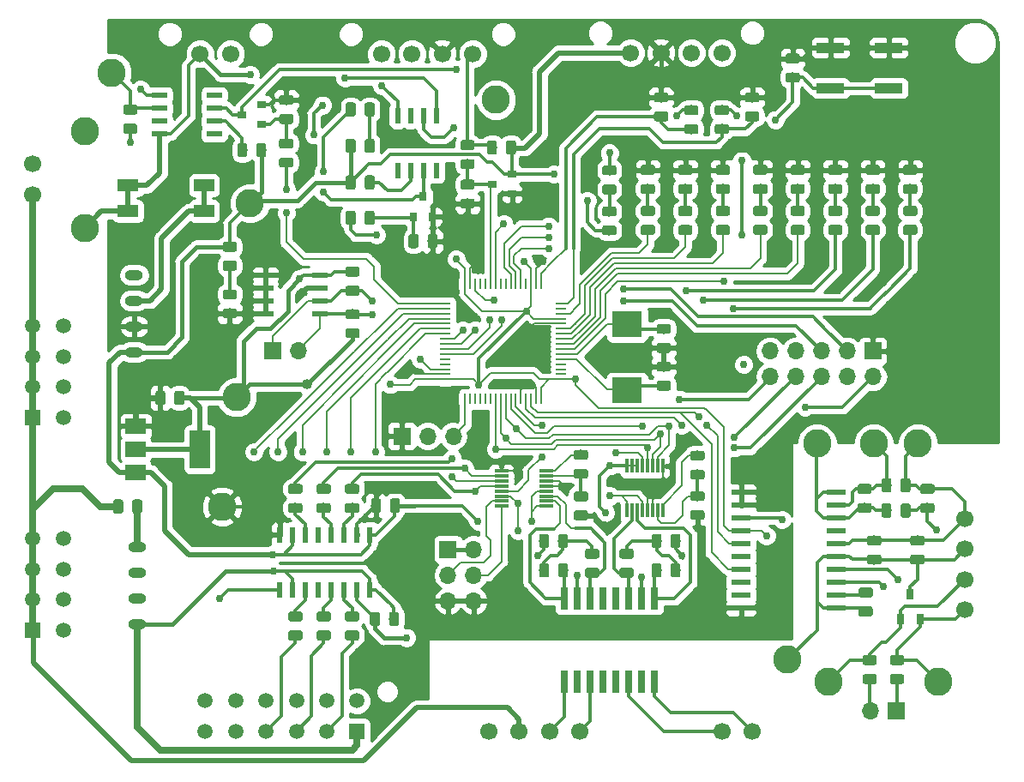
<source format=gbr>
%TF.GenerationSoftware,KiCad,Pcbnew,(5.0.0)*%
%TF.CreationDate,2019-02-19T13:08:11-06:00*%
%TF.ProjectId,BPSMaster,4250534D61737465722E6B696361645F,rev?*%
%TF.SameCoordinates,Original*%
%TF.FileFunction,Copper,L1,Top,Signal*%
%TF.FilePolarity,Positive*%
%FSLAX46Y46*%
G04 Gerber Fmt 4.6, Leading zero omitted, Abs format (unit mm)*
G04 Created by KiCad (PCBNEW (5.0.0)) date 02/19/19 13:08:11*
%MOMM*%
%LPD*%
G01*
G04 APERTURE LIST*
%ADD10R,1.549400X0.558800*%
%ADD11C,0.100000*%
%ADD12C,0.975000*%
%ADD13R,2.000000X1.200000*%
%ADD14R,0.760000X2.200000*%
%ADD15R,1.700000X1.700000*%
%ADD16O,1.700000X1.700000*%
%ADD17R,0.900000X0.800000*%
%ADD18C,2.800000*%
%ADD19C,1.700000*%
%ADD20C,1.500000*%
%ADD21R,1.500000X1.500000*%
%ADD22R,0.800000X0.900000*%
%ADD23R,2.750000X1.000000*%
%ADD24R,1.000000X0.250000*%
%ADD25R,0.250000X1.000000*%
%ADD26O,1.800000X1.000000*%
%ADD27R,2.000000X3.800000*%
%ADD28R,2.000000X1.500000*%
%ADD29R,1.950000X0.600000*%
%ADD30R,0.600000X1.550000*%
%ADD31R,0.300000X1.400000*%
%ADD32R,1.400000X0.300000*%
%ADD33R,0.600000X1.500000*%
%ADD34R,1.550000X0.600000*%
%ADD35R,3.000000X2.500000*%
%ADD36R,0.700000X1.000000*%
%ADD37C,0.762000*%
%ADD38C,1.016000*%
%ADD39C,0.304800*%
%ADD40C,0.381000*%
%ADD41C,0.203200*%
%ADD42C,0.508000*%
%ADD43C,0.635000*%
%ADD44C,0.254000*%
G04 APERTURE END LIST*
D10*
X126970300Y-100945000D03*
X126970300Y-102215000D03*
X126970300Y-103485000D03*
X126970300Y-104755000D03*
X132329700Y-104755000D03*
X132329700Y-103485000D03*
X132329700Y-102215000D03*
X132329700Y-100945000D03*
D11*
G36*
X114080142Y-84126174D02*
X114103803Y-84129684D01*
X114127007Y-84135496D01*
X114149529Y-84143554D01*
X114171153Y-84153782D01*
X114191670Y-84166079D01*
X114210883Y-84180329D01*
X114228607Y-84196393D01*
X114244671Y-84214117D01*
X114258921Y-84233330D01*
X114271218Y-84253847D01*
X114281446Y-84275471D01*
X114289504Y-84297993D01*
X114295316Y-84321197D01*
X114298826Y-84344858D01*
X114300000Y-84368750D01*
X114300000Y-84856250D01*
X114298826Y-84880142D01*
X114295316Y-84903803D01*
X114289504Y-84927007D01*
X114281446Y-84949529D01*
X114271218Y-84971153D01*
X114258921Y-84991670D01*
X114244671Y-85010883D01*
X114228607Y-85028607D01*
X114210883Y-85044671D01*
X114191670Y-85058921D01*
X114171153Y-85071218D01*
X114149529Y-85081446D01*
X114127007Y-85089504D01*
X114103803Y-85095316D01*
X114080142Y-85098826D01*
X114056250Y-85100000D01*
X113143750Y-85100000D01*
X113119858Y-85098826D01*
X113096197Y-85095316D01*
X113072993Y-85089504D01*
X113050471Y-85081446D01*
X113028847Y-85071218D01*
X113008330Y-85058921D01*
X112989117Y-85044671D01*
X112971393Y-85028607D01*
X112955329Y-85010883D01*
X112941079Y-84991670D01*
X112928782Y-84971153D01*
X112918554Y-84949529D01*
X112910496Y-84927007D01*
X112904684Y-84903803D01*
X112901174Y-84880142D01*
X112900000Y-84856250D01*
X112900000Y-84368750D01*
X112901174Y-84344858D01*
X112904684Y-84321197D01*
X112910496Y-84297993D01*
X112918554Y-84275471D01*
X112928782Y-84253847D01*
X112941079Y-84233330D01*
X112955329Y-84214117D01*
X112971393Y-84196393D01*
X112989117Y-84180329D01*
X113008330Y-84166079D01*
X113028847Y-84153782D01*
X113050471Y-84143554D01*
X113072993Y-84135496D01*
X113096197Y-84129684D01*
X113119858Y-84126174D01*
X113143750Y-84125000D01*
X114056250Y-84125000D01*
X114080142Y-84126174D01*
X114080142Y-84126174D01*
G37*
D12*
X113600000Y-84612500D03*
D11*
G36*
X114080142Y-86001174D02*
X114103803Y-86004684D01*
X114127007Y-86010496D01*
X114149529Y-86018554D01*
X114171153Y-86028782D01*
X114191670Y-86041079D01*
X114210883Y-86055329D01*
X114228607Y-86071393D01*
X114244671Y-86089117D01*
X114258921Y-86108330D01*
X114271218Y-86128847D01*
X114281446Y-86150471D01*
X114289504Y-86172993D01*
X114295316Y-86196197D01*
X114298826Y-86219858D01*
X114300000Y-86243750D01*
X114300000Y-86731250D01*
X114298826Y-86755142D01*
X114295316Y-86778803D01*
X114289504Y-86802007D01*
X114281446Y-86824529D01*
X114271218Y-86846153D01*
X114258921Y-86866670D01*
X114244671Y-86885883D01*
X114228607Y-86903607D01*
X114210883Y-86919671D01*
X114191670Y-86933921D01*
X114171153Y-86946218D01*
X114149529Y-86956446D01*
X114127007Y-86964504D01*
X114103803Y-86970316D01*
X114080142Y-86973826D01*
X114056250Y-86975000D01*
X113143750Y-86975000D01*
X113119858Y-86973826D01*
X113096197Y-86970316D01*
X113072993Y-86964504D01*
X113050471Y-86956446D01*
X113028847Y-86946218D01*
X113008330Y-86933921D01*
X112989117Y-86919671D01*
X112971393Y-86903607D01*
X112955329Y-86885883D01*
X112941079Y-86866670D01*
X112928782Y-86846153D01*
X112918554Y-86824529D01*
X112910496Y-86802007D01*
X112904684Y-86778803D01*
X112901174Y-86755142D01*
X112900000Y-86731250D01*
X112900000Y-86243750D01*
X112901174Y-86219858D01*
X112904684Y-86196197D01*
X112910496Y-86172993D01*
X112918554Y-86150471D01*
X112928782Y-86128847D01*
X112941079Y-86108330D01*
X112955329Y-86089117D01*
X112971393Y-86071393D01*
X112989117Y-86055329D01*
X113008330Y-86041079D01*
X113028847Y-86028782D01*
X113050471Y-86018554D01*
X113072993Y-86010496D01*
X113096197Y-86004684D01*
X113119858Y-86001174D01*
X113143750Y-86000000D01*
X114056250Y-86000000D01*
X114080142Y-86001174D01*
X114080142Y-86001174D01*
G37*
D12*
X113600000Y-86487500D03*
D11*
G36*
X114555142Y-123101174D02*
X114578803Y-123104684D01*
X114602007Y-123110496D01*
X114624529Y-123118554D01*
X114646153Y-123128782D01*
X114666670Y-123141079D01*
X114685883Y-123155329D01*
X114703607Y-123171393D01*
X114719671Y-123189117D01*
X114733921Y-123208330D01*
X114746218Y-123228847D01*
X114756446Y-123250471D01*
X114764504Y-123272993D01*
X114770316Y-123296197D01*
X114773826Y-123319858D01*
X114775000Y-123343750D01*
X114775000Y-124256250D01*
X114773826Y-124280142D01*
X114770316Y-124303803D01*
X114764504Y-124327007D01*
X114756446Y-124349529D01*
X114746218Y-124371153D01*
X114733921Y-124391670D01*
X114719671Y-124410883D01*
X114703607Y-124428607D01*
X114685883Y-124444671D01*
X114666670Y-124458921D01*
X114646153Y-124471218D01*
X114624529Y-124481446D01*
X114602007Y-124489504D01*
X114578803Y-124495316D01*
X114555142Y-124498826D01*
X114531250Y-124500000D01*
X114043750Y-124500000D01*
X114019858Y-124498826D01*
X113996197Y-124495316D01*
X113972993Y-124489504D01*
X113950471Y-124481446D01*
X113928847Y-124471218D01*
X113908330Y-124458921D01*
X113889117Y-124444671D01*
X113871393Y-124428607D01*
X113855329Y-124410883D01*
X113841079Y-124391670D01*
X113828782Y-124371153D01*
X113818554Y-124349529D01*
X113810496Y-124327007D01*
X113804684Y-124303803D01*
X113801174Y-124280142D01*
X113800000Y-124256250D01*
X113800000Y-123343750D01*
X113801174Y-123319858D01*
X113804684Y-123296197D01*
X113810496Y-123272993D01*
X113818554Y-123250471D01*
X113828782Y-123228847D01*
X113841079Y-123208330D01*
X113855329Y-123189117D01*
X113871393Y-123171393D01*
X113889117Y-123155329D01*
X113908330Y-123141079D01*
X113928847Y-123128782D01*
X113950471Y-123118554D01*
X113972993Y-123110496D01*
X113996197Y-123104684D01*
X114019858Y-123101174D01*
X114043750Y-123100000D01*
X114531250Y-123100000D01*
X114555142Y-123101174D01*
X114555142Y-123101174D01*
G37*
D12*
X114287500Y-123800000D03*
D11*
G36*
X112680142Y-123101174D02*
X112703803Y-123104684D01*
X112727007Y-123110496D01*
X112749529Y-123118554D01*
X112771153Y-123128782D01*
X112791670Y-123141079D01*
X112810883Y-123155329D01*
X112828607Y-123171393D01*
X112844671Y-123189117D01*
X112858921Y-123208330D01*
X112871218Y-123228847D01*
X112881446Y-123250471D01*
X112889504Y-123272993D01*
X112895316Y-123296197D01*
X112898826Y-123319858D01*
X112900000Y-123343750D01*
X112900000Y-124256250D01*
X112898826Y-124280142D01*
X112895316Y-124303803D01*
X112889504Y-124327007D01*
X112881446Y-124349529D01*
X112871218Y-124371153D01*
X112858921Y-124391670D01*
X112844671Y-124410883D01*
X112828607Y-124428607D01*
X112810883Y-124444671D01*
X112791670Y-124458921D01*
X112771153Y-124471218D01*
X112749529Y-124481446D01*
X112727007Y-124489504D01*
X112703803Y-124495316D01*
X112680142Y-124498826D01*
X112656250Y-124500000D01*
X112168750Y-124500000D01*
X112144858Y-124498826D01*
X112121197Y-124495316D01*
X112097993Y-124489504D01*
X112075471Y-124481446D01*
X112053847Y-124471218D01*
X112033330Y-124458921D01*
X112014117Y-124444671D01*
X111996393Y-124428607D01*
X111980329Y-124410883D01*
X111966079Y-124391670D01*
X111953782Y-124371153D01*
X111943554Y-124349529D01*
X111935496Y-124327007D01*
X111929684Y-124303803D01*
X111926174Y-124280142D01*
X111925000Y-124256250D01*
X111925000Y-123343750D01*
X111926174Y-123319858D01*
X111929684Y-123296197D01*
X111935496Y-123272993D01*
X111943554Y-123250471D01*
X111953782Y-123228847D01*
X111966079Y-123208330D01*
X111980329Y-123189117D01*
X111996393Y-123171393D01*
X112014117Y-123155329D01*
X112033330Y-123141079D01*
X112053847Y-123128782D01*
X112075471Y-123118554D01*
X112097993Y-123110496D01*
X112121197Y-123104684D01*
X112144858Y-123101174D01*
X112168750Y-123100000D01*
X112656250Y-123100000D01*
X112680142Y-123101174D01*
X112680142Y-123101174D01*
G37*
D12*
X112412500Y-123800000D03*
D13*
X120890000Y-92090000D03*
X120890000Y-94630000D03*
X113390000Y-94630000D03*
X113390000Y-92090000D03*
D14*
X164075000Y-132872500D03*
X161535000Y-141127500D03*
X165345000Y-132872500D03*
X162805000Y-132872500D03*
X161535000Y-132872500D03*
X162805000Y-141127500D03*
X160265000Y-141127500D03*
X158995000Y-141127500D03*
X158995000Y-132872500D03*
X156455000Y-141127500D03*
X160265000Y-132872500D03*
X157725000Y-132872500D03*
X157725000Y-141127500D03*
X156455000Y-132872500D03*
X164075000Y-141127500D03*
X165345000Y-141127500D03*
D15*
X186918600Y-108452920D03*
D16*
X186918600Y-110992920D03*
X184378600Y-108452920D03*
X184378600Y-110992920D03*
X181838600Y-108452920D03*
X181838600Y-110992920D03*
X179298600Y-108452920D03*
X179298600Y-110992920D03*
X176758600Y-108452920D03*
X176758600Y-110992920D03*
D15*
X127629920Y-108402120D03*
D16*
X130169920Y-108402120D03*
D17*
X124600000Y-85100000D03*
X126600000Y-84150000D03*
X126600000Y-86050000D03*
D18*
X149700000Y-83650000D03*
X111760000Y-80970000D03*
X109100000Y-86700000D03*
X109100000Y-96350000D03*
D11*
G36*
X191080142Y-94126174D02*
X191103803Y-94129684D01*
X191127007Y-94135496D01*
X191149529Y-94143554D01*
X191171153Y-94153782D01*
X191191670Y-94166079D01*
X191210883Y-94180329D01*
X191228607Y-94196393D01*
X191244671Y-94214117D01*
X191258921Y-94233330D01*
X191271218Y-94253847D01*
X191281446Y-94275471D01*
X191289504Y-94297993D01*
X191295316Y-94321197D01*
X191298826Y-94344858D01*
X191300000Y-94368750D01*
X191300000Y-94856250D01*
X191298826Y-94880142D01*
X191295316Y-94903803D01*
X191289504Y-94927007D01*
X191281446Y-94949529D01*
X191271218Y-94971153D01*
X191258921Y-94991670D01*
X191244671Y-95010883D01*
X191228607Y-95028607D01*
X191210883Y-95044671D01*
X191191670Y-95058921D01*
X191171153Y-95071218D01*
X191149529Y-95081446D01*
X191127007Y-95089504D01*
X191103803Y-95095316D01*
X191080142Y-95098826D01*
X191056250Y-95100000D01*
X190143750Y-95100000D01*
X190119858Y-95098826D01*
X190096197Y-95095316D01*
X190072993Y-95089504D01*
X190050471Y-95081446D01*
X190028847Y-95071218D01*
X190008330Y-95058921D01*
X189989117Y-95044671D01*
X189971393Y-95028607D01*
X189955329Y-95010883D01*
X189941079Y-94991670D01*
X189928782Y-94971153D01*
X189918554Y-94949529D01*
X189910496Y-94927007D01*
X189904684Y-94903803D01*
X189901174Y-94880142D01*
X189900000Y-94856250D01*
X189900000Y-94368750D01*
X189901174Y-94344858D01*
X189904684Y-94321197D01*
X189910496Y-94297993D01*
X189918554Y-94275471D01*
X189928782Y-94253847D01*
X189941079Y-94233330D01*
X189955329Y-94214117D01*
X189971393Y-94196393D01*
X189989117Y-94180329D01*
X190008330Y-94166079D01*
X190028847Y-94153782D01*
X190050471Y-94143554D01*
X190072993Y-94135496D01*
X190096197Y-94129684D01*
X190119858Y-94126174D01*
X190143750Y-94125000D01*
X191056250Y-94125000D01*
X191080142Y-94126174D01*
X191080142Y-94126174D01*
G37*
D12*
X190600000Y-94612500D03*
D11*
G36*
X191080142Y-96001174D02*
X191103803Y-96004684D01*
X191127007Y-96010496D01*
X191149529Y-96018554D01*
X191171153Y-96028782D01*
X191191670Y-96041079D01*
X191210883Y-96055329D01*
X191228607Y-96071393D01*
X191244671Y-96089117D01*
X191258921Y-96108330D01*
X191271218Y-96128847D01*
X191281446Y-96150471D01*
X191289504Y-96172993D01*
X191295316Y-96196197D01*
X191298826Y-96219858D01*
X191300000Y-96243750D01*
X191300000Y-96731250D01*
X191298826Y-96755142D01*
X191295316Y-96778803D01*
X191289504Y-96802007D01*
X191281446Y-96824529D01*
X191271218Y-96846153D01*
X191258921Y-96866670D01*
X191244671Y-96885883D01*
X191228607Y-96903607D01*
X191210883Y-96919671D01*
X191191670Y-96933921D01*
X191171153Y-96946218D01*
X191149529Y-96956446D01*
X191127007Y-96964504D01*
X191103803Y-96970316D01*
X191080142Y-96973826D01*
X191056250Y-96975000D01*
X190143750Y-96975000D01*
X190119858Y-96973826D01*
X190096197Y-96970316D01*
X190072993Y-96964504D01*
X190050471Y-96956446D01*
X190028847Y-96946218D01*
X190008330Y-96933921D01*
X189989117Y-96919671D01*
X189971393Y-96903607D01*
X189955329Y-96885883D01*
X189941079Y-96866670D01*
X189928782Y-96846153D01*
X189918554Y-96824529D01*
X189910496Y-96802007D01*
X189904684Y-96778803D01*
X189901174Y-96755142D01*
X189900000Y-96731250D01*
X189900000Y-96243750D01*
X189901174Y-96219858D01*
X189904684Y-96196197D01*
X189910496Y-96172993D01*
X189918554Y-96150471D01*
X189928782Y-96128847D01*
X189941079Y-96108330D01*
X189955329Y-96089117D01*
X189971393Y-96071393D01*
X189989117Y-96055329D01*
X190008330Y-96041079D01*
X190028847Y-96028782D01*
X190050471Y-96018554D01*
X190072993Y-96010496D01*
X190096197Y-96004684D01*
X190119858Y-96001174D01*
X190143750Y-96000000D01*
X191056250Y-96000000D01*
X191080142Y-96001174D01*
X191080142Y-96001174D01*
G37*
D12*
X190600000Y-96487500D03*
D11*
G36*
X166480142Y-82926174D02*
X166503803Y-82929684D01*
X166527007Y-82935496D01*
X166549529Y-82943554D01*
X166571153Y-82953782D01*
X166591670Y-82966079D01*
X166610883Y-82980329D01*
X166628607Y-82996393D01*
X166644671Y-83014117D01*
X166658921Y-83033330D01*
X166671218Y-83053847D01*
X166681446Y-83075471D01*
X166689504Y-83097993D01*
X166695316Y-83121197D01*
X166698826Y-83144858D01*
X166700000Y-83168750D01*
X166700000Y-83656250D01*
X166698826Y-83680142D01*
X166695316Y-83703803D01*
X166689504Y-83727007D01*
X166681446Y-83749529D01*
X166671218Y-83771153D01*
X166658921Y-83791670D01*
X166644671Y-83810883D01*
X166628607Y-83828607D01*
X166610883Y-83844671D01*
X166591670Y-83858921D01*
X166571153Y-83871218D01*
X166549529Y-83881446D01*
X166527007Y-83889504D01*
X166503803Y-83895316D01*
X166480142Y-83898826D01*
X166456250Y-83900000D01*
X165543750Y-83900000D01*
X165519858Y-83898826D01*
X165496197Y-83895316D01*
X165472993Y-83889504D01*
X165450471Y-83881446D01*
X165428847Y-83871218D01*
X165408330Y-83858921D01*
X165389117Y-83844671D01*
X165371393Y-83828607D01*
X165355329Y-83810883D01*
X165341079Y-83791670D01*
X165328782Y-83771153D01*
X165318554Y-83749529D01*
X165310496Y-83727007D01*
X165304684Y-83703803D01*
X165301174Y-83680142D01*
X165300000Y-83656250D01*
X165300000Y-83168750D01*
X165301174Y-83144858D01*
X165304684Y-83121197D01*
X165310496Y-83097993D01*
X165318554Y-83075471D01*
X165328782Y-83053847D01*
X165341079Y-83033330D01*
X165355329Y-83014117D01*
X165371393Y-82996393D01*
X165389117Y-82980329D01*
X165408330Y-82966079D01*
X165428847Y-82953782D01*
X165450471Y-82943554D01*
X165472993Y-82935496D01*
X165496197Y-82929684D01*
X165519858Y-82926174D01*
X165543750Y-82925000D01*
X166456250Y-82925000D01*
X166480142Y-82926174D01*
X166480142Y-82926174D01*
G37*
D12*
X166000000Y-83412500D03*
D11*
G36*
X166480142Y-84801174D02*
X166503803Y-84804684D01*
X166527007Y-84810496D01*
X166549529Y-84818554D01*
X166571153Y-84828782D01*
X166591670Y-84841079D01*
X166610883Y-84855329D01*
X166628607Y-84871393D01*
X166644671Y-84889117D01*
X166658921Y-84908330D01*
X166671218Y-84928847D01*
X166681446Y-84950471D01*
X166689504Y-84972993D01*
X166695316Y-84996197D01*
X166698826Y-85019858D01*
X166700000Y-85043750D01*
X166700000Y-85531250D01*
X166698826Y-85555142D01*
X166695316Y-85578803D01*
X166689504Y-85602007D01*
X166681446Y-85624529D01*
X166671218Y-85646153D01*
X166658921Y-85666670D01*
X166644671Y-85685883D01*
X166628607Y-85703607D01*
X166610883Y-85719671D01*
X166591670Y-85733921D01*
X166571153Y-85746218D01*
X166549529Y-85756446D01*
X166527007Y-85764504D01*
X166503803Y-85770316D01*
X166480142Y-85773826D01*
X166456250Y-85775000D01*
X165543750Y-85775000D01*
X165519858Y-85773826D01*
X165496197Y-85770316D01*
X165472993Y-85764504D01*
X165450471Y-85756446D01*
X165428847Y-85746218D01*
X165408330Y-85733921D01*
X165389117Y-85719671D01*
X165371393Y-85703607D01*
X165355329Y-85685883D01*
X165341079Y-85666670D01*
X165328782Y-85646153D01*
X165318554Y-85624529D01*
X165310496Y-85602007D01*
X165304684Y-85578803D01*
X165301174Y-85555142D01*
X165300000Y-85531250D01*
X165300000Y-85043750D01*
X165301174Y-85019858D01*
X165304684Y-84996197D01*
X165310496Y-84972993D01*
X165318554Y-84950471D01*
X165328782Y-84928847D01*
X165341079Y-84908330D01*
X165355329Y-84889117D01*
X165371393Y-84871393D01*
X165389117Y-84855329D01*
X165408330Y-84841079D01*
X165428847Y-84828782D01*
X165450471Y-84818554D01*
X165472993Y-84810496D01*
X165496197Y-84804684D01*
X165519858Y-84801174D01*
X165543750Y-84800000D01*
X166456250Y-84800000D01*
X166480142Y-84801174D01*
X166480142Y-84801174D01*
G37*
D12*
X166000000Y-85287500D03*
D11*
G36*
X175480142Y-84801174D02*
X175503803Y-84804684D01*
X175527007Y-84810496D01*
X175549529Y-84818554D01*
X175571153Y-84828782D01*
X175591670Y-84841079D01*
X175610883Y-84855329D01*
X175628607Y-84871393D01*
X175644671Y-84889117D01*
X175658921Y-84908330D01*
X175671218Y-84928847D01*
X175681446Y-84950471D01*
X175689504Y-84972993D01*
X175695316Y-84996197D01*
X175698826Y-85019858D01*
X175700000Y-85043750D01*
X175700000Y-85531250D01*
X175698826Y-85555142D01*
X175695316Y-85578803D01*
X175689504Y-85602007D01*
X175681446Y-85624529D01*
X175671218Y-85646153D01*
X175658921Y-85666670D01*
X175644671Y-85685883D01*
X175628607Y-85703607D01*
X175610883Y-85719671D01*
X175591670Y-85733921D01*
X175571153Y-85746218D01*
X175549529Y-85756446D01*
X175527007Y-85764504D01*
X175503803Y-85770316D01*
X175480142Y-85773826D01*
X175456250Y-85775000D01*
X174543750Y-85775000D01*
X174519858Y-85773826D01*
X174496197Y-85770316D01*
X174472993Y-85764504D01*
X174450471Y-85756446D01*
X174428847Y-85746218D01*
X174408330Y-85733921D01*
X174389117Y-85719671D01*
X174371393Y-85703607D01*
X174355329Y-85685883D01*
X174341079Y-85666670D01*
X174328782Y-85646153D01*
X174318554Y-85624529D01*
X174310496Y-85602007D01*
X174304684Y-85578803D01*
X174301174Y-85555142D01*
X174300000Y-85531250D01*
X174300000Y-85043750D01*
X174301174Y-85019858D01*
X174304684Y-84996197D01*
X174310496Y-84972993D01*
X174318554Y-84950471D01*
X174328782Y-84928847D01*
X174341079Y-84908330D01*
X174355329Y-84889117D01*
X174371393Y-84871393D01*
X174389117Y-84855329D01*
X174408330Y-84841079D01*
X174428847Y-84828782D01*
X174450471Y-84818554D01*
X174472993Y-84810496D01*
X174496197Y-84804684D01*
X174519858Y-84801174D01*
X174543750Y-84800000D01*
X175456250Y-84800000D01*
X175480142Y-84801174D01*
X175480142Y-84801174D01*
G37*
D12*
X175000000Y-85287500D03*
D11*
G36*
X175480142Y-82926174D02*
X175503803Y-82929684D01*
X175527007Y-82935496D01*
X175549529Y-82943554D01*
X175571153Y-82953782D01*
X175591670Y-82966079D01*
X175610883Y-82980329D01*
X175628607Y-82996393D01*
X175644671Y-83014117D01*
X175658921Y-83033330D01*
X175671218Y-83053847D01*
X175681446Y-83075471D01*
X175689504Y-83097993D01*
X175695316Y-83121197D01*
X175698826Y-83144858D01*
X175700000Y-83168750D01*
X175700000Y-83656250D01*
X175698826Y-83680142D01*
X175695316Y-83703803D01*
X175689504Y-83727007D01*
X175681446Y-83749529D01*
X175671218Y-83771153D01*
X175658921Y-83791670D01*
X175644671Y-83810883D01*
X175628607Y-83828607D01*
X175610883Y-83844671D01*
X175591670Y-83858921D01*
X175571153Y-83871218D01*
X175549529Y-83881446D01*
X175527007Y-83889504D01*
X175503803Y-83895316D01*
X175480142Y-83898826D01*
X175456250Y-83900000D01*
X174543750Y-83900000D01*
X174519858Y-83898826D01*
X174496197Y-83895316D01*
X174472993Y-83889504D01*
X174450471Y-83881446D01*
X174428847Y-83871218D01*
X174408330Y-83858921D01*
X174389117Y-83844671D01*
X174371393Y-83828607D01*
X174355329Y-83810883D01*
X174341079Y-83791670D01*
X174328782Y-83771153D01*
X174318554Y-83749529D01*
X174310496Y-83727007D01*
X174304684Y-83703803D01*
X174301174Y-83680142D01*
X174300000Y-83656250D01*
X174300000Y-83168750D01*
X174301174Y-83144858D01*
X174304684Y-83121197D01*
X174310496Y-83097993D01*
X174318554Y-83075471D01*
X174328782Y-83053847D01*
X174341079Y-83033330D01*
X174355329Y-83014117D01*
X174371393Y-82996393D01*
X174389117Y-82980329D01*
X174408330Y-82966079D01*
X174428847Y-82953782D01*
X174450471Y-82943554D01*
X174472993Y-82935496D01*
X174496197Y-82929684D01*
X174519858Y-82926174D01*
X174543750Y-82925000D01*
X175456250Y-82925000D01*
X175480142Y-82926174D01*
X175480142Y-82926174D01*
G37*
D12*
X175000000Y-83412500D03*
D11*
G36*
X169480142Y-86051174D02*
X169503803Y-86054684D01*
X169527007Y-86060496D01*
X169549529Y-86068554D01*
X169571153Y-86078782D01*
X169591670Y-86091079D01*
X169610883Y-86105329D01*
X169628607Y-86121393D01*
X169644671Y-86139117D01*
X169658921Y-86158330D01*
X169671218Y-86178847D01*
X169681446Y-86200471D01*
X169689504Y-86222993D01*
X169695316Y-86246197D01*
X169698826Y-86269858D01*
X169700000Y-86293750D01*
X169700000Y-86781250D01*
X169698826Y-86805142D01*
X169695316Y-86828803D01*
X169689504Y-86852007D01*
X169681446Y-86874529D01*
X169671218Y-86896153D01*
X169658921Y-86916670D01*
X169644671Y-86935883D01*
X169628607Y-86953607D01*
X169610883Y-86969671D01*
X169591670Y-86983921D01*
X169571153Y-86996218D01*
X169549529Y-87006446D01*
X169527007Y-87014504D01*
X169503803Y-87020316D01*
X169480142Y-87023826D01*
X169456250Y-87025000D01*
X168543750Y-87025000D01*
X168519858Y-87023826D01*
X168496197Y-87020316D01*
X168472993Y-87014504D01*
X168450471Y-87006446D01*
X168428847Y-86996218D01*
X168408330Y-86983921D01*
X168389117Y-86969671D01*
X168371393Y-86953607D01*
X168355329Y-86935883D01*
X168341079Y-86916670D01*
X168328782Y-86896153D01*
X168318554Y-86874529D01*
X168310496Y-86852007D01*
X168304684Y-86828803D01*
X168301174Y-86805142D01*
X168300000Y-86781250D01*
X168300000Y-86293750D01*
X168301174Y-86269858D01*
X168304684Y-86246197D01*
X168310496Y-86222993D01*
X168318554Y-86200471D01*
X168328782Y-86178847D01*
X168341079Y-86158330D01*
X168355329Y-86139117D01*
X168371393Y-86121393D01*
X168389117Y-86105329D01*
X168408330Y-86091079D01*
X168428847Y-86078782D01*
X168450471Y-86068554D01*
X168472993Y-86060496D01*
X168496197Y-86054684D01*
X168519858Y-86051174D01*
X168543750Y-86050000D01*
X169456250Y-86050000D01*
X169480142Y-86051174D01*
X169480142Y-86051174D01*
G37*
D12*
X169000000Y-86537500D03*
D11*
G36*
X169480142Y-84176174D02*
X169503803Y-84179684D01*
X169527007Y-84185496D01*
X169549529Y-84193554D01*
X169571153Y-84203782D01*
X169591670Y-84216079D01*
X169610883Y-84230329D01*
X169628607Y-84246393D01*
X169644671Y-84264117D01*
X169658921Y-84283330D01*
X169671218Y-84303847D01*
X169681446Y-84325471D01*
X169689504Y-84347993D01*
X169695316Y-84371197D01*
X169698826Y-84394858D01*
X169700000Y-84418750D01*
X169700000Y-84906250D01*
X169698826Y-84930142D01*
X169695316Y-84953803D01*
X169689504Y-84977007D01*
X169681446Y-84999529D01*
X169671218Y-85021153D01*
X169658921Y-85041670D01*
X169644671Y-85060883D01*
X169628607Y-85078607D01*
X169610883Y-85094671D01*
X169591670Y-85108921D01*
X169571153Y-85121218D01*
X169549529Y-85131446D01*
X169527007Y-85139504D01*
X169503803Y-85145316D01*
X169480142Y-85148826D01*
X169456250Y-85150000D01*
X168543750Y-85150000D01*
X168519858Y-85148826D01*
X168496197Y-85145316D01*
X168472993Y-85139504D01*
X168450471Y-85131446D01*
X168428847Y-85121218D01*
X168408330Y-85108921D01*
X168389117Y-85094671D01*
X168371393Y-85078607D01*
X168355329Y-85060883D01*
X168341079Y-85041670D01*
X168328782Y-85021153D01*
X168318554Y-84999529D01*
X168310496Y-84977007D01*
X168304684Y-84953803D01*
X168301174Y-84930142D01*
X168300000Y-84906250D01*
X168300000Y-84418750D01*
X168301174Y-84394858D01*
X168304684Y-84371197D01*
X168310496Y-84347993D01*
X168318554Y-84325471D01*
X168328782Y-84303847D01*
X168341079Y-84283330D01*
X168355329Y-84264117D01*
X168371393Y-84246393D01*
X168389117Y-84230329D01*
X168408330Y-84216079D01*
X168428847Y-84203782D01*
X168450471Y-84193554D01*
X168472993Y-84185496D01*
X168496197Y-84179684D01*
X168519858Y-84176174D01*
X168543750Y-84175000D01*
X169456250Y-84175000D01*
X169480142Y-84176174D01*
X169480142Y-84176174D01*
G37*
D12*
X169000000Y-84662500D03*
D11*
G36*
X172480142Y-84168674D02*
X172503803Y-84172184D01*
X172527007Y-84177996D01*
X172549529Y-84186054D01*
X172571153Y-84196282D01*
X172591670Y-84208579D01*
X172610883Y-84222829D01*
X172628607Y-84238893D01*
X172644671Y-84256617D01*
X172658921Y-84275830D01*
X172671218Y-84296347D01*
X172681446Y-84317971D01*
X172689504Y-84340493D01*
X172695316Y-84363697D01*
X172698826Y-84387358D01*
X172700000Y-84411250D01*
X172700000Y-84898750D01*
X172698826Y-84922642D01*
X172695316Y-84946303D01*
X172689504Y-84969507D01*
X172681446Y-84992029D01*
X172671218Y-85013653D01*
X172658921Y-85034170D01*
X172644671Y-85053383D01*
X172628607Y-85071107D01*
X172610883Y-85087171D01*
X172591670Y-85101421D01*
X172571153Y-85113718D01*
X172549529Y-85123946D01*
X172527007Y-85132004D01*
X172503803Y-85137816D01*
X172480142Y-85141326D01*
X172456250Y-85142500D01*
X171543750Y-85142500D01*
X171519858Y-85141326D01*
X171496197Y-85137816D01*
X171472993Y-85132004D01*
X171450471Y-85123946D01*
X171428847Y-85113718D01*
X171408330Y-85101421D01*
X171389117Y-85087171D01*
X171371393Y-85071107D01*
X171355329Y-85053383D01*
X171341079Y-85034170D01*
X171328782Y-85013653D01*
X171318554Y-84992029D01*
X171310496Y-84969507D01*
X171304684Y-84946303D01*
X171301174Y-84922642D01*
X171300000Y-84898750D01*
X171300000Y-84411250D01*
X171301174Y-84387358D01*
X171304684Y-84363697D01*
X171310496Y-84340493D01*
X171318554Y-84317971D01*
X171328782Y-84296347D01*
X171341079Y-84275830D01*
X171355329Y-84256617D01*
X171371393Y-84238893D01*
X171389117Y-84222829D01*
X171408330Y-84208579D01*
X171428847Y-84196282D01*
X171450471Y-84186054D01*
X171472993Y-84177996D01*
X171496197Y-84172184D01*
X171519858Y-84168674D01*
X171543750Y-84167500D01*
X172456250Y-84167500D01*
X172480142Y-84168674D01*
X172480142Y-84168674D01*
G37*
D12*
X172000000Y-84655000D03*
D11*
G36*
X172480142Y-86043674D02*
X172503803Y-86047184D01*
X172527007Y-86052996D01*
X172549529Y-86061054D01*
X172571153Y-86071282D01*
X172591670Y-86083579D01*
X172610883Y-86097829D01*
X172628607Y-86113893D01*
X172644671Y-86131617D01*
X172658921Y-86150830D01*
X172671218Y-86171347D01*
X172681446Y-86192971D01*
X172689504Y-86215493D01*
X172695316Y-86238697D01*
X172698826Y-86262358D01*
X172700000Y-86286250D01*
X172700000Y-86773750D01*
X172698826Y-86797642D01*
X172695316Y-86821303D01*
X172689504Y-86844507D01*
X172681446Y-86867029D01*
X172671218Y-86888653D01*
X172658921Y-86909170D01*
X172644671Y-86928383D01*
X172628607Y-86946107D01*
X172610883Y-86962171D01*
X172591670Y-86976421D01*
X172571153Y-86988718D01*
X172549529Y-86998946D01*
X172527007Y-87007004D01*
X172503803Y-87012816D01*
X172480142Y-87016326D01*
X172456250Y-87017500D01*
X171543750Y-87017500D01*
X171519858Y-87016326D01*
X171496197Y-87012816D01*
X171472993Y-87007004D01*
X171450471Y-86998946D01*
X171428847Y-86988718D01*
X171408330Y-86976421D01*
X171389117Y-86962171D01*
X171371393Y-86946107D01*
X171355329Y-86928383D01*
X171341079Y-86909170D01*
X171328782Y-86888653D01*
X171318554Y-86867029D01*
X171310496Y-86844507D01*
X171304684Y-86821303D01*
X171301174Y-86797642D01*
X171300000Y-86773750D01*
X171300000Y-86286250D01*
X171301174Y-86262358D01*
X171304684Y-86238697D01*
X171310496Y-86215493D01*
X171318554Y-86192971D01*
X171328782Y-86171347D01*
X171341079Y-86150830D01*
X171355329Y-86131617D01*
X171371393Y-86113893D01*
X171389117Y-86097829D01*
X171408330Y-86083579D01*
X171428847Y-86071282D01*
X171450471Y-86061054D01*
X171472993Y-86052996D01*
X171496197Y-86047184D01*
X171519858Y-86043674D01*
X171543750Y-86042500D01*
X172456250Y-86042500D01*
X172480142Y-86043674D01*
X172480142Y-86043674D01*
G37*
D12*
X172000000Y-86530000D03*
D11*
G36*
X179480142Y-80951174D02*
X179503803Y-80954684D01*
X179527007Y-80960496D01*
X179549529Y-80968554D01*
X179571153Y-80978782D01*
X179591670Y-80991079D01*
X179610883Y-81005329D01*
X179628607Y-81021393D01*
X179644671Y-81039117D01*
X179658921Y-81058330D01*
X179671218Y-81078847D01*
X179681446Y-81100471D01*
X179689504Y-81122993D01*
X179695316Y-81146197D01*
X179698826Y-81169858D01*
X179700000Y-81193750D01*
X179700000Y-81681250D01*
X179698826Y-81705142D01*
X179695316Y-81728803D01*
X179689504Y-81752007D01*
X179681446Y-81774529D01*
X179671218Y-81796153D01*
X179658921Y-81816670D01*
X179644671Y-81835883D01*
X179628607Y-81853607D01*
X179610883Y-81869671D01*
X179591670Y-81883921D01*
X179571153Y-81896218D01*
X179549529Y-81906446D01*
X179527007Y-81914504D01*
X179503803Y-81920316D01*
X179480142Y-81923826D01*
X179456250Y-81925000D01*
X178543750Y-81925000D01*
X178519858Y-81923826D01*
X178496197Y-81920316D01*
X178472993Y-81914504D01*
X178450471Y-81906446D01*
X178428847Y-81896218D01*
X178408330Y-81883921D01*
X178389117Y-81869671D01*
X178371393Y-81853607D01*
X178355329Y-81835883D01*
X178341079Y-81816670D01*
X178328782Y-81796153D01*
X178318554Y-81774529D01*
X178310496Y-81752007D01*
X178304684Y-81728803D01*
X178301174Y-81705142D01*
X178300000Y-81681250D01*
X178300000Y-81193750D01*
X178301174Y-81169858D01*
X178304684Y-81146197D01*
X178310496Y-81122993D01*
X178318554Y-81100471D01*
X178328782Y-81078847D01*
X178341079Y-81058330D01*
X178355329Y-81039117D01*
X178371393Y-81021393D01*
X178389117Y-81005329D01*
X178408330Y-80991079D01*
X178428847Y-80978782D01*
X178450471Y-80968554D01*
X178472993Y-80960496D01*
X178496197Y-80954684D01*
X178519858Y-80951174D01*
X178543750Y-80950000D01*
X179456250Y-80950000D01*
X179480142Y-80951174D01*
X179480142Y-80951174D01*
G37*
D12*
X179000000Y-81437500D03*
D11*
G36*
X179480142Y-79076174D02*
X179503803Y-79079684D01*
X179527007Y-79085496D01*
X179549529Y-79093554D01*
X179571153Y-79103782D01*
X179591670Y-79116079D01*
X179610883Y-79130329D01*
X179628607Y-79146393D01*
X179644671Y-79164117D01*
X179658921Y-79183330D01*
X179671218Y-79203847D01*
X179681446Y-79225471D01*
X179689504Y-79247993D01*
X179695316Y-79271197D01*
X179698826Y-79294858D01*
X179700000Y-79318750D01*
X179700000Y-79806250D01*
X179698826Y-79830142D01*
X179695316Y-79853803D01*
X179689504Y-79877007D01*
X179681446Y-79899529D01*
X179671218Y-79921153D01*
X179658921Y-79941670D01*
X179644671Y-79960883D01*
X179628607Y-79978607D01*
X179610883Y-79994671D01*
X179591670Y-80008921D01*
X179571153Y-80021218D01*
X179549529Y-80031446D01*
X179527007Y-80039504D01*
X179503803Y-80045316D01*
X179480142Y-80048826D01*
X179456250Y-80050000D01*
X178543750Y-80050000D01*
X178519858Y-80048826D01*
X178496197Y-80045316D01*
X178472993Y-80039504D01*
X178450471Y-80031446D01*
X178428847Y-80021218D01*
X178408330Y-80008921D01*
X178389117Y-79994671D01*
X178371393Y-79978607D01*
X178355329Y-79960883D01*
X178341079Y-79941670D01*
X178328782Y-79921153D01*
X178318554Y-79899529D01*
X178310496Y-79877007D01*
X178304684Y-79853803D01*
X178301174Y-79830142D01*
X178300000Y-79806250D01*
X178300000Y-79318750D01*
X178301174Y-79294858D01*
X178304684Y-79271197D01*
X178310496Y-79247993D01*
X178318554Y-79225471D01*
X178328782Y-79203847D01*
X178341079Y-79183330D01*
X178355329Y-79164117D01*
X178371393Y-79146393D01*
X178389117Y-79130329D01*
X178408330Y-79116079D01*
X178428847Y-79103782D01*
X178450471Y-79093554D01*
X178472993Y-79085496D01*
X178496197Y-79079684D01*
X178519858Y-79076174D01*
X178543750Y-79075000D01*
X179456250Y-79075000D01*
X179480142Y-79076174D01*
X179480142Y-79076174D01*
G37*
D12*
X179000000Y-79562500D03*
D11*
G36*
X166738878Y-107657826D02*
X166762539Y-107661336D01*
X166785743Y-107667148D01*
X166808265Y-107675206D01*
X166829889Y-107685434D01*
X166850406Y-107697731D01*
X166869619Y-107711981D01*
X166887343Y-107728045D01*
X166903407Y-107745769D01*
X166917657Y-107764982D01*
X166929954Y-107785499D01*
X166940182Y-107807123D01*
X166948240Y-107829645D01*
X166954052Y-107852849D01*
X166957562Y-107876510D01*
X166958736Y-107900402D01*
X166958736Y-108387902D01*
X166957562Y-108411794D01*
X166954052Y-108435455D01*
X166948240Y-108458659D01*
X166940182Y-108481181D01*
X166929954Y-108502805D01*
X166917657Y-108523322D01*
X166903407Y-108542535D01*
X166887343Y-108560259D01*
X166869619Y-108576323D01*
X166850406Y-108590573D01*
X166829889Y-108602870D01*
X166808265Y-108613098D01*
X166785743Y-108621156D01*
X166762539Y-108626968D01*
X166738878Y-108630478D01*
X166714986Y-108631652D01*
X165802486Y-108631652D01*
X165778594Y-108630478D01*
X165754933Y-108626968D01*
X165731729Y-108621156D01*
X165709207Y-108613098D01*
X165687583Y-108602870D01*
X165667066Y-108590573D01*
X165647853Y-108576323D01*
X165630129Y-108560259D01*
X165614065Y-108542535D01*
X165599815Y-108523322D01*
X165587518Y-108502805D01*
X165577290Y-108481181D01*
X165569232Y-108458659D01*
X165563420Y-108435455D01*
X165559910Y-108411794D01*
X165558736Y-108387902D01*
X165558736Y-107900402D01*
X165559910Y-107876510D01*
X165563420Y-107852849D01*
X165569232Y-107829645D01*
X165577290Y-107807123D01*
X165587518Y-107785499D01*
X165599815Y-107764982D01*
X165614065Y-107745769D01*
X165630129Y-107728045D01*
X165647853Y-107711981D01*
X165667066Y-107697731D01*
X165687583Y-107685434D01*
X165709207Y-107675206D01*
X165731729Y-107667148D01*
X165754933Y-107661336D01*
X165778594Y-107657826D01*
X165802486Y-107656652D01*
X166714986Y-107656652D01*
X166738878Y-107657826D01*
X166738878Y-107657826D01*
G37*
D12*
X166258736Y-108144152D03*
D11*
G36*
X166738878Y-105782824D02*
X166762539Y-105786334D01*
X166785743Y-105792146D01*
X166808265Y-105800204D01*
X166829889Y-105810432D01*
X166850406Y-105822729D01*
X166869619Y-105836979D01*
X166887343Y-105853043D01*
X166903407Y-105870767D01*
X166917657Y-105889980D01*
X166929954Y-105910497D01*
X166940182Y-105932121D01*
X166948240Y-105954643D01*
X166954052Y-105977847D01*
X166957562Y-106001508D01*
X166958736Y-106025400D01*
X166958736Y-106512900D01*
X166957562Y-106536792D01*
X166954052Y-106560453D01*
X166948240Y-106583657D01*
X166940182Y-106606179D01*
X166929954Y-106627803D01*
X166917657Y-106648320D01*
X166903407Y-106667533D01*
X166887343Y-106685257D01*
X166869619Y-106701321D01*
X166850406Y-106715571D01*
X166829889Y-106727868D01*
X166808265Y-106738096D01*
X166785743Y-106746154D01*
X166762539Y-106751966D01*
X166738878Y-106755476D01*
X166714986Y-106756650D01*
X165802486Y-106756650D01*
X165778594Y-106755476D01*
X165754933Y-106751966D01*
X165731729Y-106746154D01*
X165709207Y-106738096D01*
X165687583Y-106727868D01*
X165667066Y-106715571D01*
X165647853Y-106701321D01*
X165630129Y-106685257D01*
X165614065Y-106667533D01*
X165599815Y-106648320D01*
X165587518Y-106627803D01*
X165577290Y-106606179D01*
X165569232Y-106583657D01*
X165563420Y-106560453D01*
X165559910Y-106536792D01*
X165558736Y-106512900D01*
X165558736Y-106025400D01*
X165559910Y-106001508D01*
X165563420Y-105977847D01*
X165569232Y-105954643D01*
X165577290Y-105932121D01*
X165587518Y-105910497D01*
X165599815Y-105889980D01*
X165614065Y-105870767D01*
X165630129Y-105853043D01*
X165647853Y-105836979D01*
X165667066Y-105822729D01*
X165687583Y-105810432D01*
X165709207Y-105800204D01*
X165731729Y-105792146D01*
X165754933Y-105786334D01*
X165778594Y-105782824D01*
X165802486Y-105781650D01*
X166714986Y-105781650D01*
X166738878Y-105782824D01*
X166738878Y-105782824D01*
G37*
D12*
X166258736Y-106269150D03*
D11*
G36*
X166738878Y-111387230D02*
X166762539Y-111390740D01*
X166785743Y-111396552D01*
X166808265Y-111404610D01*
X166829889Y-111414838D01*
X166850406Y-111427135D01*
X166869619Y-111441385D01*
X166887343Y-111457449D01*
X166903407Y-111475173D01*
X166917657Y-111494386D01*
X166929954Y-111514903D01*
X166940182Y-111536527D01*
X166948240Y-111559049D01*
X166954052Y-111582253D01*
X166957562Y-111605914D01*
X166958736Y-111629806D01*
X166958736Y-112117306D01*
X166957562Y-112141198D01*
X166954052Y-112164859D01*
X166948240Y-112188063D01*
X166940182Y-112210585D01*
X166929954Y-112232209D01*
X166917657Y-112252726D01*
X166903407Y-112271939D01*
X166887343Y-112289663D01*
X166869619Y-112305727D01*
X166850406Y-112319977D01*
X166829889Y-112332274D01*
X166808265Y-112342502D01*
X166785743Y-112350560D01*
X166762539Y-112356372D01*
X166738878Y-112359882D01*
X166714986Y-112361056D01*
X165802486Y-112361056D01*
X165778594Y-112359882D01*
X165754933Y-112356372D01*
X165731729Y-112350560D01*
X165709207Y-112342502D01*
X165687583Y-112332274D01*
X165667066Y-112319977D01*
X165647853Y-112305727D01*
X165630129Y-112289663D01*
X165614065Y-112271939D01*
X165599815Y-112252726D01*
X165587518Y-112232209D01*
X165577290Y-112210585D01*
X165569232Y-112188063D01*
X165563420Y-112164859D01*
X165559910Y-112141198D01*
X165558736Y-112117306D01*
X165558736Y-111629806D01*
X165559910Y-111605914D01*
X165563420Y-111582253D01*
X165569232Y-111559049D01*
X165577290Y-111536527D01*
X165587518Y-111514903D01*
X165599815Y-111494386D01*
X165614065Y-111475173D01*
X165630129Y-111457449D01*
X165647853Y-111441385D01*
X165667066Y-111427135D01*
X165687583Y-111414838D01*
X165709207Y-111404610D01*
X165731729Y-111396552D01*
X165754933Y-111390740D01*
X165778594Y-111387230D01*
X165802486Y-111386056D01*
X166714986Y-111386056D01*
X166738878Y-111387230D01*
X166738878Y-111387230D01*
G37*
D12*
X166258736Y-111873556D03*
D11*
G36*
X166738878Y-109512228D02*
X166762539Y-109515738D01*
X166785743Y-109521550D01*
X166808265Y-109529608D01*
X166829889Y-109539836D01*
X166850406Y-109552133D01*
X166869619Y-109566383D01*
X166887343Y-109582447D01*
X166903407Y-109600171D01*
X166917657Y-109619384D01*
X166929954Y-109639901D01*
X166940182Y-109661525D01*
X166948240Y-109684047D01*
X166954052Y-109707251D01*
X166957562Y-109730912D01*
X166958736Y-109754804D01*
X166958736Y-110242304D01*
X166957562Y-110266196D01*
X166954052Y-110289857D01*
X166948240Y-110313061D01*
X166940182Y-110335583D01*
X166929954Y-110357207D01*
X166917657Y-110377724D01*
X166903407Y-110396937D01*
X166887343Y-110414661D01*
X166869619Y-110430725D01*
X166850406Y-110444975D01*
X166829889Y-110457272D01*
X166808265Y-110467500D01*
X166785743Y-110475558D01*
X166762539Y-110481370D01*
X166738878Y-110484880D01*
X166714986Y-110486054D01*
X165802486Y-110486054D01*
X165778594Y-110484880D01*
X165754933Y-110481370D01*
X165731729Y-110475558D01*
X165709207Y-110467500D01*
X165687583Y-110457272D01*
X165667066Y-110444975D01*
X165647853Y-110430725D01*
X165630129Y-110414661D01*
X165614065Y-110396937D01*
X165599815Y-110377724D01*
X165587518Y-110357207D01*
X165577290Y-110335583D01*
X165569232Y-110313061D01*
X165563420Y-110289857D01*
X165559910Y-110266196D01*
X165558736Y-110242304D01*
X165558736Y-109754804D01*
X165559910Y-109730912D01*
X165563420Y-109707251D01*
X165569232Y-109684047D01*
X165577290Y-109661525D01*
X165587518Y-109639901D01*
X165599815Y-109619384D01*
X165614065Y-109600171D01*
X165630129Y-109582447D01*
X165647853Y-109566383D01*
X165667066Y-109552133D01*
X165687583Y-109539836D01*
X165709207Y-109529608D01*
X165731729Y-109521550D01*
X165754933Y-109515738D01*
X165778594Y-109512228D01*
X165802486Y-109511054D01*
X166714986Y-109511054D01*
X166738878Y-109512228D01*
X166738878Y-109512228D01*
G37*
D12*
X166258736Y-109998554D03*
D11*
G36*
X116840142Y-112381174D02*
X116863803Y-112384684D01*
X116887007Y-112390496D01*
X116909529Y-112398554D01*
X116931153Y-112408782D01*
X116951670Y-112421079D01*
X116970883Y-112435329D01*
X116988607Y-112451393D01*
X117004671Y-112469117D01*
X117018921Y-112488330D01*
X117031218Y-112508847D01*
X117041446Y-112530471D01*
X117049504Y-112552993D01*
X117055316Y-112576197D01*
X117058826Y-112599858D01*
X117060000Y-112623750D01*
X117060000Y-113536250D01*
X117058826Y-113560142D01*
X117055316Y-113583803D01*
X117049504Y-113607007D01*
X117041446Y-113629529D01*
X117031218Y-113651153D01*
X117018921Y-113671670D01*
X117004671Y-113690883D01*
X116988607Y-113708607D01*
X116970883Y-113724671D01*
X116951670Y-113738921D01*
X116931153Y-113751218D01*
X116909529Y-113761446D01*
X116887007Y-113769504D01*
X116863803Y-113775316D01*
X116840142Y-113778826D01*
X116816250Y-113780000D01*
X116328750Y-113780000D01*
X116304858Y-113778826D01*
X116281197Y-113775316D01*
X116257993Y-113769504D01*
X116235471Y-113761446D01*
X116213847Y-113751218D01*
X116193330Y-113738921D01*
X116174117Y-113724671D01*
X116156393Y-113708607D01*
X116140329Y-113690883D01*
X116126079Y-113671670D01*
X116113782Y-113651153D01*
X116103554Y-113629529D01*
X116095496Y-113607007D01*
X116089684Y-113583803D01*
X116086174Y-113560142D01*
X116085000Y-113536250D01*
X116085000Y-112623750D01*
X116086174Y-112599858D01*
X116089684Y-112576197D01*
X116095496Y-112552993D01*
X116103554Y-112530471D01*
X116113782Y-112508847D01*
X116126079Y-112488330D01*
X116140329Y-112469117D01*
X116156393Y-112451393D01*
X116174117Y-112435329D01*
X116193330Y-112421079D01*
X116213847Y-112408782D01*
X116235471Y-112398554D01*
X116257993Y-112390496D01*
X116281197Y-112384684D01*
X116304858Y-112381174D01*
X116328750Y-112380000D01*
X116816250Y-112380000D01*
X116840142Y-112381174D01*
X116840142Y-112381174D01*
G37*
D12*
X116572500Y-113080000D03*
D11*
G36*
X118715142Y-112381174D02*
X118738803Y-112384684D01*
X118762007Y-112390496D01*
X118784529Y-112398554D01*
X118806153Y-112408782D01*
X118826670Y-112421079D01*
X118845883Y-112435329D01*
X118863607Y-112451393D01*
X118879671Y-112469117D01*
X118893921Y-112488330D01*
X118906218Y-112508847D01*
X118916446Y-112530471D01*
X118924504Y-112552993D01*
X118930316Y-112576197D01*
X118933826Y-112599858D01*
X118935000Y-112623750D01*
X118935000Y-113536250D01*
X118933826Y-113560142D01*
X118930316Y-113583803D01*
X118924504Y-113607007D01*
X118916446Y-113629529D01*
X118906218Y-113651153D01*
X118893921Y-113671670D01*
X118879671Y-113690883D01*
X118863607Y-113708607D01*
X118845883Y-113724671D01*
X118826670Y-113738921D01*
X118806153Y-113751218D01*
X118784529Y-113761446D01*
X118762007Y-113769504D01*
X118738803Y-113775316D01*
X118715142Y-113778826D01*
X118691250Y-113780000D01*
X118203750Y-113780000D01*
X118179858Y-113778826D01*
X118156197Y-113775316D01*
X118132993Y-113769504D01*
X118110471Y-113761446D01*
X118088847Y-113751218D01*
X118068330Y-113738921D01*
X118049117Y-113724671D01*
X118031393Y-113708607D01*
X118015329Y-113690883D01*
X118001079Y-113671670D01*
X117988782Y-113651153D01*
X117978554Y-113629529D01*
X117970496Y-113607007D01*
X117964684Y-113583803D01*
X117961174Y-113560142D01*
X117960000Y-113536250D01*
X117960000Y-112623750D01*
X117961174Y-112599858D01*
X117964684Y-112576197D01*
X117970496Y-112552993D01*
X117978554Y-112530471D01*
X117988782Y-112508847D01*
X118001079Y-112488330D01*
X118015329Y-112469117D01*
X118031393Y-112451393D01*
X118049117Y-112435329D01*
X118068330Y-112421079D01*
X118088847Y-112408782D01*
X118110471Y-112398554D01*
X118132993Y-112390496D01*
X118156197Y-112384684D01*
X118179858Y-112381174D01*
X118203750Y-112380000D01*
X118691250Y-112380000D01*
X118715142Y-112381174D01*
X118715142Y-112381174D01*
G37*
D12*
X118447500Y-113080000D03*
D11*
G36*
X186580142Y-121576174D02*
X186603803Y-121579684D01*
X186627007Y-121585496D01*
X186649529Y-121593554D01*
X186671153Y-121603782D01*
X186691670Y-121616079D01*
X186710883Y-121630329D01*
X186728607Y-121646393D01*
X186744671Y-121664117D01*
X186758921Y-121683330D01*
X186771218Y-121703847D01*
X186781446Y-121725471D01*
X186789504Y-121747993D01*
X186795316Y-121771197D01*
X186798826Y-121794858D01*
X186800000Y-121818750D01*
X186800000Y-122306250D01*
X186798826Y-122330142D01*
X186795316Y-122353803D01*
X186789504Y-122377007D01*
X186781446Y-122399529D01*
X186771218Y-122421153D01*
X186758921Y-122441670D01*
X186744671Y-122460883D01*
X186728607Y-122478607D01*
X186710883Y-122494671D01*
X186691670Y-122508921D01*
X186671153Y-122521218D01*
X186649529Y-122531446D01*
X186627007Y-122539504D01*
X186603803Y-122545316D01*
X186580142Y-122548826D01*
X186556250Y-122550000D01*
X185643750Y-122550000D01*
X185619858Y-122548826D01*
X185596197Y-122545316D01*
X185572993Y-122539504D01*
X185550471Y-122531446D01*
X185528847Y-122521218D01*
X185508330Y-122508921D01*
X185489117Y-122494671D01*
X185471393Y-122478607D01*
X185455329Y-122460883D01*
X185441079Y-122441670D01*
X185428782Y-122421153D01*
X185418554Y-122399529D01*
X185410496Y-122377007D01*
X185404684Y-122353803D01*
X185401174Y-122330142D01*
X185400000Y-122306250D01*
X185400000Y-121818750D01*
X185401174Y-121794858D01*
X185404684Y-121771197D01*
X185410496Y-121747993D01*
X185418554Y-121725471D01*
X185428782Y-121703847D01*
X185441079Y-121683330D01*
X185455329Y-121664117D01*
X185471393Y-121646393D01*
X185489117Y-121630329D01*
X185508330Y-121616079D01*
X185528847Y-121603782D01*
X185550471Y-121593554D01*
X185572993Y-121585496D01*
X185596197Y-121579684D01*
X185619858Y-121576174D01*
X185643750Y-121575000D01*
X186556250Y-121575000D01*
X186580142Y-121576174D01*
X186580142Y-121576174D01*
G37*
D12*
X186100000Y-122062500D03*
D11*
G36*
X186580142Y-123451174D02*
X186603803Y-123454684D01*
X186627007Y-123460496D01*
X186649529Y-123468554D01*
X186671153Y-123478782D01*
X186691670Y-123491079D01*
X186710883Y-123505329D01*
X186728607Y-123521393D01*
X186744671Y-123539117D01*
X186758921Y-123558330D01*
X186771218Y-123578847D01*
X186781446Y-123600471D01*
X186789504Y-123622993D01*
X186795316Y-123646197D01*
X186798826Y-123669858D01*
X186800000Y-123693750D01*
X186800000Y-124181250D01*
X186798826Y-124205142D01*
X186795316Y-124228803D01*
X186789504Y-124252007D01*
X186781446Y-124274529D01*
X186771218Y-124296153D01*
X186758921Y-124316670D01*
X186744671Y-124335883D01*
X186728607Y-124353607D01*
X186710883Y-124369671D01*
X186691670Y-124383921D01*
X186671153Y-124396218D01*
X186649529Y-124406446D01*
X186627007Y-124414504D01*
X186603803Y-124420316D01*
X186580142Y-124423826D01*
X186556250Y-124425000D01*
X185643750Y-124425000D01*
X185619858Y-124423826D01*
X185596197Y-124420316D01*
X185572993Y-124414504D01*
X185550471Y-124406446D01*
X185528847Y-124396218D01*
X185508330Y-124383921D01*
X185489117Y-124369671D01*
X185471393Y-124353607D01*
X185455329Y-124335883D01*
X185441079Y-124316670D01*
X185428782Y-124296153D01*
X185418554Y-124274529D01*
X185410496Y-124252007D01*
X185404684Y-124228803D01*
X185401174Y-124205142D01*
X185400000Y-124181250D01*
X185400000Y-123693750D01*
X185401174Y-123669858D01*
X185404684Y-123646197D01*
X185410496Y-123622993D01*
X185418554Y-123600471D01*
X185428782Y-123578847D01*
X185441079Y-123558330D01*
X185455329Y-123539117D01*
X185471393Y-123521393D01*
X185489117Y-123505329D01*
X185508330Y-123491079D01*
X185528847Y-123478782D01*
X185550471Y-123468554D01*
X185572993Y-123460496D01*
X185596197Y-123454684D01*
X185619858Y-123451174D01*
X185643750Y-123450000D01*
X186556250Y-123450000D01*
X186580142Y-123451174D01*
X186580142Y-123451174D01*
G37*
D12*
X186100000Y-123937500D03*
D11*
G36*
X192780142Y-123451174D02*
X192803803Y-123454684D01*
X192827007Y-123460496D01*
X192849529Y-123468554D01*
X192871153Y-123478782D01*
X192891670Y-123491079D01*
X192910883Y-123505329D01*
X192928607Y-123521393D01*
X192944671Y-123539117D01*
X192958921Y-123558330D01*
X192971218Y-123578847D01*
X192981446Y-123600471D01*
X192989504Y-123622993D01*
X192995316Y-123646197D01*
X192998826Y-123669858D01*
X193000000Y-123693750D01*
X193000000Y-124181250D01*
X192998826Y-124205142D01*
X192995316Y-124228803D01*
X192989504Y-124252007D01*
X192981446Y-124274529D01*
X192971218Y-124296153D01*
X192958921Y-124316670D01*
X192944671Y-124335883D01*
X192928607Y-124353607D01*
X192910883Y-124369671D01*
X192891670Y-124383921D01*
X192871153Y-124396218D01*
X192849529Y-124406446D01*
X192827007Y-124414504D01*
X192803803Y-124420316D01*
X192780142Y-124423826D01*
X192756250Y-124425000D01*
X191843750Y-124425000D01*
X191819858Y-124423826D01*
X191796197Y-124420316D01*
X191772993Y-124414504D01*
X191750471Y-124406446D01*
X191728847Y-124396218D01*
X191708330Y-124383921D01*
X191689117Y-124369671D01*
X191671393Y-124353607D01*
X191655329Y-124335883D01*
X191641079Y-124316670D01*
X191628782Y-124296153D01*
X191618554Y-124274529D01*
X191610496Y-124252007D01*
X191604684Y-124228803D01*
X191601174Y-124205142D01*
X191600000Y-124181250D01*
X191600000Y-123693750D01*
X191601174Y-123669858D01*
X191604684Y-123646197D01*
X191610496Y-123622993D01*
X191618554Y-123600471D01*
X191628782Y-123578847D01*
X191641079Y-123558330D01*
X191655329Y-123539117D01*
X191671393Y-123521393D01*
X191689117Y-123505329D01*
X191708330Y-123491079D01*
X191728847Y-123478782D01*
X191750471Y-123468554D01*
X191772993Y-123460496D01*
X191796197Y-123454684D01*
X191819858Y-123451174D01*
X191843750Y-123450000D01*
X192756250Y-123450000D01*
X192780142Y-123451174D01*
X192780142Y-123451174D01*
G37*
D12*
X192300000Y-123937500D03*
D11*
G36*
X192780142Y-121576174D02*
X192803803Y-121579684D01*
X192827007Y-121585496D01*
X192849529Y-121593554D01*
X192871153Y-121603782D01*
X192891670Y-121616079D01*
X192910883Y-121630329D01*
X192928607Y-121646393D01*
X192944671Y-121664117D01*
X192958921Y-121683330D01*
X192971218Y-121703847D01*
X192981446Y-121725471D01*
X192989504Y-121747993D01*
X192995316Y-121771197D01*
X192998826Y-121794858D01*
X193000000Y-121818750D01*
X193000000Y-122306250D01*
X192998826Y-122330142D01*
X192995316Y-122353803D01*
X192989504Y-122377007D01*
X192981446Y-122399529D01*
X192971218Y-122421153D01*
X192958921Y-122441670D01*
X192944671Y-122460883D01*
X192928607Y-122478607D01*
X192910883Y-122494671D01*
X192891670Y-122508921D01*
X192871153Y-122521218D01*
X192849529Y-122531446D01*
X192827007Y-122539504D01*
X192803803Y-122545316D01*
X192780142Y-122548826D01*
X192756250Y-122550000D01*
X191843750Y-122550000D01*
X191819858Y-122548826D01*
X191796197Y-122545316D01*
X191772993Y-122539504D01*
X191750471Y-122531446D01*
X191728847Y-122521218D01*
X191708330Y-122508921D01*
X191689117Y-122494671D01*
X191671393Y-122478607D01*
X191655329Y-122460883D01*
X191641079Y-122441670D01*
X191628782Y-122421153D01*
X191618554Y-122399529D01*
X191610496Y-122377007D01*
X191604684Y-122353803D01*
X191601174Y-122330142D01*
X191600000Y-122306250D01*
X191600000Y-121818750D01*
X191601174Y-121794858D01*
X191604684Y-121771197D01*
X191610496Y-121747993D01*
X191618554Y-121725471D01*
X191628782Y-121703847D01*
X191641079Y-121683330D01*
X191655329Y-121664117D01*
X191671393Y-121646393D01*
X191689117Y-121630329D01*
X191708330Y-121616079D01*
X191728847Y-121603782D01*
X191750471Y-121593554D01*
X191772993Y-121585496D01*
X191796197Y-121579684D01*
X191819858Y-121576174D01*
X191843750Y-121575000D01*
X192756250Y-121575000D01*
X192780142Y-121576174D01*
X192780142Y-121576174D01*
G37*
D12*
X192300000Y-122062500D03*
D11*
G36*
X187530142Y-126676174D02*
X187553803Y-126679684D01*
X187577007Y-126685496D01*
X187599529Y-126693554D01*
X187621153Y-126703782D01*
X187641670Y-126716079D01*
X187660883Y-126730329D01*
X187678607Y-126746393D01*
X187694671Y-126764117D01*
X187708921Y-126783330D01*
X187721218Y-126803847D01*
X187731446Y-126825471D01*
X187739504Y-126847993D01*
X187745316Y-126871197D01*
X187748826Y-126894858D01*
X187750000Y-126918750D01*
X187750000Y-127406250D01*
X187748826Y-127430142D01*
X187745316Y-127453803D01*
X187739504Y-127477007D01*
X187731446Y-127499529D01*
X187721218Y-127521153D01*
X187708921Y-127541670D01*
X187694671Y-127560883D01*
X187678607Y-127578607D01*
X187660883Y-127594671D01*
X187641670Y-127608921D01*
X187621153Y-127621218D01*
X187599529Y-127631446D01*
X187577007Y-127639504D01*
X187553803Y-127645316D01*
X187530142Y-127648826D01*
X187506250Y-127650000D01*
X186593750Y-127650000D01*
X186569858Y-127648826D01*
X186546197Y-127645316D01*
X186522993Y-127639504D01*
X186500471Y-127631446D01*
X186478847Y-127621218D01*
X186458330Y-127608921D01*
X186439117Y-127594671D01*
X186421393Y-127578607D01*
X186405329Y-127560883D01*
X186391079Y-127541670D01*
X186378782Y-127521153D01*
X186368554Y-127499529D01*
X186360496Y-127477007D01*
X186354684Y-127453803D01*
X186351174Y-127430142D01*
X186350000Y-127406250D01*
X186350000Y-126918750D01*
X186351174Y-126894858D01*
X186354684Y-126871197D01*
X186360496Y-126847993D01*
X186368554Y-126825471D01*
X186378782Y-126803847D01*
X186391079Y-126783330D01*
X186405329Y-126764117D01*
X186421393Y-126746393D01*
X186439117Y-126730329D01*
X186458330Y-126716079D01*
X186478847Y-126703782D01*
X186500471Y-126693554D01*
X186522993Y-126685496D01*
X186546197Y-126679684D01*
X186569858Y-126676174D01*
X186593750Y-126675000D01*
X187506250Y-126675000D01*
X187530142Y-126676174D01*
X187530142Y-126676174D01*
G37*
D12*
X187050000Y-127162500D03*
D11*
G36*
X187530142Y-128551174D02*
X187553803Y-128554684D01*
X187577007Y-128560496D01*
X187599529Y-128568554D01*
X187621153Y-128578782D01*
X187641670Y-128591079D01*
X187660883Y-128605329D01*
X187678607Y-128621393D01*
X187694671Y-128639117D01*
X187708921Y-128658330D01*
X187721218Y-128678847D01*
X187731446Y-128700471D01*
X187739504Y-128722993D01*
X187745316Y-128746197D01*
X187748826Y-128769858D01*
X187750000Y-128793750D01*
X187750000Y-129281250D01*
X187748826Y-129305142D01*
X187745316Y-129328803D01*
X187739504Y-129352007D01*
X187731446Y-129374529D01*
X187721218Y-129396153D01*
X187708921Y-129416670D01*
X187694671Y-129435883D01*
X187678607Y-129453607D01*
X187660883Y-129469671D01*
X187641670Y-129483921D01*
X187621153Y-129496218D01*
X187599529Y-129506446D01*
X187577007Y-129514504D01*
X187553803Y-129520316D01*
X187530142Y-129523826D01*
X187506250Y-129525000D01*
X186593750Y-129525000D01*
X186569858Y-129523826D01*
X186546197Y-129520316D01*
X186522993Y-129514504D01*
X186500471Y-129506446D01*
X186478847Y-129496218D01*
X186458330Y-129483921D01*
X186439117Y-129469671D01*
X186421393Y-129453607D01*
X186405329Y-129435883D01*
X186391079Y-129416670D01*
X186378782Y-129396153D01*
X186368554Y-129374529D01*
X186360496Y-129352007D01*
X186354684Y-129328803D01*
X186351174Y-129305142D01*
X186350000Y-129281250D01*
X186350000Y-128793750D01*
X186351174Y-128769858D01*
X186354684Y-128746197D01*
X186360496Y-128722993D01*
X186368554Y-128700471D01*
X186378782Y-128678847D01*
X186391079Y-128658330D01*
X186405329Y-128639117D01*
X186421393Y-128621393D01*
X186439117Y-128605329D01*
X186458330Y-128591079D01*
X186478847Y-128578782D01*
X186500471Y-128568554D01*
X186522993Y-128560496D01*
X186546197Y-128554684D01*
X186569858Y-128551174D01*
X186593750Y-128550000D01*
X187506250Y-128550000D01*
X187530142Y-128551174D01*
X187530142Y-128551174D01*
G37*
D12*
X187050000Y-129037500D03*
D11*
G36*
X191780142Y-128551174D02*
X191803803Y-128554684D01*
X191827007Y-128560496D01*
X191849529Y-128568554D01*
X191871153Y-128578782D01*
X191891670Y-128591079D01*
X191910883Y-128605329D01*
X191928607Y-128621393D01*
X191944671Y-128639117D01*
X191958921Y-128658330D01*
X191971218Y-128678847D01*
X191981446Y-128700471D01*
X191989504Y-128722993D01*
X191995316Y-128746197D01*
X191998826Y-128769858D01*
X192000000Y-128793750D01*
X192000000Y-129281250D01*
X191998826Y-129305142D01*
X191995316Y-129328803D01*
X191989504Y-129352007D01*
X191981446Y-129374529D01*
X191971218Y-129396153D01*
X191958921Y-129416670D01*
X191944671Y-129435883D01*
X191928607Y-129453607D01*
X191910883Y-129469671D01*
X191891670Y-129483921D01*
X191871153Y-129496218D01*
X191849529Y-129506446D01*
X191827007Y-129514504D01*
X191803803Y-129520316D01*
X191780142Y-129523826D01*
X191756250Y-129525000D01*
X190843750Y-129525000D01*
X190819858Y-129523826D01*
X190796197Y-129520316D01*
X190772993Y-129514504D01*
X190750471Y-129506446D01*
X190728847Y-129496218D01*
X190708330Y-129483921D01*
X190689117Y-129469671D01*
X190671393Y-129453607D01*
X190655329Y-129435883D01*
X190641079Y-129416670D01*
X190628782Y-129396153D01*
X190618554Y-129374529D01*
X190610496Y-129352007D01*
X190604684Y-129328803D01*
X190601174Y-129305142D01*
X190600000Y-129281250D01*
X190600000Y-128793750D01*
X190601174Y-128769858D01*
X190604684Y-128746197D01*
X190610496Y-128722993D01*
X190618554Y-128700471D01*
X190628782Y-128678847D01*
X190641079Y-128658330D01*
X190655329Y-128639117D01*
X190671393Y-128621393D01*
X190689117Y-128605329D01*
X190708330Y-128591079D01*
X190728847Y-128578782D01*
X190750471Y-128568554D01*
X190772993Y-128560496D01*
X190796197Y-128554684D01*
X190819858Y-128551174D01*
X190843750Y-128550000D01*
X191756250Y-128550000D01*
X191780142Y-128551174D01*
X191780142Y-128551174D01*
G37*
D12*
X191300000Y-129037500D03*
D11*
G36*
X191780142Y-126676174D02*
X191803803Y-126679684D01*
X191827007Y-126685496D01*
X191849529Y-126693554D01*
X191871153Y-126703782D01*
X191891670Y-126716079D01*
X191910883Y-126730329D01*
X191928607Y-126746393D01*
X191944671Y-126764117D01*
X191958921Y-126783330D01*
X191971218Y-126803847D01*
X191981446Y-126825471D01*
X191989504Y-126847993D01*
X191995316Y-126871197D01*
X191998826Y-126894858D01*
X192000000Y-126918750D01*
X192000000Y-127406250D01*
X191998826Y-127430142D01*
X191995316Y-127453803D01*
X191989504Y-127477007D01*
X191981446Y-127499529D01*
X191971218Y-127521153D01*
X191958921Y-127541670D01*
X191944671Y-127560883D01*
X191928607Y-127578607D01*
X191910883Y-127594671D01*
X191891670Y-127608921D01*
X191871153Y-127621218D01*
X191849529Y-127631446D01*
X191827007Y-127639504D01*
X191803803Y-127645316D01*
X191780142Y-127648826D01*
X191756250Y-127650000D01*
X190843750Y-127650000D01*
X190819858Y-127648826D01*
X190796197Y-127645316D01*
X190772993Y-127639504D01*
X190750471Y-127631446D01*
X190728847Y-127621218D01*
X190708330Y-127608921D01*
X190689117Y-127594671D01*
X190671393Y-127578607D01*
X190655329Y-127560883D01*
X190641079Y-127541670D01*
X190628782Y-127521153D01*
X190618554Y-127499529D01*
X190610496Y-127477007D01*
X190604684Y-127453803D01*
X190601174Y-127430142D01*
X190600000Y-127406250D01*
X190600000Y-126918750D01*
X190601174Y-126894858D01*
X190604684Y-126871197D01*
X190610496Y-126847993D01*
X190618554Y-126825471D01*
X190628782Y-126803847D01*
X190641079Y-126783330D01*
X190655329Y-126764117D01*
X190671393Y-126746393D01*
X190689117Y-126730329D01*
X190708330Y-126716079D01*
X190728847Y-126703782D01*
X190750471Y-126693554D01*
X190772993Y-126685496D01*
X190796197Y-126679684D01*
X190819858Y-126676174D01*
X190843750Y-126675000D01*
X191756250Y-126675000D01*
X191780142Y-126676174D01*
X191780142Y-126676174D01*
G37*
D12*
X191300000Y-127162500D03*
D11*
G36*
X147380142Y-91526174D02*
X147403803Y-91529684D01*
X147427007Y-91535496D01*
X147449529Y-91543554D01*
X147471153Y-91553782D01*
X147491670Y-91566079D01*
X147510883Y-91580329D01*
X147528607Y-91596393D01*
X147544671Y-91614117D01*
X147558921Y-91633330D01*
X147571218Y-91653847D01*
X147581446Y-91675471D01*
X147589504Y-91697993D01*
X147595316Y-91721197D01*
X147598826Y-91744858D01*
X147600000Y-91768750D01*
X147600000Y-92256250D01*
X147598826Y-92280142D01*
X147595316Y-92303803D01*
X147589504Y-92327007D01*
X147581446Y-92349529D01*
X147571218Y-92371153D01*
X147558921Y-92391670D01*
X147544671Y-92410883D01*
X147528607Y-92428607D01*
X147510883Y-92444671D01*
X147491670Y-92458921D01*
X147471153Y-92471218D01*
X147449529Y-92481446D01*
X147427007Y-92489504D01*
X147403803Y-92495316D01*
X147380142Y-92498826D01*
X147356250Y-92500000D01*
X146443750Y-92500000D01*
X146419858Y-92498826D01*
X146396197Y-92495316D01*
X146372993Y-92489504D01*
X146350471Y-92481446D01*
X146328847Y-92471218D01*
X146308330Y-92458921D01*
X146289117Y-92444671D01*
X146271393Y-92428607D01*
X146255329Y-92410883D01*
X146241079Y-92391670D01*
X146228782Y-92371153D01*
X146218554Y-92349529D01*
X146210496Y-92327007D01*
X146204684Y-92303803D01*
X146201174Y-92280142D01*
X146200000Y-92256250D01*
X146200000Y-91768750D01*
X146201174Y-91744858D01*
X146204684Y-91721197D01*
X146210496Y-91697993D01*
X146218554Y-91675471D01*
X146228782Y-91653847D01*
X146241079Y-91633330D01*
X146255329Y-91614117D01*
X146271393Y-91596393D01*
X146289117Y-91580329D01*
X146308330Y-91566079D01*
X146328847Y-91553782D01*
X146350471Y-91543554D01*
X146372993Y-91535496D01*
X146396197Y-91529684D01*
X146419858Y-91526174D01*
X146443750Y-91525000D01*
X147356250Y-91525000D01*
X147380142Y-91526174D01*
X147380142Y-91526174D01*
G37*
D12*
X146900000Y-92012500D03*
D11*
G36*
X147380142Y-93401174D02*
X147403803Y-93404684D01*
X147427007Y-93410496D01*
X147449529Y-93418554D01*
X147471153Y-93428782D01*
X147491670Y-93441079D01*
X147510883Y-93455329D01*
X147528607Y-93471393D01*
X147544671Y-93489117D01*
X147558921Y-93508330D01*
X147571218Y-93528847D01*
X147581446Y-93550471D01*
X147589504Y-93572993D01*
X147595316Y-93596197D01*
X147598826Y-93619858D01*
X147600000Y-93643750D01*
X147600000Y-94131250D01*
X147598826Y-94155142D01*
X147595316Y-94178803D01*
X147589504Y-94202007D01*
X147581446Y-94224529D01*
X147571218Y-94246153D01*
X147558921Y-94266670D01*
X147544671Y-94285883D01*
X147528607Y-94303607D01*
X147510883Y-94319671D01*
X147491670Y-94333921D01*
X147471153Y-94346218D01*
X147449529Y-94356446D01*
X147427007Y-94364504D01*
X147403803Y-94370316D01*
X147380142Y-94373826D01*
X147356250Y-94375000D01*
X146443750Y-94375000D01*
X146419858Y-94373826D01*
X146396197Y-94370316D01*
X146372993Y-94364504D01*
X146350471Y-94356446D01*
X146328847Y-94346218D01*
X146308330Y-94333921D01*
X146289117Y-94319671D01*
X146271393Y-94303607D01*
X146255329Y-94285883D01*
X146241079Y-94266670D01*
X146228782Y-94246153D01*
X146218554Y-94224529D01*
X146210496Y-94202007D01*
X146204684Y-94178803D01*
X146201174Y-94155142D01*
X146200000Y-94131250D01*
X146200000Y-93643750D01*
X146201174Y-93619858D01*
X146204684Y-93596197D01*
X146210496Y-93572993D01*
X146218554Y-93550471D01*
X146228782Y-93528847D01*
X146241079Y-93508330D01*
X146255329Y-93489117D01*
X146271393Y-93471393D01*
X146289117Y-93455329D01*
X146308330Y-93441079D01*
X146328847Y-93428782D01*
X146350471Y-93418554D01*
X146372993Y-93410496D01*
X146396197Y-93404684D01*
X146419858Y-93401174D01*
X146443750Y-93400000D01*
X147356250Y-93400000D01*
X147380142Y-93401174D01*
X147380142Y-93401174D01*
G37*
D12*
X146900000Y-93887500D03*
D11*
G36*
X156592642Y-126501174D02*
X156616303Y-126504684D01*
X156639507Y-126510496D01*
X156662029Y-126518554D01*
X156683653Y-126528782D01*
X156704170Y-126541079D01*
X156723383Y-126555329D01*
X156741107Y-126571393D01*
X156757171Y-126589117D01*
X156771421Y-126608330D01*
X156783718Y-126628847D01*
X156793946Y-126650471D01*
X156802004Y-126672993D01*
X156807816Y-126696197D01*
X156811326Y-126719858D01*
X156812500Y-126743750D01*
X156812500Y-127656250D01*
X156811326Y-127680142D01*
X156807816Y-127703803D01*
X156802004Y-127727007D01*
X156793946Y-127749529D01*
X156783718Y-127771153D01*
X156771421Y-127791670D01*
X156757171Y-127810883D01*
X156741107Y-127828607D01*
X156723383Y-127844671D01*
X156704170Y-127858921D01*
X156683653Y-127871218D01*
X156662029Y-127881446D01*
X156639507Y-127889504D01*
X156616303Y-127895316D01*
X156592642Y-127898826D01*
X156568750Y-127900000D01*
X156081250Y-127900000D01*
X156057358Y-127898826D01*
X156033697Y-127895316D01*
X156010493Y-127889504D01*
X155987971Y-127881446D01*
X155966347Y-127871218D01*
X155945830Y-127858921D01*
X155926617Y-127844671D01*
X155908893Y-127828607D01*
X155892829Y-127810883D01*
X155878579Y-127791670D01*
X155866282Y-127771153D01*
X155856054Y-127749529D01*
X155847996Y-127727007D01*
X155842184Y-127703803D01*
X155838674Y-127680142D01*
X155837500Y-127656250D01*
X155837500Y-126743750D01*
X155838674Y-126719858D01*
X155842184Y-126696197D01*
X155847996Y-126672993D01*
X155856054Y-126650471D01*
X155866282Y-126628847D01*
X155878579Y-126608330D01*
X155892829Y-126589117D01*
X155908893Y-126571393D01*
X155926617Y-126555329D01*
X155945830Y-126541079D01*
X155966347Y-126528782D01*
X155987971Y-126518554D01*
X156010493Y-126510496D01*
X156033697Y-126504684D01*
X156057358Y-126501174D01*
X156081250Y-126500000D01*
X156568750Y-126500000D01*
X156592642Y-126501174D01*
X156592642Y-126501174D01*
G37*
D12*
X156325000Y-127200000D03*
D11*
G36*
X154717642Y-126501174D02*
X154741303Y-126504684D01*
X154764507Y-126510496D01*
X154787029Y-126518554D01*
X154808653Y-126528782D01*
X154829170Y-126541079D01*
X154848383Y-126555329D01*
X154866107Y-126571393D01*
X154882171Y-126589117D01*
X154896421Y-126608330D01*
X154908718Y-126628847D01*
X154918946Y-126650471D01*
X154927004Y-126672993D01*
X154932816Y-126696197D01*
X154936326Y-126719858D01*
X154937500Y-126743750D01*
X154937500Y-127656250D01*
X154936326Y-127680142D01*
X154932816Y-127703803D01*
X154927004Y-127727007D01*
X154918946Y-127749529D01*
X154908718Y-127771153D01*
X154896421Y-127791670D01*
X154882171Y-127810883D01*
X154866107Y-127828607D01*
X154848383Y-127844671D01*
X154829170Y-127858921D01*
X154808653Y-127871218D01*
X154787029Y-127881446D01*
X154764507Y-127889504D01*
X154741303Y-127895316D01*
X154717642Y-127898826D01*
X154693750Y-127900000D01*
X154206250Y-127900000D01*
X154182358Y-127898826D01*
X154158697Y-127895316D01*
X154135493Y-127889504D01*
X154112971Y-127881446D01*
X154091347Y-127871218D01*
X154070830Y-127858921D01*
X154051617Y-127844671D01*
X154033893Y-127828607D01*
X154017829Y-127810883D01*
X154003579Y-127791670D01*
X153991282Y-127771153D01*
X153981054Y-127749529D01*
X153972996Y-127727007D01*
X153967184Y-127703803D01*
X153963674Y-127680142D01*
X153962500Y-127656250D01*
X153962500Y-126743750D01*
X153963674Y-126719858D01*
X153967184Y-126696197D01*
X153972996Y-126672993D01*
X153981054Y-126650471D01*
X153991282Y-126628847D01*
X154003579Y-126608330D01*
X154017829Y-126589117D01*
X154033893Y-126571393D01*
X154051617Y-126555329D01*
X154070830Y-126541079D01*
X154091347Y-126528782D01*
X154112971Y-126518554D01*
X154135493Y-126510496D01*
X154158697Y-126504684D01*
X154182358Y-126501174D01*
X154206250Y-126500000D01*
X154693750Y-126500000D01*
X154717642Y-126501174D01*
X154717642Y-126501174D01*
G37*
D12*
X154450000Y-127200000D03*
D11*
G36*
X165830142Y-126501174D02*
X165853803Y-126504684D01*
X165877007Y-126510496D01*
X165899529Y-126518554D01*
X165921153Y-126528782D01*
X165941670Y-126541079D01*
X165960883Y-126555329D01*
X165978607Y-126571393D01*
X165994671Y-126589117D01*
X166008921Y-126608330D01*
X166021218Y-126628847D01*
X166031446Y-126650471D01*
X166039504Y-126672993D01*
X166045316Y-126696197D01*
X166048826Y-126719858D01*
X166050000Y-126743750D01*
X166050000Y-127656250D01*
X166048826Y-127680142D01*
X166045316Y-127703803D01*
X166039504Y-127727007D01*
X166031446Y-127749529D01*
X166021218Y-127771153D01*
X166008921Y-127791670D01*
X165994671Y-127810883D01*
X165978607Y-127828607D01*
X165960883Y-127844671D01*
X165941670Y-127858921D01*
X165921153Y-127871218D01*
X165899529Y-127881446D01*
X165877007Y-127889504D01*
X165853803Y-127895316D01*
X165830142Y-127898826D01*
X165806250Y-127900000D01*
X165318750Y-127900000D01*
X165294858Y-127898826D01*
X165271197Y-127895316D01*
X165247993Y-127889504D01*
X165225471Y-127881446D01*
X165203847Y-127871218D01*
X165183330Y-127858921D01*
X165164117Y-127844671D01*
X165146393Y-127828607D01*
X165130329Y-127810883D01*
X165116079Y-127791670D01*
X165103782Y-127771153D01*
X165093554Y-127749529D01*
X165085496Y-127727007D01*
X165079684Y-127703803D01*
X165076174Y-127680142D01*
X165075000Y-127656250D01*
X165075000Y-126743750D01*
X165076174Y-126719858D01*
X165079684Y-126696197D01*
X165085496Y-126672993D01*
X165093554Y-126650471D01*
X165103782Y-126628847D01*
X165116079Y-126608330D01*
X165130329Y-126589117D01*
X165146393Y-126571393D01*
X165164117Y-126555329D01*
X165183330Y-126541079D01*
X165203847Y-126528782D01*
X165225471Y-126518554D01*
X165247993Y-126510496D01*
X165271197Y-126504684D01*
X165294858Y-126501174D01*
X165318750Y-126500000D01*
X165806250Y-126500000D01*
X165830142Y-126501174D01*
X165830142Y-126501174D01*
G37*
D12*
X165562500Y-127200000D03*
D11*
G36*
X167705142Y-126501174D02*
X167728803Y-126504684D01*
X167752007Y-126510496D01*
X167774529Y-126518554D01*
X167796153Y-126528782D01*
X167816670Y-126541079D01*
X167835883Y-126555329D01*
X167853607Y-126571393D01*
X167869671Y-126589117D01*
X167883921Y-126608330D01*
X167896218Y-126628847D01*
X167906446Y-126650471D01*
X167914504Y-126672993D01*
X167920316Y-126696197D01*
X167923826Y-126719858D01*
X167925000Y-126743750D01*
X167925000Y-127656250D01*
X167923826Y-127680142D01*
X167920316Y-127703803D01*
X167914504Y-127727007D01*
X167906446Y-127749529D01*
X167896218Y-127771153D01*
X167883921Y-127791670D01*
X167869671Y-127810883D01*
X167853607Y-127828607D01*
X167835883Y-127844671D01*
X167816670Y-127858921D01*
X167796153Y-127871218D01*
X167774529Y-127881446D01*
X167752007Y-127889504D01*
X167728803Y-127895316D01*
X167705142Y-127898826D01*
X167681250Y-127900000D01*
X167193750Y-127900000D01*
X167169858Y-127898826D01*
X167146197Y-127895316D01*
X167122993Y-127889504D01*
X167100471Y-127881446D01*
X167078847Y-127871218D01*
X167058330Y-127858921D01*
X167039117Y-127844671D01*
X167021393Y-127828607D01*
X167005329Y-127810883D01*
X166991079Y-127791670D01*
X166978782Y-127771153D01*
X166968554Y-127749529D01*
X166960496Y-127727007D01*
X166954684Y-127703803D01*
X166951174Y-127680142D01*
X166950000Y-127656250D01*
X166950000Y-126743750D01*
X166951174Y-126719858D01*
X166954684Y-126696197D01*
X166960496Y-126672993D01*
X166968554Y-126650471D01*
X166978782Y-126628847D01*
X166991079Y-126608330D01*
X167005329Y-126589117D01*
X167021393Y-126571393D01*
X167039117Y-126555329D01*
X167058330Y-126541079D01*
X167078847Y-126528782D01*
X167100471Y-126518554D01*
X167122993Y-126510496D01*
X167146197Y-126504684D01*
X167169858Y-126501174D01*
X167193750Y-126500000D01*
X167681250Y-126500000D01*
X167705142Y-126501174D01*
X167705142Y-126501174D01*
G37*
D12*
X167437500Y-127200000D03*
D11*
G36*
X140005142Y-123001174D02*
X140028803Y-123004684D01*
X140052007Y-123010496D01*
X140074529Y-123018554D01*
X140096153Y-123028782D01*
X140116670Y-123041079D01*
X140135883Y-123055329D01*
X140153607Y-123071393D01*
X140169671Y-123089117D01*
X140183921Y-123108330D01*
X140196218Y-123128847D01*
X140206446Y-123150471D01*
X140214504Y-123172993D01*
X140220316Y-123196197D01*
X140223826Y-123219858D01*
X140225000Y-123243750D01*
X140225000Y-124156250D01*
X140223826Y-124180142D01*
X140220316Y-124203803D01*
X140214504Y-124227007D01*
X140206446Y-124249529D01*
X140196218Y-124271153D01*
X140183921Y-124291670D01*
X140169671Y-124310883D01*
X140153607Y-124328607D01*
X140135883Y-124344671D01*
X140116670Y-124358921D01*
X140096153Y-124371218D01*
X140074529Y-124381446D01*
X140052007Y-124389504D01*
X140028803Y-124395316D01*
X140005142Y-124398826D01*
X139981250Y-124400000D01*
X139493750Y-124400000D01*
X139469858Y-124398826D01*
X139446197Y-124395316D01*
X139422993Y-124389504D01*
X139400471Y-124381446D01*
X139378847Y-124371218D01*
X139358330Y-124358921D01*
X139339117Y-124344671D01*
X139321393Y-124328607D01*
X139305329Y-124310883D01*
X139291079Y-124291670D01*
X139278782Y-124271153D01*
X139268554Y-124249529D01*
X139260496Y-124227007D01*
X139254684Y-124203803D01*
X139251174Y-124180142D01*
X139250000Y-124156250D01*
X139250000Y-123243750D01*
X139251174Y-123219858D01*
X139254684Y-123196197D01*
X139260496Y-123172993D01*
X139268554Y-123150471D01*
X139278782Y-123128847D01*
X139291079Y-123108330D01*
X139305329Y-123089117D01*
X139321393Y-123071393D01*
X139339117Y-123055329D01*
X139358330Y-123041079D01*
X139378847Y-123028782D01*
X139400471Y-123018554D01*
X139422993Y-123010496D01*
X139446197Y-123004684D01*
X139469858Y-123001174D01*
X139493750Y-123000000D01*
X139981250Y-123000000D01*
X140005142Y-123001174D01*
X140005142Y-123001174D01*
G37*
D12*
X139737500Y-123700000D03*
D11*
G36*
X138130142Y-123001174D02*
X138153803Y-123004684D01*
X138177007Y-123010496D01*
X138199529Y-123018554D01*
X138221153Y-123028782D01*
X138241670Y-123041079D01*
X138260883Y-123055329D01*
X138278607Y-123071393D01*
X138294671Y-123089117D01*
X138308921Y-123108330D01*
X138321218Y-123128847D01*
X138331446Y-123150471D01*
X138339504Y-123172993D01*
X138345316Y-123196197D01*
X138348826Y-123219858D01*
X138350000Y-123243750D01*
X138350000Y-124156250D01*
X138348826Y-124180142D01*
X138345316Y-124203803D01*
X138339504Y-124227007D01*
X138331446Y-124249529D01*
X138321218Y-124271153D01*
X138308921Y-124291670D01*
X138294671Y-124310883D01*
X138278607Y-124328607D01*
X138260883Y-124344671D01*
X138241670Y-124358921D01*
X138221153Y-124371218D01*
X138199529Y-124381446D01*
X138177007Y-124389504D01*
X138153803Y-124395316D01*
X138130142Y-124398826D01*
X138106250Y-124400000D01*
X137618750Y-124400000D01*
X137594858Y-124398826D01*
X137571197Y-124395316D01*
X137547993Y-124389504D01*
X137525471Y-124381446D01*
X137503847Y-124371218D01*
X137483330Y-124358921D01*
X137464117Y-124344671D01*
X137446393Y-124328607D01*
X137430329Y-124310883D01*
X137416079Y-124291670D01*
X137403782Y-124271153D01*
X137393554Y-124249529D01*
X137385496Y-124227007D01*
X137379684Y-124203803D01*
X137376174Y-124180142D01*
X137375000Y-124156250D01*
X137375000Y-123243750D01*
X137376174Y-123219858D01*
X137379684Y-123196197D01*
X137385496Y-123172993D01*
X137393554Y-123150471D01*
X137403782Y-123128847D01*
X137416079Y-123108330D01*
X137430329Y-123089117D01*
X137446393Y-123071393D01*
X137464117Y-123055329D01*
X137483330Y-123041079D01*
X137503847Y-123028782D01*
X137525471Y-123018554D01*
X137547993Y-123010496D01*
X137571197Y-123004684D01*
X137594858Y-123001174D01*
X137618750Y-123000000D01*
X138106250Y-123000000D01*
X138130142Y-123001174D01*
X138130142Y-123001174D01*
G37*
D12*
X137862500Y-123700000D03*
D11*
G36*
X138030142Y-134201174D02*
X138053803Y-134204684D01*
X138077007Y-134210496D01*
X138099529Y-134218554D01*
X138121153Y-134228782D01*
X138141670Y-134241079D01*
X138160883Y-134255329D01*
X138178607Y-134271393D01*
X138194671Y-134289117D01*
X138208921Y-134308330D01*
X138221218Y-134328847D01*
X138231446Y-134350471D01*
X138239504Y-134372993D01*
X138245316Y-134396197D01*
X138248826Y-134419858D01*
X138250000Y-134443750D01*
X138250000Y-135356250D01*
X138248826Y-135380142D01*
X138245316Y-135403803D01*
X138239504Y-135427007D01*
X138231446Y-135449529D01*
X138221218Y-135471153D01*
X138208921Y-135491670D01*
X138194671Y-135510883D01*
X138178607Y-135528607D01*
X138160883Y-135544671D01*
X138141670Y-135558921D01*
X138121153Y-135571218D01*
X138099529Y-135581446D01*
X138077007Y-135589504D01*
X138053803Y-135595316D01*
X138030142Y-135598826D01*
X138006250Y-135600000D01*
X137518750Y-135600000D01*
X137494858Y-135598826D01*
X137471197Y-135595316D01*
X137447993Y-135589504D01*
X137425471Y-135581446D01*
X137403847Y-135571218D01*
X137383330Y-135558921D01*
X137364117Y-135544671D01*
X137346393Y-135528607D01*
X137330329Y-135510883D01*
X137316079Y-135491670D01*
X137303782Y-135471153D01*
X137293554Y-135449529D01*
X137285496Y-135427007D01*
X137279684Y-135403803D01*
X137276174Y-135380142D01*
X137275000Y-135356250D01*
X137275000Y-134443750D01*
X137276174Y-134419858D01*
X137279684Y-134396197D01*
X137285496Y-134372993D01*
X137293554Y-134350471D01*
X137303782Y-134328847D01*
X137316079Y-134308330D01*
X137330329Y-134289117D01*
X137346393Y-134271393D01*
X137364117Y-134255329D01*
X137383330Y-134241079D01*
X137403847Y-134228782D01*
X137425471Y-134218554D01*
X137447993Y-134210496D01*
X137471197Y-134204684D01*
X137494858Y-134201174D01*
X137518750Y-134200000D01*
X138006250Y-134200000D01*
X138030142Y-134201174D01*
X138030142Y-134201174D01*
G37*
D12*
X137762500Y-134900000D03*
D11*
G36*
X139905142Y-134201174D02*
X139928803Y-134204684D01*
X139952007Y-134210496D01*
X139974529Y-134218554D01*
X139996153Y-134228782D01*
X140016670Y-134241079D01*
X140035883Y-134255329D01*
X140053607Y-134271393D01*
X140069671Y-134289117D01*
X140083921Y-134308330D01*
X140096218Y-134328847D01*
X140106446Y-134350471D01*
X140114504Y-134372993D01*
X140120316Y-134396197D01*
X140123826Y-134419858D01*
X140125000Y-134443750D01*
X140125000Y-135356250D01*
X140123826Y-135380142D01*
X140120316Y-135403803D01*
X140114504Y-135427007D01*
X140106446Y-135449529D01*
X140096218Y-135471153D01*
X140083921Y-135491670D01*
X140069671Y-135510883D01*
X140053607Y-135528607D01*
X140035883Y-135544671D01*
X140016670Y-135558921D01*
X139996153Y-135571218D01*
X139974529Y-135581446D01*
X139952007Y-135589504D01*
X139928803Y-135595316D01*
X139905142Y-135598826D01*
X139881250Y-135600000D01*
X139393750Y-135600000D01*
X139369858Y-135598826D01*
X139346197Y-135595316D01*
X139322993Y-135589504D01*
X139300471Y-135581446D01*
X139278847Y-135571218D01*
X139258330Y-135558921D01*
X139239117Y-135544671D01*
X139221393Y-135528607D01*
X139205329Y-135510883D01*
X139191079Y-135491670D01*
X139178782Y-135471153D01*
X139168554Y-135449529D01*
X139160496Y-135427007D01*
X139154684Y-135403803D01*
X139151174Y-135380142D01*
X139150000Y-135356250D01*
X139150000Y-134443750D01*
X139151174Y-134419858D01*
X139154684Y-134396197D01*
X139160496Y-134372993D01*
X139168554Y-134350471D01*
X139178782Y-134328847D01*
X139191079Y-134308330D01*
X139205329Y-134289117D01*
X139221393Y-134271393D01*
X139239117Y-134255329D01*
X139258330Y-134241079D01*
X139278847Y-134228782D01*
X139300471Y-134218554D01*
X139322993Y-134210496D01*
X139346197Y-134204684D01*
X139369858Y-134201174D01*
X139393750Y-134200000D01*
X139881250Y-134200000D01*
X139905142Y-134201174D01*
X139905142Y-134201174D01*
G37*
D12*
X139637500Y-134900000D03*
D11*
G36*
X123910142Y-102366174D02*
X123933803Y-102369684D01*
X123957007Y-102375496D01*
X123979529Y-102383554D01*
X124001153Y-102393782D01*
X124021670Y-102406079D01*
X124040883Y-102420329D01*
X124058607Y-102436393D01*
X124074671Y-102454117D01*
X124088921Y-102473330D01*
X124101218Y-102493847D01*
X124111446Y-102515471D01*
X124119504Y-102537993D01*
X124125316Y-102561197D01*
X124128826Y-102584858D01*
X124130000Y-102608750D01*
X124130000Y-103096250D01*
X124128826Y-103120142D01*
X124125316Y-103143803D01*
X124119504Y-103167007D01*
X124111446Y-103189529D01*
X124101218Y-103211153D01*
X124088921Y-103231670D01*
X124074671Y-103250883D01*
X124058607Y-103268607D01*
X124040883Y-103284671D01*
X124021670Y-103298921D01*
X124001153Y-103311218D01*
X123979529Y-103321446D01*
X123957007Y-103329504D01*
X123933803Y-103335316D01*
X123910142Y-103338826D01*
X123886250Y-103340000D01*
X122973750Y-103340000D01*
X122949858Y-103338826D01*
X122926197Y-103335316D01*
X122902993Y-103329504D01*
X122880471Y-103321446D01*
X122858847Y-103311218D01*
X122838330Y-103298921D01*
X122819117Y-103284671D01*
X122801393Y-103268607D01*
X122785329Y-103250883D01*
X122771079Y-103231670D01*
X122758782Y-103211153D01*
X122748554Y-103189529D01*
X122740496Y-103167007D01*
X122734684Y-103143803D01*
X122731174Y-103120142D01*
X122730000Y-103096250D01*
X122730000Y-102608750D01*
X122731174Y-102584858D01*
X122734684Y-102561197D01*
X122740496Y-102537993D01*
X122748554Y-102515471D01*
X122758782Y-102493847D01*
X122771079Y-102473330D01*
X122785329Y-102454117D01*
X122801393Y-102436393D01*
X122819117Y-102420329D01*
X122838330Y-102406079D01*
X122858847Y-102393782D01*
X122880471Y-102383554D01*
X122902993Y-102375496D01*
X122926197Y-102369684D01*
X122949858Y-102366174D01*
X122973750Y-102365000D01*
X123886250Y-102365000D01*
X123910142Y-102366174D01*
X123910142Y-102366174D01*
G37*
D12*
X123430000Y-102852500D03*
D11*
G36*
X123910142Y-104241174D02*
X123933803Y-104244684D01*
X123957007Y-104250496D01*
X123979529Y-104258554D01*
X124001153Y-104268782D01*
X124021670Y-104281079D01*
X124040883Y-104295329D01*
X124058607Y-104311393D01*
X124074671Y-104329117D01*
X124088921Y-104348330D01*
X124101218Y-104368847D01*
X124111446Y-104390471D01*
X124119504Y-104412993D01*
X124125316Y-104436197D01*
X124128826Y-104459858D01*
X124130000Y-104483750D01*
X124130000Y-104971250D01*
X124128826Y-104995142D01*
X124125316Y-105018803D01*
X124119504Y-105042007D01*
X124111446Y-105064529D01*
X124101218Y-105086153D01*
X124088921Y-105106670D01*
X124074671Y-105125883D01*
X124058607Y-105143607D01*
X124040883Y-105159671D01*
X124021670Y-105173921D01*
X124001153Y-105186218D01*
X123979529Y-105196446D01*
X123957007Y-105204504D01*
X123933803Y-105210316D01*
X123910142Y-105213826D01*
X123886250Y-105215000D01*
X122973750Y-105215000D01*
X122949858Y-105213826D01*
X122926197Y-105210316D01*
X122902993Y-105204504D01*
X122880471Y-105196446D01*
X122858847Y-105186218D01*
X122838330Y-105173921D01*
X122819117Y-105159671D01*
X122801393Y-105143607D01*
X122785329Y-105125883D01*
X122771079Y-105106670D01*
X122758782Y-105086153D01*
X122748554Y-105064529D01*
X122740496Y-105042007D01*
X122734684Y-105018803D01*
X122731174Y-104995142D01*
X122730000Y-104971250D01*
X122730000Y-104483750D01*
X122731174Y-104459858D01*
X122734684Y-104436197D01*
X122740496Y-104412993D01*
X122748554Y-104390471D01*
X122758782Y-104368847D01*
X122771079Y-104348330D01*
X122785329Y-104329117D01*
X122801393Y-104311393D01*
X122819117Y-104295329D01*
X122838330Y-104281079D01*
X122858847Y-104268782D01*
X122880471Y-104258554D01*
X122902993Y-104250496D01*
X122926197Y-104244684D01*
X122949858Y-104241174D01*
X122973750Y-104240000D01*
X123886250Y-104240000D01*
X123910142Y-104241174D01*
X123910142Y-104241174D01*
G37*
D12*
X123430000Y-104727500D03*
D11*
G36*
X137506622Y-83901174D02*
X137530283Y-83904684D01*
X137553487Y-83910496D01*
X137576009Y-83918554D01*
X137597633Y-83928782D01*
X137618150Y-83941079D01*
X137637363Y-83955329D01*
X137655087Y-83971393D01*
X137671151Y-83989117D01*
X137685401Y-84008330D01*
X137697698Y-84028847D01*
X137707926Y-84050471D01*
X137715984Y-84072993D01*
X137721796Y-84096197D01*
X137725306Y-84119858D01*
X137726480Y-84143750D01*
X137726480Y-85056250D01*
X137725306Y-85080142D01*
X137721796Y-85103803D01*
X137715984Y-85127007D01*
X137707926Y-85149529D01*
X137697698Y-85171153D01*
X137685401Y-85191670D01*
X137671151Y-85210883D01*
X137655087Y-85228607D01*
X137637363Y-85244671D01*
X137618150Y-85258921D01*
X137597633Y-85271218D01*
X137576009Y-85281446D01*
X137553487Y-85289504D01*
X137530283Y-85295316D01*
X137506622Y-85298826D01*
X137482730Y-85300000D01*
X136995230Y-85300000D01*
X136971338Y-85298826D01*
X136947677Y-85295316D01*
X136924473Y-85289504D01*
X136901951Y-85281446D01*
X136880327Y-85271218D01*
X136859810Y-85258921D01*
X136840597Y-85244671D01*
X136822873Y-85228607D01*
X136806809Y-85210883D01*
X136792559Y-85191670D01*
X136780262Y-85171153D01*
X136770034Y-85149529D01*
X136761976Y-85127007D01*
X136756164Y-85103803D01*
X136752654Y-85080142D01*
X136751480Y-85056250D01*
X136751480Y-84143750D01*
X136752654Y-84119858D01*
X136756164Y-84096197D01*
X136761976Y-84072993D01*
X136770034Y-84050471D01*
X136780262Y-84028847D01*
X136792559Y-84008330D01*
X136806809Y-83989117D01*
X136822873Y-83971393D01*
X136840597Y-83955329D01*
X136859810Y-83941079D01*
X136880327Y-83928782D01*
X136901951Y-83918554D01*
X136924473Y-83910496D01*
X136947677Y-83904684D01*
X136971338Y-83901174D01*
X136995230Y-83900000D01*
X137482730Y-83900000D01*
X137506622Y-83901174D01*
X137506622Y-83901174D01*
G37*
D12*
X137238980Y-84600000D03*
D11*
G36*
X135631622Y-83901174D02*
X135655283Y-83904684D01*
X135678487Y-83910496D01*
X135701009Y-83918554D01*
X135722633Y-83928782D01*
X135743150Y-83941079D01*
X135762363Y-83955329D01*
X135780087Y-83971393D01*
X135796151Y-83989117D01*
X135810401Y-84008330D01*
X135822698Y-84028847D01*
X135832926Y-84050471D01*
X135840984Y-84072993D01*
X135846796Y-84096197D01*
X135850306Y-84119858D01*
X135851480Y-84143750D01*
X135851480Y-85056250D01*
X135850306Y-85080142D01*
X135846796Y-85103803D01*
X135840984Y-85127007D01*
X135832926Y-85149529D01*
X135822698Y-85171153D01*
X135810401Y-85191670D01*
X135796151Y-85210883D01*
X135780087Y-85228607D01*
X135762363Y-85244671D01*
X135743150Y-85258921D01*
X135722633Y-85271218D01*
X135701009Y-85281446D01*
X135678487Y-85289504D01*
X135655283Y-85295316D01*
X135631622Y-85298826D01*
X135607730Y-85300000D01*
X135120230Y-85300000D01*
X135096338Y-85298826D01*
X135072677Y-85295316D01*
X135049473Y-85289504D01*
X135026951Y-85281446D01*
X135005327Y-85271218D01*
X134984810Y-85258921D01*
X134965597Y-85244671D01*
X134947873Y-85228607D01*
X134931809Y-85210883D01*
X134917559Y-85191670D01*
X134905262Y-85171153D01*
X134895034Y-85149529D01*
X134886976Y-85127007D01*
X134881164Y-85103803D01*
X134877654Y-85080142D01*
X134876480Y-85056250D01*
X134876480Y-84143750D01*
X134877654Y-84119858D01*
X134881164Y-84096197D01*
X134886976Y-84072993D01*
X134895034Y-84050471D01*
X134905262Y-84028847D01*
X134917559Y-84008330D01*
X134931809Y-83989117D01*
X134947873Y-83971393D01*
X134965597Y-83955329D01*
X134984810Y-83941079D01*
X135005327Y-83928782D01*
X135026951Y-83918554D01*
X135049473Y-83910496D01*
X135072677Y-83904684D01*
X135096338Y-83901174D01*
X135120230Y-83900000D01*
X135607730Y-83900000D01*
X135631622Y-83901174D01*
X135631622Y-83901174D01*
G37*
D12*
X135363980Y-84600000D03*
D11*
G36*
X161375142Y-96051174D02*
X161398803Y-96054684D01*
X161422007Y-96060496D01*
X161444529Y-96068554D01*
X161466153Y-96078782D01*
X161486670Y-96091079D01*
X161505883Y-96105329D01*
X161523607Y-96121393D01*
X161539671Y-96139117D01*
X161553921Y-96158330D01*
X161566218Y-96178847D01*
X161576446Y-96200471D01*
X161584504Y-96222993D01*
X161590316Y-96246197D01*
X161593826Y-96269858D01*
X161595000Y-96293750D01*
X161595000Y-96781250D01*
X161593826Y-96805142D01*
X161590316Y-96828803D01*
X161584504Y-96852007D01*
X161576446Y-96874529D01*
X161566218Y-96896153D01*
X161553921Y-96916670D01*
X161539671Y-96935883D01*
X161523607Y-96953607D01*
X161505883Y-96969671D01*
X161486670Y-96983921D01*
X161466153Y-96996218D01*
X161444529Y-97006446D01*
X161422007Y-97014504D01*
X161398803Y-97020316D01*
X161375142Y-97023826D01*
X161351250Y-97025000D01*
X160438750Y-97025000D01*
X160414858Y-97023826D01*
X160391197Y-97020316D01*
X160367993Y-97014504D01*
X160345471Y-97006446D01*
X160323847Y-96996218D01*
X160303330Y-96983921D01*
X160284117Y-96969671D01*
X160266393Y-96953607D01*
X160250329Y-96935883D01*
X160236079Y-96916670D01*
X160223782Y-96896153D01*
X160213554Y-96874529D01*
X160205496Y-96852007D01*
X160199684Y-96828803D01*
X160196174Y-96805142D01*
X160195000Y-96781250D01*
X160195000Y-96293750D01*
X160196174Y-96269858D01*
X160199684Y-96246197D01*
X160205496Y-96222993D01*
X160213554Y-96200471D01*
X160223782Y-96178847D01*
X160236079Y-96158330D01*
X160250329Y-96139117D01*
X160266393Y-96121393D01*
X160284117Y-96105329D01*
X160303330Y-96091079D01*
X160323847Y-96078782D01*
X160345471Y-96068554D01*
X160367993Y-96060496D01*
X160391197Y-96054684D01*
X160414858Y-96051174D01*
X160438750Y-96050000D01*
X161351250Y-96050000D01*
X161375142Y-96051174D01*
X161375142Y-96051174D01*
G37*
D12*
X160895000Y-96537500D03*
D11*
G36*
X161375142Y-94176174D02*
X161398803Y-94179684D01*
X161422007Y-94185496D01*
X161444529Y-94193554D01*
X161466153Y-94203782D01*
X161486670Y-94216079D01*
X161505883Y-94230329D01*
X161523607Y-94246393D01*
X161539671Y-94264117D01*
X161553921Y-94283330D01*
X161566218Y-94303847D01*
X161576446Y-94325471D01*
X161584504Y-94347993D01*
X161590316Y-94371197D01*
X161593826Y-94394858D01*
X161595000Y-94418750D01*
X161595000Y-94906250D01*
X161593826Y-94930142D01*
X161590316Y-94953803D01*
X161584504Y-94977007D01*
X161576446Y-94999529D01*
X161566218Y-95021153D01*
X161553921Y-95041670D01*
X161539671Y-95060883D01*
X161523607Y-95078607D01*
X161505883Y-95094671D01*
X161486670Y-95108921D01*
X161466153Y-95121218D01*
X161444529Y-95131446D01*
X161422007Y-95139504D01*
X161398803Y-95145316D01*
X161375142Y-95148826D01*
X161351250Y-95150000D01*
X160438750Y-95150000D01*
X160414858Y-95148826D01*
X160391197Y-95145316D01*
X160367993Y-95139504D01*
X160345471Y-95131446D01*
X160323847Y-95121218D01*
X160303330Y-95108921D01*
X160284117Y-95094671D01*
X160266393Y-95078607D01*
X160250329Y-95060883D01*
X160236079Y-95041670D01*
X160223782Y-95021153D01*
X160213554Y-94999529D01*
X160205496Y-94977007D01*
X160199684Y-94953803D01*
X160196174Y-94930142D01*
X160195000Y-94906250D01*
X160195000Y-94418750D01*
X160196174Y-94394858D01*
X160199684Y-94371197D01*
X160205496Y-94347993D01*
X160213554Y-94325471D01*
X160223782Y-94303847D01*
X160236079Y-94283330D01*
X160250329Y-94264117D01*
X160266393Y-94246393D01*
X160284117Y-94230329D01*
X160303330Y-94216079D01*
X160323847Y-94203782D01*
X160345471Y-94193554D01*
X160367993Y-94185496D01*
X160391197Y-94179684D01*
X160414858Y-94176174D01*
X160438750Y-94175000D01*
X161351250Y-94175000D01*
X161375142Y-94176174D01*
X161375142Y-94176174D01*
G37*
D12*
X160895000Y-94662500D03*
D11*
G36*
X165180142Y-96001174D02*
X165203803Y-96004684D01*
X165227007Y-96010496D01*
X165249529Y-96018554D01*
X165271153Y-96028782D01*
X165291670Y-96041079D01*
X165310883Y-96055329D01*
X165328607Y-96071393D01*
X165344671Y-96089117D01*
X165358921Y-96108330D01*
X165371218Y-96128847D01*
X165381446Y-96150471D01*
X165389504Y-96172993D01*
X165395316Y-96196197D01*
X165398826Y-96219858D01*
X165400000Y-96243750D01*
X165400000Y-96731250D01*
X165398826Y-96755142D01*
X165395316Y-96778803D01*
X165389504Y-96802007D01*
X165381446Y-96824529D01*
X165371218Y-96846153D01*
X165358921Y-96866670D01*
X165344671Y-96885883D01*
X165328607Y-96903607D01*
X165310883Y-96919671D01*
X165291670Y-96933921D01*
X165271153Y-96946218D01*
X165249529Y-96956446D01*
X165227007Y-96964504D01*
X165203803Y-96970316D01*
X165180142Y-96973826D01*
X165156250Y-96975000D01*
X164243750Y-96975000D01*
X164219858Y-96973826D01*
X164196197Y-96970316D01*
X164172993Y-96964504D01*
X164150471Y-96956446D01*
X164128847Y-96946218D01*
X164108330Y-96933921D01*
X164089117Y-96919671D01*
X164071393Y-96903607D01*
X164055329Y-96885883D01*
X164041079Y-96866670D01*
X164028782Y-96846153D01*
X164018554Y-96824529D01*
X164010496Y-96802007D01*
X164004684Y-96778803D01*
X164001174Y-96755142D01*
X164000000Y-96731250D01*
X164000000Y-96243750D01*
X164001174Y-96219858D01*
X164004684Y-96196197D01*
X164010496Y-96172993D01*
X164018554Y-96150471D01*
X164028782Y-96128847D01*
X164041079Y-96108330D01*
X164055329Y-96089117D01*
X164071393Y-96071393D01*
X164089117Y-96055329D01*
X164108330Y-96041079D01*
X164128847Y-96028782D01*
X164150471Y-96018554D01*
X164172993Y-96010496D01*
X164196197Y-96004684D01*
X164219858Y-96001174D01*
X164243750Y-96000000D01*
X165156250Y-96000000D01*
X165180142Y-96001174D01*
X165180142Y-96001174D01*
G37*
D12*
X164700000Y-96487500D03*
D11*
G36*
X165180142Y-94126174D02*
X165203803Y-94129684D01*
X165227007Y-94135496D01*
X165249529Y-94143554D01*
X165271153Y-94153782D01*
X165291670Y-94166079D01*
X165310883Y-94180329D01*
X165328607Y-94196393D01*
X165344671Y-94214117D01*
X165358921Y-94233330D01*
X165371218Y-94253847D01*
X165381446Y-94275471D01*
X165389504Y-94297993D01*
X165395316Y-94321197D01*
X165398826Y-94344858D01*
X165400000Y-94368750D01*
X165400000Y-94856250D01*
X165398826Y-94880142D01*
X165395316Y-94903803D01*
X165389504Y-94927007D01*
X165381446Y-94949529D01*
X165371218Y-94971153D01*
X165358921Y-94991670D01*
X165344671Y-95010883D01*
X165328607Y-95028607D01*
X165310883Y-95044671D01*
X165291670Y-95058921D01*
X165271153Y-95071218D01*
X165249529Y-95081446D01*
X165227007Y-95089504D01*
X165203803Y-95095316D01*
X165180142Y-95098826D01*
X165156250Y-95100000D01*
X164243750Y-95100000D01*
X164219858Y-95098826D01*
X164196197Y-95095316D01*
X164172993Y-95089504D01*
X164150471Y-95081446D01*
X164128847Y-95071218D01*
X164108330Y-95058921D01*
X164089117Y-95044671D01*
X164071393Y-95028607D01*
X164055329Y-95010883D01*
X164041079Y-94991670D01*
X164028782Y-94971153D01*
X164018554Y-94949529D01*
X164010496Y-94927007D01*
X164004684Y-94903803D01*
X164001174Y-94880142D01*
X164000000Y-94856250D01*
X164000000Y-94368750D01*
X164001174Y-94344858D01*
X164004684Y-94321197D01*
X164010496Y-94297993D01*
X164018554Y-94275471D01*
X164028782Y-94253847D01*
X164041079Y-94233330D01*
X164055329Y-94214117D01*
X164071393Y-94196393D01*
X164089117Y-94180329D01*
X164108330Y-94166079D01*
X164128847Y-94153782D01*
X164150471Y-94143554D01*
X164172993Y-94135496D01*
X164196197Y-94129684D01*
X164219858Y-94126174D01*
X164243750Y-94125000D01*
X165156250Y-94125000D01*
X165180142Y-94126174D01*
X165180142Y-94126174D01*
G37*
D12*
X164700000Y-94612500D03*
D11*
G36*
X168880142Y-94138674D02*
X168903803Y-94142184D01*
X168927007Y-94147996D01*
X168949529Y-94156054D01*
X168971153Y-94166282D01*
X168991670Y-94178579D01*
X169010883Y-94192829D01*
X169028607Y-94208893D01*
X169044671Y-94226617D01*
X169058921Y-94245830D01*
X169071218Y-94266347D01*
X169081446Y-94287971D01*
X169089504Y-94310493D01*
X169095316Y-94333697D01*
X169098826Y-94357358D01*
X169100000Y-94381250D01*
X169100000Y-94868750D01*
X169098826Y-94892642D01*
X169095316Y-94916303D01*
X169089504Y-94939507D01*
X169081446Y-94962029D01*
X169071218Y-94983653D01*
X169058921Y-95004170D01*
X169044671Y-95023383D01*
X169028607Y-95041107D01*
X169010883Y-95057171D01*
X168991670Y-95071421D01*
X168971153Y-95083718D01*
X168949529Y-95093946D01*
X168927007Y-95102004D01*
X168903803Y-95107816D01*
X168880142Y-95111326D01*
X168856250Y-95112500D01*
X167943750Y-95112500D01*
X167919858Y-95111326D01*
X167896197Y-95107816D01*
X167872993Y-95102004D01*
X167850471Y-95093946D01*
X167828847Y-95083718D01*
X167808330Y-95071421D01*
X167789117Y-95057171D01*
X167771393Y-95041107D01*
X167755329Y-95023383D01*
X167741079Y-95004170D01*
X167728782Y-94983653D01*
X167718554Y-94962029D01*
X167710496Y-94939507D01*
X167704684Y-94916303D01*
X167701174Y-94892642D01*
X167700000Y-94868750D01*
X167700000Y-94381250D01*
X167701174Y-94357358D01*
X167704684Y-94333697D01*
X167710496Y-94310493D01*
X167718554Y-94287971D01*
X167728782Y-94266347D01*
X167741079Y-94245830D01*
X167755329Y-94226617D01*
X167771393Y-94208893D01*
X167789117Y-94192829D01*
X167808330Y-94178579D01*
X167828847Y-94166282D01*
X167850471Y-94156054D01*
X167872993Y-94147996D01*
X167896197Y-94142184D01*
X167919858Y-94138674D01*
X167943750Y-94137500D01*
X168856250Y-94137500D01*
X168880142Y-94138674D01*
X168880142Y-94138674D01*
G37*
D12*
X168400000Y-94625000D03*
D11*
G36*
X168880142Y-96013674D02*
X168903803Y-96017184D01*
X168927007Y-96022996D01*
X168949529Y-96031054D01*
X168971153Y-96041282D01*
X168991670Y-96053579D01*
X169010883Y-96067829D01*
X169028607Y-96083893D01*
X169044671Y-96101617D01*
X169058921Y-96120830D01*
X169071218Y-96141347D01*
X169081446Y-96162971D01*
X169089504Y-96185493D01*
X169095316Y-96208697D01*
X169098826Y-96232358D01*
X169100000Y-96256250D01*
X169100000Y-96743750D01*
X169098826Y-96767642D01*
X169095316Y-96791303D01*
X169089504Y-96814507D01*
X169081446Y-96837029D01*
X169071218Y-96858653D01*
X169058921Y-96879170D01*
X169044671Y-96898383D01*
X169028607Y-96916107D01*
X169010883Y-96932171D01*
X168991670Y-96946421D01*
X168971153Y-96958718D01*
X168949529Y-96968946D01*
X168927007Y-96977004D01*
X168903803Y-96982816D01*
X168880142Y-96986326D01*
X168856250Y-96987500D01*
X167943750Y-96987500D01*
X167919858Y-96986326D01*
X167896197Y-96982816D01*
X167872993Y-96977004D01*
X167850471Y-96968946D01*
X167828847Y-96958718D01*
X167808330Y-96946421D01*
X167789117Y-96932171D01*
X167771393Y-96916107D01*
X167755329Y-96898383D01*
X167741079Y-96879170D01*
X167728782Y-96858653D01*
X167718554Y-96837029D01*
X167710496Y-96814507D01*
X167704684Y-96791303D01*
X167701174Y-96767642D01*
X167700000Y-96743750D01*
X167700000Y-96256250D01*
X167701174Y-96232358D01*
X167704684Y-96208697D01*
X167710496Y-96185493D01*
X167718554Y-96162971D01*
X167728782Y-96141347D01*
X167741079Y-96120830D01*
X167755329Y-96101617D01*
X167771393Y-96083893D01*
X167789117Y-96067829D01*
X167808330Y-96053579D01*
X167828847Y-96041282D01*
X167850471Y-96031054D01*
X167872993Y-96022996D01*
X167896197Y-96017184D01*
X167919858Y-96013674D01*
X167943750Y-96012500D01*
X168856250Y-96012500D01*
X168880142Y-96013674D01*
X168880142Y-96013674D01*
G37*
D12*
X168400000Y-96500000D03*
D11*
G36*
X172580142Y-96001174D02*
X172603803Y-96004684D01*
X172627007Y-96010496D01*
X172649529Y-96018554D01*
X172671153Y-96028782D01*
X172691670Y-96041079D01*
X172710883Y-96055329D01*
X172728607Y-96071393D01*
X172744671Y-96089117D01*
X172758921Y-96108330D01*
X172771218Y-96128847D01*
X172781446Y-96150471D01*
X172789504Y-96172993D01*
X172795316Y-96196197D01*
X172798826Y-96219858D01*
X172800000Y-96243750D01*
X172800000Y-96731250D01*
X172798826Y-96755142D01*
X172795316Y-96778803D01*
X172789504Y-96802007D01*
X172781446Y-96824529D01*
X172771218Y-96846153D01*
X172758921Y-96866670D01*
X172744671Y-96885883D01*
X172728607Y-96903607D01*
X172710883Y-96919671D01*
X172691670Y-96933921D01*
X172671153Y-96946218D01*
X172649529Y-96956446D01*
X172627007Y-96964504D01*
X172603803Y-96970316D01*
X172580142Y-96973826D01*
X172556250Y-96975000D01*
X171643750Y-96975000D01*
X171619858Y-96973826D01*
X171596197Y-96970316D01*
X171572993Y-96964504D01*
X171550471Y-96956446D01*
X171528847Y-96946218D01*
X171508330Y-96933921D01*
X171489117Y-96919671D01*
X171471393Y-96903607D01*
X171455329Y-96885883D01*
X171441079Y-96866670D01*
X171428782Y-96846153D01*
X171418554Y-96824529D01*
X171410496Y-96802007D01*
X171404684Y-96778803D01*
X171401174Y-96755142D01*
X171400000Y-96731250D01*
X171400000Y-96243750D01*
X171401174Y-96219858D01*
X171404684Y-96196197D01*
X171410496Y-96172993D01*
X171418554Y-96150471D01*
X171428782Y-96128847D01*
X171441079Y-96108330D01*
X171455329Y-96089117D01*
X171471393Y-96071393D01*
X171489117Y-96055329D01*
X171508330Y-96041079D01*
X171528847Y-96028782D01*
X171550471Y-96018554D01*
X171572993Y-96010496D01*
X171596197Y-96004684D01*
X171619858Y-96001174D01*
X171643750Y-96000000D01*
X172556250Y-96000000D01*
X172580142Y-96001174D01*
X172580142Y-96001174D01*
G37*
D12*
X172100000Y-96487500D03*
D11*
G36*
X172580142Y-94126174D02*
X172603803Y-94129684D01*
X172627007Y-94135496D01*
X172649529Y-94143554D01*
X172671153Y-94153782D01*
X172691670Y-94166079D01*
X172710883Y-94180329D01*
X172728607Y-94196393D01*
X172744671Y-94214117D01*
X172758921Y-94233330D01*
X172771218Y-94253847D01*
X172781446Y-94275471D01*
X172789504Y-94297993D01*
X172795316Y-94321197D01*
X172798826Y-94344858D01*
X172800000Y-94368750D01*
X172800000Y-94856250D01*
X172798826Y-94880142D01*
X172795316Y-94903803D01*
X172789504Y-94927007D01*
X172781446Y-94949529D01*
X172771218Y-94971153D01*
X172758921Y-94991670D01*
X172744671Y-95010883D01*
X172728607Y-95028607D01*
X172710883Y-95044671D01*
X172691670Y-95058921D01*
X172671153Y-95071218D01*
X172649529Y-95081446D01*
X172627007Y-95089504D01*
X172603803Y-95095316D01*
X172580142Y-95098826D01*
X172556250Y-95100000D01*
X171643750Y-95100000D01*
X171619858Y-95098826D01*
X171596197Y-95095316D01*
X171572993Y-95089504D01*
X171550471Y-95081446D01*
X171528847Y-95071218D01*
X171508330Y-95058921D01*
X171489117Y-95044671D01*
X171471393Y-95028607D01*
X171455329Y-95010883D01*
X171441079Y-94991670D01*
X171428782Y-94971153D01*
X171418554Y-94949529D01*
X171410496Y-94927007D01*
X171404684Y-94903803D01*
X171401174Y-94880142D01*
X171400000Y-94856250D01*
X171400000Y-94368750D01*
X171401174Y-94344858D01*
X171404684Y-94321197D01*
X171410496Y-94297993D01*
X171418554Y-94275471D01*
X171428782Y-94253847D01*
X171441079Y-94233330D01*
X171455329Y-94214117D01*
X171471393Y-94196393D01*
X171489117Y-94180329D01*
X171508330Y-94166079D01*
X171528847Y-94153782D01*
X171550471Y-94143554D01*
X171572993Y-94135496D01*
X171596197Y-94129684D01*
X171619858Y-94126174D01*
X171643750Y-94125000D01*
X172556250Y-94125000D01*
X172580142Y-94126174D01*
X172580142Y-94126174D01*
G37*
D12*
X172100000Y-94612500D03*
D11*
G36*
X176280142Y-94126174D02*
X176303803Y-94129684D01*
X176327007Y-94135496D01*
X176349529Y-94143554D01*
X176371153Y-94153782D01*
X176391670Y-94166079D01*
X176410883Y-94180329D01*
X176428607Y-94196393D01*
X176444671Y-94214117D01*
X176458921Y-94233330D01*
X176471218Y-94253847D01*
X176481446Y-94275471D01*
X176489504Y-94297993D01*
X176495316Y-94321197D01*
X176498826Y-94344858D01*
X176500000Y-94368750D01*
X176500000Y-94856250D01*
X176498826Y-94880142D01*
X176495316Y-94903803D01*
X176489504Y-94927007D01*
X176481446Y-94949529D01*
X176471218Y-94971153D01*
X176458921Y-94991670D01*
X176444671Y-95010883D01*
X176428607Y-95028607D01*
X176410883Y-95044671D01*
X176391670Y-95058921D01*
X176371153Y-95071218D01*
X176349529Y-95081446D01*
X176327007Y-95089504D01*
X176303803Y-95095316D01*
X176280142Y-95098826D01*
X176256250Y-95100000D01*
X175343750Y-95100000D01*
X175319858Y-95098826D01*
X175296197Y-95095316D01*
X175272993Y-95089504D01*
X175250471Y-95081446D01*
X175228847Y-95071218D01*
X175208330Y-95058921D01*
X175189117Y-95044671D01*
X175171393Y-95028607D01*
X175155329Y-95010883D01*
X175141079Y-94991670D01*
X175128782Y-94971153D01*
X175118554Y-94949529D01*
X175110496Y-94927007D01*
X175104684Y-94903803D01*
X175101174Y-94880142D01*
X175100000Y-94856250D01*
X175100000Y-94368750D01*
X175101174Y-94344858D01*
X175104684Y-94321197D01*
X175110496Y-94297993D01*
X175118554Y-94275471D01*
X175128782Y-94253847D01*
X175141079Y-94233330D01*
X175155329Y-94214117D01*
X175171393Y-94196393D01*
X175189117Y-94180329D01*
X175208330Y-94166079D01*
X175228847Y-94153782D01*
X175250471Y-94143554D01*
X175272993Y-94135496D01*
X175296197Y-94129684D01*
X175319858Y-94126174D01*
X175343750Y-94125000D01*
X176256250Y-94125000D01*
X176280142Y-94126174D01*
X176280142Y-94126174D01*
G37*
D12*
X175800000Y-94612500D03*
D11*
G36*
X176280142Y-96001174D02*
X176303803Y-96004684D01*
X176327007Y-96010496D01*
X176349529Y-96018554D01*
X176371153Y-96028782D01*
X176391670Y-96041079D01*
X176410883Y-96055329D01*
X176428607Y-96071393D01*
X176444671Y-96089117D01*
X176458921Y-96108330D01*
X176471218Y-96128847D01*
X176481446Y-96150471D01*
X176489504Y-96172993D01*
X176495316Y-96196197D01*
X176498826Y-96219858D01*
X176500000Y-96243750D01*
X176500000Y-96731250D01*
X176498826Y-96755142D01*
X176495316Y-96778803D01*
X176489504Y-96802007D01*
X176481446Y-96824529D01*
X176471218Y-96846153D01*
X176458921Y-96866670D01*
X176444671Y-96885883D01*
X176428607Y-96903607D01*
X176410883Y-96919671D01*
X176391670Y-96933921D01*
X176371153Y-96946218D01*
X176349529Y-96956446D01*
X176327007Y-96964504D01*
X176303803Y-96970316D01*
X176280142Y-96973826D01*
X176256250Y-96975000D01*
X175343750Y-96975000D01*
X175319858Y-96973826D01*
X175296197Y-96970316D01*
X175272993Y-96964504D01*
X175250471Y-96956446D01*
X175228847Y-96946218D01*
X175208330Y-96933921D01*
X175189117Y-96919671D01*
X175171393Y-96903607D01*
X175155329Y-96885883D01*
X175141079Y-96866670D01*
X175128782Y-96846153D01*
X175118554Y-96824529D01*
X175110496Y-96802007D01*
X175104684Y-96778803D01*
X175101174Y-96755142D01*
X175100000Y-96731250D01*
X175100000Y-96243750D01*
X175101174Y-96219858D01*
X175104684Y-96196197D01*
X175110496Y-96172993D01*
X175118554Y-96150471D01*
X175128782Y-96128847D01*
X175141079Y-96108330D01*
X175155329Y-96089117D01*
X175171393Y-96071393D01*
X175189117Y-96055329D01*
X175208330Y-96041079D01*
X175228847Y-96028782D01*
X175250471Y-96018554D01*
X175272993Y-96010496D01*
X175296197Y-96004684D01*
X175319858Y-96001174D01*
X175343750Y-96000000D01*
X176256250Y-96000000D01*
X176280142Y-96001174D01*
X176280142Y-96001174D01*
G37*
D12*
X175800000Y-96487500D03*
D11*
G36*
X179980142Y-96001174D02*
X180003803Y-96004684D01*
X180027007Y-96010496D01*
X180049529Y-96018554D01*
X180071153Y-96028782D01*
X180091670Y-96041079D01*
X180110883Y-96055329D01*
X180128607Y-96071393D01*
X180144671Y-96089117D01*
X180158921Y-96108330D01*
X180171218Y-96128847D01*
X180181446Y-96150471D01*
X180189504Y-96172993D01*
X180195316Y-96196197D01*
X180198826Y-96219858D01*
X180200000Y-96243750D01*
X180200000Y-96731250D01*
X180198826Y-96755142D01*
X180195316Y-96778803D01*
X180189504Y-96802007D01*
X180181446Y-96824529D01*
X180171218Y-96846153D01*
X180158921Y-96866670D01*
X180144671Y-96885883D01*
X180128607Y-96903607D01*
X180110883Y-96919671D01*
X180091670Y-96933921D01*
X180071153Y-96946218D01*
X180049529Y-96956446D01*
X180027007Y-96964504D01*
X180003803Y-96970316D01*
X179980142Y-96973826D01*
X179956250Y-96975000D01*
X179043750Y-96975000D01*
X179019858Y-96973826D01*
X178996197Y-96970316D01*
X178972993Y-96964504D01*
X178950471Y-96956446D01*
X178928847Y-96946218D01*
X178908330Y-96933921D01*
X178889117Y-96919671D01*
X178871393Y-96903607D01*
X178855329Y-96885883D01*
X178841079Y-96866670D01*
X178828782Y-96846153D01*
X178818554Y-96824529D01*
X178810496Y-96802007D01*
X178804684Y-96778803D01*
X178801174Y-96755142D01*
X178800000Y-96731250D01*
X178800000Y-96243750D01*
X178801174Y-96219858D01*
X178804684Y-96196197D01*
X178810496Y-96172993D01*
X178818554Y-96150471D01*
X178828782Y-96128847D01*
X178841079Y-96108330D01*
X178855329Y-96089117D01*
X178871393Y-96071393D01*
X178889117Y-96055329D01*
X178908330Y-96041079D01*
X178928847Y-96028782D01*
X178950471Y-96018554D01*
X178972993Y-96010496D01*
X178996197Y-96004684D01*
X179019858Y-96001174D01*
X179043750Y-96000000D01*
X179956250Y-96000000D01*
X179980142Y-96001174D01*
X179980142Y-96001174D01*
G37*
D12*
X179500000Y-96487500D03*
D11*
G36*
X179980142Y-94126174D02*
X180003803Y-94129684D01*
X180027007Y-94135496D01*
X180049529Y-94143554D01*
X180071153Y-94153782D01*
X180091670Y-94166079D01*
X180110883Y-94180329D01*
X180128607Y-94196393D01*
X180144671Y-94214117D01*
X180158921Y-94233330D01*
X180171218Y-94253847D01*
X180181446Y-94275471D01*
X180189504Y-94297993D01*
X180195316Y-94321197D01*
X180198826Y-94344858D01*
X180200000Y-94368750D01*
X180200000Y-94856250D01*
X180198826Y-94880142D01*
X180195316Y-94903803D01*
X180189504Y-94927007D01*
X180181446Y-94949529D01*
X180171218Y-94971153D01*
X180158921Y-94991670D01*
X180144671Y-95010883D01*
X180128607Y-95028607D01*
X180110883Y-95044671D01*
X180091670Y-95058921D01*
X180071153Y-95071218D01*
X180049529Y-95081446D01*
X180027007Y-95089504D01*
X180003803Y-95095316D01*
X179980142Y-95098826D01*
X179956250Y-95100000D01*
X179043750Y-95100000D01*
X179019858Y-95098826D01*
X178996197Y-95095316D01*
X178972993Y-95089504D01*
X178950471Y-95081446D01*
X178928847Y-95071218D01*
X178908330Y-95058921D01*
X178889117Y-95044671D01*
X178871393Y-95028607D01*
X178855329Y-95010883D01*
X178841079Y-94991670D01*
X178828782Y-94971153D01*
X178818554Y-94949529D01*
X178810496Y-94927007D01*
X178804684Y-94903803D01*
X178801174Y-94880142D01*
X178800000Y-94856250D01*
X178800000Y-94368750D01*
X178801174Y-94344858D01*
X178804684Y-94321197D01*
X178810496Y-94297993D01*
X178818554Y-94275471D01*
X178828782Y-94253847D01*
X178841079Y-94233330D01*
X178855329Y-94214117D01*
X178871393Y-94196393D01*
X178889117Y-94180329D01*
X178908330Y-94166079D01*
X178928847Y-94153782D01*
X178950471Y-94143554D01*
X178972993Y-94135496D01*
X178996197Y-94129684D01*
X179019858Y-94126174D01*
X179043750Y-94125000D01*
X179956250Y-94125000D01*
X179980142Y-94126174D01*
X179980142Y-94126174D01*
G37*
D12*
X179500000Y-94612500D03*
D11*
G36*
X183680142Y-94126174D02*
X183703803Y-94129684D01*
X183727007Y-94135496D01*
X183749529Y-94143554D01*
X183771153Y-94153782D01*
X183791670Y-94166079D01*
X183810883Y-94180329D01*
X183828607Y-94196393D01*
X183844671Y-94214117D01*
X183858921Y-94233330D01*
X183871218Y-94253847D01*
X183881446Y-94275471D01*
X183889504Y-94297993D01*
X183895316Y-94321197D01*
X183898826Y-94344858D01*
X183900000Y-94368750D01*
X183900000Y-94856250D01*
X183898826Y-94880142D01*
X183895316Y-94903803D01*
X183889504Y-94927007D01*
X183881446Y-94949529D01*
X183871218Y-94971153D01*
X183858921Y-94991670D01*
X183844671Y-95010883D01*
X183828607Y-95028607D01*
X183810883Y-95044671D01*
X183791670Y-95058921D01*
X183771153Y-95071218D01*
X183749529Y-95081446D01*
X183727007Y-95089504D01*
X183703803Y-95095316D01*
X183680142Y-95098826D01*
X183656250Y-95100000D01*
X182743750Y-95100000D01*
X182719858Y-95098826D01*
X182696197Y-95095316D01*
X182672993Y-95089504D01*
X182650471Y-95081446D01*
X182628847Y-95071218D01*
X182608330Y-95058921D01*
X182589117Y-95044671D01*
X182571393Y-95028607D01*
X182555329Y-95010883D01*
X182541079Y-94991670D01*
X182528782Y-94971153D01*
X182518554Y-94949529D01*
X182510496Y-94927007D01*
X182504684Y-94903803D01*
X182501174Y-94880142D01*
X182500000Y-94856250D01*
X182500000Y-94368750D01*
X182501174Y-94344858D01*
X182504684Y-94321197D01*
X182510496Y-94297993D01*
X182518554Y-94275471D01*
X182528782Y-94253847D01*
X182541079Y-94233330D01*
X182555329Y-94214117D01*
X182571393Y-94196393D01*
X182589117Y-94180329D01*
X182608330Y-94166079D01*
X182628847Y-94153782D01*
X182650471Y-94143554D01*
X182672993Y-94135496D01*
X182696197Y-94129684D01*
X182719858Y-94126174D01*
X182743750Y-94125000D01*
X183656250Y-94125000D01*
X183680142Y-94126174D01*
X183680142Y-94126174D01*
G37*
D12*
X183200000Y-94612500D03*
D11*
G36*
X183680142Y-96001174D02*
X183703803Y-96004684D01*
X183727007Y-96010496D01*
X183749529Y-96018554D01*
X183771153Y-96028782D01*
X183791670Y-96041079D01*
X183810883Y-96055329D01*
X183828607Y-96071393D01*
X183844671Y-96089117D01*
X183858921Y-96108330D01*
X183871218Y-96128847D01*
X183881446Y-96150471D01*
X183889504Y-96172993D01*
X183895316Y-96196197D01*
X183898826Y-96219858D01*
X183900000Y-96243750D01*
X183900000Y-96731250D01*
X183898826Y-96755142D01*
X183895316Y-96778803D01*
X183889504Y-96802007D01*
X183881446Y-96824529D01*
X183871218Y-96846153D01*
X183858921Y-96866670D01*
X183844671Y-96885883D01*
X183828607Y-96903607D01*
X183810883Y-96919671D01*
X183791670Y-96933921D01*
X183771153Y-96946218D01*
X183749529Y-96956446D01*
X183727007Y-96964504D01*
X183703803Y-96970316D01*
X183680142Y-96973826D01*
X183656250Y-96975000D01*
X182743750Y-96975000D01*
X182719858Y-96973826D01*
X182696197Y-96970316D01*
X182672993Y-96964504D01*
X182650471Y-96956446D01*
X182628847Y-96946218D01*
X182608330Y-96933921D01*
X182589117Y-96919671D01*
X182571393Y-96903607D01*
X182555329Y-96885883D01*
X182541079Y-96866670D01*
X182528782Y-96846153D01*
X182518554Y-96824529D01*
X182510496Y-96802007D01*
X182504684Y-96778803D01*
X182501174Y-96755142D01*
X182500000Y-96731250D01*
X182500000Y-96243750D01*
X182501174Y-96219858D01*
X182504684Y-96196197D01*
X182510496Y-96172993D01*
X182518554Y-96150471D01*
X182528782Y-96128847D01*
X182541079Y-96108330D01*
X182555329Y-96089117D01*
X182571393Y-96071393D01*
X182589117Y-96055329D01*
X182608330Y-96041079D01*
X182628847Y-96028782D01*
X182650471Y-96018554D01*
X182672993Y-96010496D01*
X182696197Y-96004684D01*
X182719858Y-96001174D01*
X182743750Y-96000000D01*
X183656250Y-96000000D01*
X183680142Y-96001174D01*
X183680142Y-96001174D01*
G37*
D12*
X183200000Y-96487500D03*
D11*
G36*
X187380142Y-94126174D02*
X187403803Y-94129684D01*
X187427007Y-94135496D01*
X187449529Y-94143554D01*
X187471153Y-94153782D01*
X187491670Y-94166079D01*
X187510883Y-94180329D01*
X187528607Y-94196393D01*
X187544671Y-94214117D01*
X187558921Y-94233330D01*
X187571218Y-94253847D01*
X187581446Y-94275471D01*
X187589504Y-94297993D01*
X187595316Y-94321197D01*
X187598826Y-94344858D01*
X187600000Y-94368750D01*
X187600000Y-94856250D01*
X187598826Y-94880142D01*
X187595316Y-94903803D01*
X187589504Y-94927007D01*
X187581446Y-94949529D01*
X187571218Y-94971153D01*
X187558921Y-94991670D01*
X187544671Y-95010883D01*
X187528607Y-95028607D01*
X187510883Y-95044671D01*
X187491670Y-95058921D01*
X187471153Y-95071218D01*
X187449529Y-95081446D01*
X187427007Y-95089504D01*
X187403803Y-95095316D01*
X187380142Y-95098826D01*
X187356250Y-95100000D01*
X186443750Y-95100000D01*
X186419858Y-95098826D01*
X186396197Y-95095316D01*
X186372993Y-95089504D01*
X186350471Y-95081446D01*
X186328847Y-95071218D01*
X186308330Y-95058921D01*
X186289117Y-95044671D01*
X186271393Y-95028607D01*
X186255329Y-95010883D01*
X186241079Y-94991670D01*
X186228782Y-94971153D01*
X186218554Y-94949529D01*
X186210496Y-94927007D01*
X186204684Y-94903803D01*
X186201174Y-94880142D01*
X186200000Y-94856250D01*
X186200000Y-94368750D01*
X186201174Y-94344858D01*
X186204684Y-94321197D01*
X186210496Y-94297993D01*
X186218554Y-94275471D01*
X186228782Y-94253847D01*
X186241079Y-94233330D01*
X186255329Y-94214117D01*
X186271393Y-94196393D01*
X186289117Y-94180329D01*
X186308330Y-94166079D01*
X186328847Y-94153782D01*
X186350471Y-94143554D01*
X186372993Y-94135496D01*
X186396197Y-94129684D01*
X186419858Y-94126174D01*
X186443750Y-94125000D01*
X187356250Y-94125000D01*
X187380142Y-94126174D01*
X187380142Y-94126174D01*
G37*
D12*
X186900000Y-94612500D03*
D11*
G36*
X187380142Y-96001174D02*
X187403803Y-96004684D01*
X187427007Y-96010496D01*
X187449529Y-96018554D01*
X187471153Y-96028782D01*
X187491670Y-96041079D01*
X187510883Y-96055329D01*
X187528607Y-96071393D01*
X187544671Y-96089117D01*
X187558921Y-96108330D01*
X187571218Y-96128847D01*
X187581446Y-96150471D01*
X187589504Y-96172993D01*
X187595316Y-96196197D01*
X187598826Y-96219858D01*
X187600000Y-96243750D01*
X187600000Y-96731250D01*
X187598826Y-96755142D01*
X187595316Y-96778803D01*
X187589504Y-96802007D01*
X187581446Y-96824529D01*
X187571218Y-96846153D01*
X187558921Y-96866670D01*
X187544671Y-96885883D01*
X187528607Y-96903607D01*
X187510883Y-96919671D01*
X187491670Y-96933921D01*
X187471153Y-96946218D01*
X187449529Y-96956446D01*
X187427007Y-96964504D01*
X187403803Y-96970316D01*
X187380142Y-96973826D01*
X187356250Y-96975000D01*
X186443750Y-96975000D01*
X186419858Y-96973826D01*
X186396197Y-96970316D01*
X186372993Y-96964504D01*
X186350471Y-96956446D01*
X186328847Y-96946218D01*
X186308330Y-96933921D01*
X186289117Y-96919671D01*
X186271393Y-96903607D01*
X186255329Y-96885883D01*
X186241079Y-96866670D01*
X186228782Y-96846153D01*
X186218554Y-96824529D01*
X186210496Y-96802007D01*
X186204684Y-96778803D01*
X186201174Y-96755142D01*
X186200000Y-96731250D01*
X186200000Y-96243750D01*
X186201174Y-96219858D01*
X186204684Y-96196197D01*
X186210496Y-96172993D01*
X186218554Y-96150471D01*
X186228782Y-96128847D01*
X186241079Y-96108330D01*
X186255329Y-96089117D01*
X186271393Y-96071393D01*
X186289117Y-96055329D01*
X186308330Y-96041079D01*
X186328847Y-96028782D01*
X186350471Y-96018554D01*
X186372993Y-96010496D01*
X186396197Y-96004684D01*
X186419858Y-96001174D01*
X186443750Y-96000000D01*
X187356250Y-96000000D01*
X187380142Y-96001174D01*
X187380142Y-96001174D01*
G37*
D12*
X186900000Y-96487500D03*
D15*
X140410000Y-116850000D03*
D16*
X142950000Y-116850000D03*
X145490000Y-116850000D03*
D19*
X169000000Y-79000000D03*
X166000000Y-79000000D03*
X163000000Y-79000000D03*
X172000000Y-79000000D03*
X104000000Y-93000000D03*
X104000000Y-90000000D03*
X196000000Y-134000000D03*
X196000000Y-125000000D03*
X196000000Y-128000000D03*
X196000000Y-131000000D03*
X144400000Y-79100000D03*
X141400000Y-79100000D03*
X138400000Y-79100000D03*
X147400000Y-79100000D03*
X175000000Y-146000000D03*
X172000000Y-146000000D03*
X149000000Y-146000000D03*
X158000000Y-146000000D03*
X155000000Y-146000000D03*
X152000000Y-146000000D03*
D20*
X121000000Y-143000000D03*
X124000000Y-143000000D03*
X127000000Y-143000000D03*
X130000000Y-143000000D03*
X133000000Y-143000000D03*
X136000000Y-143000000D03*
X121000000Y-146000000D03*
X124000000Y-146000000D03*
X127000000Y-146000000D03*
X130000000Y-146000000D03*
X133000000Y-146000000D03*
D21*
X136000000Y-146000000D03*
D15*
X144975000Y-128040000D03*
D16*
X147515000Y-128040000D03*
X144975000Y-130580000D03*
X147515000Y-130580000D03*
X144975000Y-133120000D03*
X147515000Y-133120000D03*
D19*
X123500000Y-79100000D03*
X120500000Y-79100000D03*
D11*
G36*
X190405142Y-121001174D02*
X190428803Y-121004684D01*
X190452007Y-121010496D01*
X190474529Y-121018554D01*
X190496153Y-121028782D01*
X190516670Y-121041079D01*
X190535883Y-121055329D01*
X190553607Y-121071393D01*
X190569671Y-121089117D01*
X190583921Y-121108330D01*
X190596218Y-121128847D01*
X190606446Y-121150471D01*
X190614504Y-121172993D01*
X190620316Y-121196197D01*
X190623826Y-121219858D01*
X190625000Y-121243750D01*
X190625000Y-122156250D01*
X190623826Y-122180142D01*
X190620316Y-122203803D01*
X190614504Y-122227007D01*
X190606446Y-122249529D01*
X190596218Y-122271153D01*
X190583921Y-122291670D01*
X190569671Y-122310883D01*
X190553607Y-122328607D01*
X190535883Y-122344671D01*
X190516670Y-122358921D01*
X190496153Y-122371218D01*
X190474529Y-122381446D01*
X190452007Y-122389504D01*
X190428803Y-122395316D01*
X190405142Y-122398826D01*
X190381250Y-122400000D01*
X189893750Y-122400000D01*
X189869858Y-122398826D01*
X189846197Y-122395316D01*
X189822993Y-122389504D01*
X189800471Y-122381446D01*
X189778847Y-122371218D01*
X189758330Y-122358921D01*
X189739117Y-122344671D01*
X189721393Y-122328607D01*
X189705329Y-122310883D01*
X189691079Y-122291670D01*
X189678782Y-122271153D01*
X189668554Y-122249529D01*
X189660496Y-122227007D01*
X189654684Y-122203803D01*
X189651174Y-122180142D01*
X189650000Y-122156250D01*
X189650000Y-121243750D01*
X189651174Y-121219858D01*
X189654684Y-121196197D01*
X189660496Y-121172993D01*
X189668554Y-121150471D01*
X189678782Y-121128847D01*
X189691079Y-121108330D01*
X189705329Y-121089117D01*
X189721393Y-121071393D01*
X189739117Y-121055329D01*
X189758330Y-121041079D01*
X189778847Y-121028782D01*
X189800471Y-121018554D01*
X189822993Y-121010496D01*
X189846197Y-121004684D01*
X189869858Y-121001174D01*
X189893750Y-121000000D01*
X190381250Y-121000000D01*
X190405142Y-121001174D01*
X190405142Y-121001174D01*
G37*
D12*
X190137500Y-121700000D03*
D11*
G36*
X188530142Y-121001174D02*
X188553803Y-121004684D01*
X188577007Y-121010496D01*
X188599529Y-121018554D01*
X188621153Y-121028782D01*
X188641670Y-121041079D01*
X188660883Y-121055329D01*
X188678607Y-121071393D01*
X188694671Y-121089117D01*
X188708921Y-121108330D01*
X188721218Y-121128847D01*
X188731446Y-121150471D01*
X188739504Y-121172993D01*
X188745316Y-121196197D01*
X188748826Y-121219858D01*
X188750000Y-121243750D01*
X188750000Y-122156250D01*
X188748826Y-122180142D01*
X188745316Y-122203803D01*
X188739504Y-122227007D01*
X188731446Y-122249529D01*
X188721218Y-122271153D01*
X188708921Y-122291670D01*
X188694671Y-122310883D01*
X188678607Y-122328607D01*
X188660883Y-122344671D01*
X188641670Y-122358921D01*
X188621153Y-122371218D01*
X188599529Y-122381446D01*
X188577007Y-122389504D01*
X188553803Y-122395316D01*
X188530142Y-122398826D01*
X188506250Y-122400000D01*
X188018750Y-122400000D01*
X187994858Y-122398826D01*
X187971197Y-122395316D01*
X187947993Y-122389504D01*
X187925471Y-122381446D01*
X187903847Y-122371218D01*
X187883330Y-122358921D01*
X187864117Y-122344671D01*
X187846393Y-122328607D01*
X187830329Y-122310883D01*
X187816079Y-122291670D01*
X187803782Y-122271153D01*
X187793554Y-122249529D01*
X187785496Y-122227007D01*
X187779684Y-122203803D01*
X187776174Y-122180142D01*
X187775000Y-122156250D01*
X187775000Y-121243750D01*
X187776174Y-121219858D01*
X187779684Y-121196197D01*
X187785496Y-121172993D01*
X187793554Y-121150471D01*
X187803782Y-121128847D01*
X187816079Y-121108330D01*
X187830329Y-121089117D01*
X187846393Y-121071393D01*
X187864117Y-121055329D01*
X187883330Y-121041079D01*
X187903847Y-121028782D01*
X187925471Y-121018554D01*
X187947993Y-121010496D01*
X187971197Y-121004684D01*
X187994858Y-121001174D01*
X188018750Y-121000000D01*
X188506250Y-121000000D01*
X188530142Y-121001174D01*
X188530142Y-121001174D01*
G37*
D12*
X188262500Y-121700000D03*
D11*
G36*
X188530142Y-123501174D02*
X188553803Y-123504684D01*
X188577007Y-123510496D01*
X188599529Y-123518554D01*
X188621153Y-123528782D01*
X188641670Y-123541079D01*
X188660883Y-123555329D01*
X188678607Y-123571393D01*
X188694671Y-123589117D01*
X188708921Y-123608330D01*
X188721218Y-123628847D01*
X188731446Y-123650471D01*
X188739504Y-123672993D01*
X188745316Y-123696197D01*
X188748826Y-123719858D01*
X188750000Y-123743750D01*
X188750000Y-124656250D01*
X188748826Y-124680142D01*
X188745316Y-124703803D01*
X188739504Y-124727007D01*
X188731446Y-124749529D01*
X188721218Y-124771153D01*
X188708921Y-124791670D01*
X188694671Y-124810883D01*
X188678607Y-124828607D01*
X188660883Y-124844671D01*
X188641670Y-124858921D01*
X188621153Y-124871218D01*
X188599529Y-124881446D01*
X188577007Y-124889504D01*
X188553803Y-124895316D01*
X188530142Y-124898826D01*
X188506250Y-124900000D01*
X188018750Y-124900000D01*
X187994858Y-124898826D01*
X187971197Y-124895316D01*
X187947993Y-124889504D01*
X187925471Y-124881446D01*
X187903847Y-124871218D01*
X187883330Y-124858921D01*
X187864117Y-124844671D01*
X187846393Y-124828607D01*
X187830329Y-124810883D01*
X187816079Y-124791670D01*
X187803782Y-124771153D01*
X187793554Y-124749529D01*
X187785496Y-124727007D01*
X187779684Y-124703803D01*
X187776174Y-124680142D01*
X187775000Y-124656250D01*
X187775000Y-123743750D01*
X187776174Y-123719858D01*
X187779684Y-123696197D01*
X187785496Y-123672993D01*
X187793554Y-123650471D01*
X187803782Y-123628847D01*
X187816079Y-123608330D01*
X187830329Y-123589117D01*
X187846393Y-123571393D01*
X187864117Y-123555329D01*
X187883330Y-123541079D01*
X187903847Y-123528782D01*
X187925471Y-123518554D01*
X187947993Y-123510496D01*
X187971197Y-123504684D01*
X187994858Y-123501174D01*
X188018750Y-123500000D01*
X188506250Y-123500000D01*
X188530142Y-123501174D01*
X188530142Y-123501174D01*
G37*
D12*
X188262500Y-124200000D03*
D11*
G36*
X190405142Y-123501174D02*
X190428803Y-123504684D01*
X190452007Y-123510496D01*
X190474529Y-123518554D01*
X190496153Y-123528782D01*
X190516670Y-123541079D01*
X190535883Y-123555329D01*
X190553607Y-123571393D01*
X190569671Y-123589117D01*
X190583921Y-123608330D01*
X190596218Y-123628847D01*
X190606446Y-123650471D01*
X190614504Y-123672993D01*
X190620316Y-123696197D01*
X190623826Y-123719858D01*
X190625000Y-123743750D01*
X190625000Y-124656250D01*
X190623826Y-124680142D01*
X190620316Y-124703803D01*
X190614504Y-124727007D01*
X190606446Y-124749529D01*
X190596218Y-124771153D01*
X190583921Y-124791670D01*
X190569671Y-124810883D01*
X190553607Y-124828607D01*
X190535883Y-124844671D01*
X190516670Y-124858921D01*
X190496153Y-124871218D01*
X190474529Y-124881446D01*
X190452007Y-124889504D01*
X190428803Y-124895316D01*
X190405142Y-124898826D01*
X190381250Y-124900000D01*
X189893750Y-124900000D01*
X189869858Y-124898826D01*
X189846197Y-124895316D01*
X189822993Y-124889504D01*
X189800471Y-124881446D01*
X189778847Y-124871218D01*
X189758330Y-124858921D01*
X189739117Y-124844671D01*
X189721393Y-124828607D01*
X189705329Y-124810883D01*
X189691079Y-124791670D01*
X189678782Y-124771153D01*
X189668554Y-124749529D01*
X189660496Y-124727007D01*
X189654684Y-124703803D01*
X189651174Y-124680142D01*
X189650000Y-124656250D01*
X189650000Y-123743750D01*
X189651174Y-123719858D01*
X189654684Y-123696197D01*
X189660496Y-123672993D01*
X189668554Y-123650471D01*
X189678782Y-123628847D01*
X189691079Y-123608330D01*
X189705329Y-123589117D01*
X189721393Y-123571393D01*
X189739117Y-123555329D01*
X189758330Y-123541079D01*
X189778847Y-123528782D01*
X189800471Y-123518554D01*
X189822993Y-123510496D01*
X189846197Y-123504684D01*
X189869858Y-123501174D01*
X189893750Y-123500000D01*
X190381250Y-123500000D01*
X190405142Y-123501174D01*
X190405142Y-123501174D01*
G37*
D12*
X190137500Y-124200000D03*
D22*
X142500000Y-93200000D03*
X143450000Y-95200000D03*
X141550000Y-95200000D03*
D11*
G36*
X123910142Y-99541174D02*
X123933803Y-99544684D01*
X123957007Y-99550496D01*
X123979529Y-99558554D01*
X124001153Y-99568782D01*
X124021670Y-99581079D01*
X124040883Y-99595329D01*
X124058607Y-99611393D01*
X124074671Y-99629117D01*
X124088921Y-99648330D01*
X124101218Y-99668847D01*
X124111446Y-99690471D01*
X124119504Y-99712993D01*
X124125316Y-99736197D01*
X124128826Y-99759858D01*
X124130000Y-99783750D01*
X124130000Y-100271250D01*
X124128826Y-100295142D01*
X124125316Y-100318803D01*
X124119504Y-100342007D01*
X124111446Y-100364529D01*
X124101218Y-100386153D01*
X124088921Y-100406670D01*
X124074671Y-100425883D01*
X124058607Y-100443607D01*
X124040883Y-100459671D01*
X124021670Y-100473921D01*
X124001153Y-100486218D01*
X123979529Y-100496446D01*
X123957007Y-100504504D01*
X123933803Y-100510316D01*
X123910142Y-100513826D01*
X123886250Y-100515000D01*
X122973750Y-100515000D01*
X122949858Y-100513826D01*
X122926197Y-100510316D01*
X122902993Y-100504504D01*
X122880471Y-100496446D01*
X122858847Y-100486218D01*
X122838330Y-100473921D01*
X122819117Y-100459671D01*
X122801393Y-100443607D01*
X122785329Y-100425883D01*
X122771079Y-100406670D01*
X122758782Y-100386153D01*
X122748554Y-100364529D01*
X122740496Y-100342007D01*
X122734684Y-100318803D01*
X122731174Y-100295142D01*
X122730000Y-100271250D01*
X122730000Y-99783750D01*
X122731174Y-99759858D01*
X122734684Y-99736197D01*
X122740496Y-99712993D01*
X122748554Y-99690471D01*
X122758782Y-99668847D01*
X122771079Y-99648330D01*
X122785329Y-99629117D01*
X122801393Y-99611393D01*
X122819117Y-99595329D01*
X122838330Y-99581079D01*
X122858847Y-99568782D01*
X122880471Y-99558554D01*
X122902993Y-99550496D01*
X122926197Y-99544684D01*
X122949858Y-99541174D01*
X122973750Y-99540000D01*
X123886250Y-99540000D01*
X123910142Y-99541174D01*
X123910142Y-99541174D01*
G37*
D12*
X123430000Y-100027500D03*
D11*
G36*
X123910142Y-97666174D02*
X123933803Y-97669684D01*
X123957007Y-97675496D01*
X123979529Y-97683554D01*
X124001153Y-97693782D01*
X124021670Y-97706079D01*
X124040883Y-97720329D01*
X124058607Y-97736393D01*
X124074671Y-97754117D01*
X124088921Y-97773330D01*
X124101218Y-97793847D01*
X124111446Y-97815471D01*
X124119504Y-97837993D01*
X124125316Y-97861197D01*
X124128826Y-97884858D01*
X124130000Y-97908750D01*
X124130000Y-98396250D01*
X124128826Y-98420142D01*
X124125316Y-98443803D01*
X124119504Y-98467007D01*
X124111446Y-98489529D01*
X124101218Y-98511153D01*
X124088921Y-98531670D01*
X124074671Y-98550883D01*
X124058607Y-98568607D01*
X124040883Y-98584671D01*
X124021670Y-98598921D01*
X124001153Y-98611218D01*
X123979529Y-98621446D01*
X123957007Y-98629504D01*
X123933803Y-98635316D01*
X123910142Y-98638826D01*
X123886250Y-98640000D01*
X122973750Y-98640000D01*
X122949858Y-98638826D01*
X122926197Y-98635316D01*
X122902993Y-98629504D01*
X122880471Y-98621446D01*
X122858847Y-98611218D01*
X122838330Y-98598921D01*
X122819117Y-98584671D01*
X122801393Y-98568607D01*
X122785329Y-98550883D01*
X122771079Y-98531670D01*
X122758782Y-98511153D01*
X122748554Y-98489529D01*
X122740496Y-98467007D01*
X122734684Y-98443803D01*
X122731174Y-98420142D01*
X122730000Y-98396250D01*
X122730000Y-97908750D01*
X122731174Y-97884858D01*
X122734684Y-97861197D01*
X122740496Y-97837993D01*
X122748554Y-97815471D01*
X122758782Y-97793847D01*
X122771079Y-97773330D01*
X122785329Y-97754117D01*
X122801393Y-97736393D01*
X122819117Y-97720329D01*
X122838330Y-97706079D01*
X122858847Y-97693782D01*
X122880471Y-97683554D01*
X122902993Y-97675496D01*
X122926197Y-97669684D01*
X122949858Y-97666174D01*
X122973750Y-97665000D01*
X123886250Y-97665000D01*
X123910142Y-97666174D01*
X123910142Y-97666174D01*
G37*
D12*
X123430000Y-98152500D03*
D11*
G36*
X187080142Y-138476174D02*
X187103803Y-138479684D01*
X187127007Y-138485496D01*
X187149529Y-138493554D01*
X187171153Y-138503782D01*
X187191670Y-138516079D01*
X187210883Y-138530329D01*
X187228607Y-138546393D01*
X187244671Y-138564117D01*
X187258921Y-138583330D01*
X187271218Y-138603847D01*
X187281446Y-138625471D01*
X187289504Y-138647993D01*
X187295316Y-138671197D01*
X187298826Y-138694858D01*
X187300000Y-138718750D01*
X187300000Y-139206250D01*
X187298826Y-139230142D01*
X187295316Y-139253803D01*
X187289504Y-139277007D01*
X187281446Y-139299529D01*
X187271218Y-139321153D01*
X187258921Y-139341670D01*
X187244671Y-139360883D01*
X187228607Y-139378607D01*
X187210883Y-139394671D01*
X187191670Y-139408921D01*
X187171153Y-139421218D01*
X187149529Y-139431446D01*
X187127007Y-139439504D01*
X187103803Y-139445316D01*
X187080142Y-139448826D01*
X187056250Y-139450000D01*
X186143750Y-139450000D01*
X186119858Y-139448826D01*
X186096197Y-139445316D01*
X186072993Y-139439504D01*
X186050471Y-139431446D01*
X186028847Y-139421218D01*
X186008330Y-139408921D01*
X185989117Y-139394671D01*
X185971393Y-139378607D01*
X185955329Y-139360883D01*
X185941079Y-139341670D01*
X185928782Y-139321153D01*
X185918554Y-139299529D01*
X185910496Y-139277007D01*
X185904684Y-139253803D01*
X185901174Y-139230142D01*
X185900000Y-139206250D01*
X185900000Y-138718750D01*
X185901174Y-138694858D01*
X185904684Y-138671197D01*
X185910496Y-138647993D01*
X185918554Y-138625471D01*
X185928782Y-138603847D01*
X185941079Y-138583330D01*
X185955329Y-138564117D01*
X185971393Y-138546393D01*
X185989117Y-138530329D01*
X186008330Y-138516079D01*
X186028847Y-138503782D01*
X186050471Y-138493554D01*
X186072993Y-138485496D01*
X186096197Y-138479684D01*
X186119858Y-138476174D01*
X186143750Y-138475000D01*
X187056250Y-138475000D01*
X187080142Y-138476174D01*
X187080142Y-138476174D01*
G37*
D12*
X186600000Y-138962500D03*
D11*
G36*
X187080142Y-140351174D02*
X187103803Y-140354684D01*
X187127007Y-140360496D01*
X187149529Y-140368554D01*
X187171153Y-140378782D01*
X187191670Y-140391079D01*
X187210883Y-140405329D01*
X187228607Y-140421393D01*
X187244671Y-140439117D01*
X187258921Y-140458330D01*
X187271218Y-140478847D01*
X187281446Y-140500471D01*
X187289504Y-140522993D01*
X187295316Y-140546197D01*
X187298826Y-140569858D01*
X187300000Y-140593750D01*
X187300000Y-141081250D01*
X187298826Y-141105142D01*
X187295316Y-141128803D01*
X187289504Y-141152007D01*
X187281446Y-141174529D01*
X187271218Y-141196153D01*
X187258921Y-141216670D01*
X187244671Y-141235883D01*
X187228607Y-141253607D01*
X187210883Y-141269671D01*
X187191670Y-141283921D01*
X187171153Y-141296218D01*
X187149529Y-141306446D01*
X187127007Y-141314504D01*
X187103803Y-141320316D01*
X187080142Y-141323826D01*
X187056250Y-141325000D01*
X186143750Y-141325000D01*
X186119858Y-141323826D01*
X186096197Y-141320316D01*
X186072993Y-141314504D01*
X186050471Y-141306446D01*
X186028847Y-141296218D01*
X186008330Y-141283921D01*
X185989117Y-141269671D01*
X185971393Y-141253607D01*
X185955329Y-141235883D01*
X185941079Y-141216670D01*
X185928782Y-141196153D01*
X185918554Y-141174529D01*
X185910496Y-141152007D01*
X185904684Y-141128803D01*
X185901174Y-141105142D01*
X185900000Y-141081250D01*
X185900000Y-140593750D01*
X185901174Y-140569858D01*
X185904684Y-140546197D01*
X185910496Y-140522993D01*
X185918554Y-140500471D01*
X185928782Y-140478847D01*
X185941079Y-140458330D01*
X185955329Y-140439117D01*
X185971393Y-140421393D01*
X185989117Y-140405329D01*
X186008330Y-140391079D01*
X186028847Y-140378782D01*
X186050471Y-140368554D01*
X186072993Y-140360496D01*
X186096197Y-140354684D01*
X186119858Y-140351174D01*
X186143750Y-140350000D01*
X187056250Y-140350000D01*
X187080142Y-140351174D01*
X187080142Y-140351174D01*
G37*
D12*
X186600000Y-140837500D03*
D11*
G36*
X189780142Y-138476174D02*
X189803803Y-138479684D01*
X189827007Y-138485496D01*
X189849529Y-138493554D01*
X189871153Y-138503782D01*
X189891670Y-138516079D01*
X189910883Y-138530329D01*
X189928607Y-138546393D01*
X189944671Y-138564117D01*
X189958921Y-138583330D01*
X189971218Y-138603847D01*
X189981446Y-138625471D01*
X189989504Y-138647993D01*
X189995316Y-138671197D01*
X189998826Y-138694858D01*
X190000000Y-138718750D01*
X190000000Y-139206250D01*
X189998826Y-139230142D01*
X189995316Y-139253803D01*
X189989504Y-139277007D01*
X189981446Y-139299529D01*
X189971218Y-139321153D01*
X189958921Y-139341670D01*
X189944671Y-139360883D01*
X189928607Y-139378607D01*
X189910883Y-139394671D01*
X189891670Y-139408921D01*
X189871153Y-139421218D01*
X189849529Y-139431446D01*
X189827007Y-139439504D01*
X189803803Y-139445316D01*
X189780142Y-139448826D01*
X189756250Y-139450000D01*
X188843750Y-139450000D01*
X188819858Y-139448826D01*
X188796197Y-139445316D01*
X188772993Y-139439504D01*
X188750471Y-139431446D01*
X188728847Y-139421218D01*
X188708330Y-139408921D01*
X188689117Y-139394671D01*
X188671393Y-139378607D01*
X188655329Y-139360883D01*
X188641079Y-139341670D01*
X188628782Y-139321153D01*
X188618554Y-139299529D01*
X188610496Y-139277007D01*
X188604684Y-139253803D01*
X188601174Y-139230142D01*
X188600000Y-139206250D01*
X188600000Y-138718750D01*
X188601174Y-138694858D01*
X188604684Y-138671197D01*
X188610496Y-138647993D01*
X188618554Y-138625471D01*
X188628782Y-138603847D01*
X188641079Y-138583330D01*
X188655329Y-138564117D01*
X188671393Y-138546393D01*
X188689117Y-138530329D01*
X188708330Y-138516079D01*
X188728847Y-138503782D01*
X188750471Y-138493554D01*
X188772993Y-138485496D01*
X188796197Y-138479684D01*
X188819858Y-138476174D01*
X188843750Y-138475000D01*
X189756250Y-138475000D01*
X189780142Y-138476174D01*
X189780142Y-138476174D01*
G37*
D12*
X189300000Y-138962500D03*
D11*
G36*
X189780142Y-140351174D02*
X189803803Y-140354684D01*
X189827007Y-140360496D01*
X189849529Y-140368554D01*
X189871153Y-140378782D01*
X189891670Y-140391079D01*
X189910883Y-140405329D01*
X189928607Y-140421393D01*
X189944671Y-140439117D01*
X189958921Y-140458330D01*
X189971218Y-140478847D01*
X189981446Y-140500471D01*
X189989504Y-140522993D01*
X189995316Y-140546197D01*
X189998826Y-140569858D01*
X190000000Y-140593750D01*
X190000000Y-141081250D01*
X189998826Y-141105142D01*
X189995316Y-141128803D01*
X189989504Y-141152007D01*
X189981446Y-141174529D01*
X189971218Y-141196153D01*
X189958921Y-141216670D01*
X189944671Y-141235883D01*
X189928607Y-141253607D01*
X189910883Y-141269671D01*
X189891670Y-141283921D01*
X189871153Y-141296218D01*
X189849529Y-141306446D01*
X189827007Y-141314504D01*
X189803803Y-141320316D01*
X189780142Y-141323826D01*
X189756250Y-141325000D01*
X188843750Y-141325000D01*
X188819858Y-141323826D01*
X188796197Y-141320316D01*
X188772993Y-141314504D01*
X188750471Y-141306446D01*
X188728847Y-141296218D01*
X188708330Y-141283921D01*
X188689117Y-141269671D01*
X188671393Y-141253607D01*
X188655329Y-141235883D01*
X188641079Y-141216670D01*
X188628782Y-141196153D01*
X188618554Y-141174529D01*
X188610496Y-141152007D01*
X188604684Y-141128803D01*
X188601174Y-141105142D01*
X188600000Y-141081250D01*
X188600000Y-140593750D01*
X188601174Y-140569858D01*
X188604684Y-140546197D01*
X188610496Y-140522993D01*
X188618554Y-140500471D01*
X188628782Y-140478847D01*
X188641079Y-140458330D01*
X188655329Y-140439117D01*
X188671393Y-140421393D01*
X188689117Y-140405329D01*
X188708330Y-140391079D01*
X188728847Y-140378782D01*
X188750471Y-140368554D01*
X188772993Y-140360496D01*
X188796197Y-140354684D01*
X188819858Y-140351174D01*
X188843750Y-140350000D01*
X189756250Y-140350000D01*
X189780142Y-140351174D01*
X189780142Y-140351174D01*
G37*
D12*
X189300000Y-140837500D03*
D11*
G36*
X186680142Y-133676174D02*
X186703803Y-133679684D01*
X186727007Y-133685496D01*
X186749529Y-133693554D01*
X186771153Y-133703782D01*
X186791670Y-133716079D01*
X186810883Y-133730329D01*
X186828607Y-133746393D01*
X186844671Y-133764117D01*
X186858921Y-133783330D01*
X186871218Y-133803847D01*
X186881446Y-133825471D01*
X186889504Y-133847993D01*
X186895316Y-133871197D01*
X186898826Y-133894858D01*
X186900000Y-133918750D01*
X186900000Y-134406250D01*
X186898826Y-134430142D01*
X186895316Y-134453803D01*
X186889504Y-134477007D01*
X186881446Y-134499529D01*
X186871218Y-134521153D01*
X186858921Y-134541670D01*
X186844671Y-134560883D01*
X186828607Y-134578607D01*
X186810883Y-134594671D01*
X186791670Y-134608921D01*
X186771153Y-134621218D01*
X186749529Y-134631446D01*
X186727007Y-134639504D01*
X186703803Y-134645316D01*
X186680142Y-134648826D01*
X186656250Y-134650000D01*
X185743750Y-134650000D01*
X185719858Y-134648826D01*
X185696197Y-134645316D01*
X185672993Y-134639504D01*
X185650471Y-134631446D01*
X185628847Y-134621218D01*
X185608330Y-134608921D01*
X185589117Y-134594671D01*
X185571393Y-134578607D01*
X185555329Y-134560883D01*
X185541079Y-134541670D01*
X185528782Y-134521153D01*
X185518554Y-134499529D01*
X185510496Y-134477007D01*
X185504684Y-134453803D01*
X185501174Y-134430142D01*
X185500000Y-134406250D01*
X185500000Y-133918750D01*
X185501174Y-133894858D01*
X185504684Y-133871197D01*
X185510496Y-133847993D01*
X185518554Y-133825471D01*
X185528782Y-133803847D01*
X185541079Y-133783330D01*
X185555329Y-133764117D01*
X185571393Y-133746393D01*
X185589117Y-133730329D01*
X185608330Y-133716079D01*
X185628847Y-133703782D01*
X185650471Y-133693554D01*
X185672993Y-133685496D01*
X185696197Y-133679684D01*
X185719858Y-133676174D01*
X185743750Y-133675000D01*
X186656250Y-133675000D01*
X186680142Y-133676174D01*
X186680142Y-133676174D01*
G37*
D12*
X186200000Y-134162500D03*
D11*
G36*
X186680142Y-131801174D02*
X186703803Y-131804684D01*
X186727007Y-131810496D01*
X186749529Y-131818554D01*
X186771153Y-131828782D01*
X186791670Y-131841079D01*
X186810883Y-131855329D01*
X186828607Y-131871393D01*
X186844671Y-131889117D01*
X186858921Y-131908330D01*
X186871218Y-131928847D01*
X186881446Y-131950471D01*
X186889504Y-131972993D01*
X186895316Y-131996197D01*
X186898826Y-132019858D01*
X186900000Y-132043750D01*
X186900000Y-132531250D01*
X186898826Y-132555142D01*
X186895316Y-132578803D01*
X186889504Y-132602007D01*
X186881446Y-132624529D01*
X186871218Y-132646153D01*
X186858921Y-132666670D01*
X186844671Y-132685883D01*
X186828607Y-132703607D01*
X186810883Y-132719671D01*
X186791670Y-132733921D01*
X186771153Y-132746218D01*
X186749529Y-132756446D01*
X186727007Y-132764504D01*
X186703803Y-132770316D01*
X186680142Y-132773826D01*
X186656250Y-132775000D01*
X185743750Y-132775000D01*
X185719858Y-132773826D01*
X185696197Y-132770316D01*
X185672993Y-132764504D01*
X185650471Y-132756446D01*
X185628847Y-132746218D01*
X185608330Y-132733921D01*
X185589117Y-132719671D01*
X185571393Y-132703607D01*
X185555329Y-132685883D01*
X185541079Y-132666670D01*
X185528782Y-132646153D01*
X185518554Y-132624529D01*
X185510496Y-132602007D01*
X185504684Y-132578803D01*
X185501174Y-132555142D01*
X185500000Y-132531250D01*
X185500000Y-132043750D01*
X185501174Y-132019858D01*
X185504684Y-131996197D01*
X185510496Y-131972993D01*
X185518554Y-131950471D01*
X185528782Y-131928847D01*
X185541079Y-131908330D01*
X185555329Y-131889117D01*
X185571393Y-131871393D01*
X185589117Y-131855329D01*
X185608330Y-131841079D01*
X185628847Y-131828782D01*
X185650471Y-131818554D01*
X185672993Y-131810496D01*
X185696197Y-131804684D01*
X185719858Y-131801174D01*
X185743750Y-131800000D01*
X186656250Y-131800000D01*
X186680142Y-131801174D01*
X186680142Y-131801174D01*
G37*
D12*
X186200000Y-132287500D03*
D11*
G36*
X137505142Y-87501174D02*
X137528803Y-87504684D01*
X137552007Y-87510496D01*
X137574529Y-87518554D01*
X137596153Y-87528782D01*
X137616670Y-87541079D01*
X137635883Y-87555329D01*
X137653607Y-87571393D01*
X137669671Y-87589117D01*
X137683921Y-87608330D01*
X137696218Y-87628847D01*
X137706446Y-87650471D01*
X137714504Y-87672993D01*
X137720316Y-87696197D01*
X137723826Y-87719858D01*
X137725000Y-87743750D01*
X137725000Y-88656250D01*
X137723826Y-88680142D01*
X137720316Y-88703803D01*
X137714504Y-88727007D01*
X137706446Y-88749529D01*
X137696218Y-88771153D01*
X137683921Y-88791670D01*
X137669671Y-88810883D01*
X137653607Y-88828607D01*
X137635883Y-88844671D01*
X137616670Y-88858921D01*
X137596153Y-88871218D01*
X137574529Y-88881446D01*
X137552007Y-88889504D01*
X137528803Y-88895316D01*
X137505142Y-88898826D01*
X137481250Y-88900000D01*
X136993750Y-88900000D01*
X136969858Y-88898826D01*
X136946197Y-88895316D01*
X136922993Y-88889504D01*
X136900471Y-88881446D01*
X136878847Y-88871218D01*
X136858330Y-88858921D01*
X136839117Y-88844671D01*
X136821393Y-88828607D01*
X136805329Y-88810883D01*
X136791079Y-88791670D01*
X136778782Y-88771153D01*
X136768554Y-88749529D01*
X136760496Y-88727007D01*
X136754684Y-88703803D01*
X136751174Y-88680142D01*
X136750000Y-88656250D01*
X136750000Y-87743750D01*
X136751174Y-87719858D01*
X136754684Y-87696197D01*
X136760496Y-87672993D01*
X136768554Y-87650471D01*
X136778782Y-87628847D01*
X136791079Y-87608330D01*
X136805329Y-87589117D01*
X136821393Y-87571393D01*
X136839117Y-87555329D01*
X136858330Y-87541079D01*
X136878847Y-87528782D01*
X136900471Y-87518554D01*
X136922993Y-87510496D01*
X136946197Y-87504684D01*
X136969858Y-87501174D01*
X136993750Y-87500000D01*
X137481250Y-87500000D01*
X137505142Y-87501174D01*
X137505142Y-87501174D01*
G37*
D12*
X137237500Y-88200000D03*
D11*
G36*
X135630142Y-87501174D02*
X135653803Y-87504684D01*
X135677007Y-87510496D01*
X135699529Y-87518554D01*
X135721153Y-87528782D01*
X135741670Y-87541079D01*
X135760883Y-87555329D01*
X135778607Y-87571393D01*
X135794671Y-87589117D01*
X135808921Y-87608330D01*
X135821218Y-87628847D01*
X135831446Y-87650471D01*
X135839504Y-87672993D01*
X135845316Y-87696197D01*
X135848826Y-87719858D01*
X135850000Y-87743750D01*
X135850000Y-88656250D01*
X135848826Y-88680142D01*
X135845316Y-88703803D01*
X135839504Y-88727007D01*
X135831446Y-88749529D01*
X135821218Y-88771153D01*
X135808921Y-88791670D01*
X135794671Y-88810883D01*
X135778607Y-88828607D01*
X135760883Y-88844671D01*
X135741670Y-88858921D01*
X135721153Y-88871218D01*
X135699529Y-88881446D01*
X135677007Y-88889504D01*
X135653803Y-88895316D01*
X135630142Y-88898826D01*
X135606250Y-88900000D01*
X135118750Y-88900000D01*
X135094858Y-88898826D01*
X135071197Y-88895316D01*
X135047993Y-88889504D01*
X135025471Y-88881446D01*
X135003847Y-88871218D01*
X134983330Y-88858921D01*
X134964117Y-88844671D01*
X134946393Y-88828607D01*
X134930329Y-88810883D01*
X134916079Y-88791670D01*
X134903782Y-88771153D01*
X134893554Y-88749529D01*
X134885496Y-88727007D01*
X134879684Y-88703803D01*
X134876174Y-88680142D01*
X134875000Y-88656250D01*
X134875000Y-87743750D01*
X134876174Y-87719858D01*
X134879684Y-87696197D01*
X134885496Y-87672993D01*
X134893554Y-87650471D01*
X134903782Y-87628847D01*
X134916079Y-87608330D01*
X134930329Y-87589117D01*
X134946393Y-87571393D01*
X134964117Y-87555329D01*
X134983330Y-87541079D01*
X135003847Y-87528782D01*
X135025471Y-87518554D01*
X135047993Y-87510496D01*
X135071197Y-87504684D01*
X135094858Y-87501174D01*
X135118750Y-87500000D01*
X135606250Y-87500000D01*
X135630142Y-87501174D01*
X135630142Y-87501174D01*
G37*
D12*
X135362500Y-88200000D03*
D11*
G36*
X149580142Y-87651174D02*
X149603803Y-87654684D01*
X149627007Y-87660496D01*
X149649529Y-87668554D01*
X149671153Y-87678782D01*
X149691670Y-87691079D01*
X149710883Y-87705329D01*
X149728607Y-87721393D01*
X149744671Y-87739117D01*
X149758921Y-87758330D01*
X149771218Y-87778847D01*
X149781446Y-87800471D01*
X149789504Y-87822993D01*
X149795316Y-87846197D01*
X149798826Y-87869858D01*
X149800000Y-87893750D01*
X149800000Y-88806250D01*
X149798826Y-88830142D01*
X149795316Y-88853803D01*
X149789504Y-88877007D01*
X149781446Y-88899529D01*
X149771218Y-88921153D01*
X149758921Y-88941670D01*
X149744671Y-88960883D01*
X149728607Y-88978607D01*
X149710883Y-88994671D01*
X149691670Y-89008921D01*
X149671153Y-89021218D01*
X149649529Y-89031446D01*
X149627007Y-89039504D01*
X149603803Y-89045316D01*
X149580142Y-89048826D01*
X149556250Y-89050000D01*
X149068750Y-89050000D01*
X149044858Y-89048826D01*
X149021197Y-89045316D01*
X148997993Y-89039504D01*
X148975471Y-89031446D01*
X148953847Y-89021218D01*
X148933330Y-89008921D01*
X148914117Y-88994671D01*
X148896393Y-88978607D01*
X148880329Y-88960883D01*
X148866079Y-88941670D01*
X148853782Y-88921153D01*
X148843554Y-88899529D01*
X148835496Y-88877007D01*
X148829684Y-88853803D01*
X148826174Y-88830142D01*
X148825000Y-88806250D01*
X148825000Y-87893750D01*
X148826174Y-87869858D01*
X148829684Y-87846197D01*
X148835496Y-87822993D01*
X148843554Y-87800471D01*
X148853782Y-87778847D01*
X148866079Y-87758330D01*
X148880329Y-87739117D01*
X148896393Y-87721393D01*
X148914117Y-87705329D01*
X148933330Y-87691079D01*
X148953847Y-87678782D01*
X148975471Y-87668554D01*
X148997993Y-87660496D01*
X149021197Y-87654684D01*
X149044858Y-87651174D01*
X149068750Y-87650000D01*
X149556250Y-87650000D01*
X149580142Y-87651174D01*
X149580142Y-87651174D01*
G37*
D12*
X149312500Y-88350000D03*
D11*
G36*
X151455142Y-87651174D02*
X151478803Y-87654684D01*
X151502007Y-87660496D01*
X151524529Y-87668554D01*
X151546153Y-87678782D01*
X151566670Y-87691079D01*
X151585883Y-87705329D01*
X151603607Y-87721393D01*
X151619671Y-87739117D01*
X151633921Y-87758330D01*
X151646218Y-87778847D01*
X151656446Y-87800471D01*
X151664504Y-87822993D01*
X151670316Y-87846197D01*
X151673826Y-87869858D01*
X151675000Y-87893750D01*
X151675000Y-88806250D01*
X151673826Y-88830142D01*
X151670316Y-88853803D01*
X151664504Y-88877007D01*
X151656446Y-88899529D01*
X151646218Y-88921153D01*
X151633921Y-88941670D01*
X151619671Y-88960883D01*
X151603607Y-88978607D01*
X151585883Y-88994671D01*
X151566670Y-89008921D01*
X151546153Y-89021218D01*
X151524529Y-89031446D01*
X151502007Y-89039504D01*
X151478803Y-89045316D01*
X151455142Y-89048826D01*
X151431250Y-89050000D01*
X150943750Y-89050000D01*
X150919858Y-89048826D01*
X150896197Y-89045316D01*
X150872993Y-89039504D01*
X150850471Y-89031446D01*
X150828847Y-89021218D01*
X150808330Y-89008921D01*
X150789117Y-88994671D01*
X150771393Y-88978607D01*
X150755329Y-88960883D01*
X150741079Y-88941670D01*
X150728782Y-88921153D01*
X150718554Y-88899529D01*
X150710496Y-88877007D01*
X150704684Y-88853803D01*
X150701174Y-88830142D01*
X150700000Y-88806250D01*
X150700000Y-87893750D01*
X150701174Y-87869858D01*
X150704684Y-87846197D01*
X150710496Y-87822993D01*
X150718554Y-87800471D01*
X150728782Y-87778847D01*
X150741079Y-87758330D01*
X150755329Y-87739117D01*
X150771393Y-87721393D01*
X150789117Y-87705329D01*
X150808330Y-87691079D01*
X150828847Y-87678782D01*
X150850471Y-87668554D01*
X150872993Y-87660496D01*
X150896197Y-87654684D01*
X150919858Y-87651174D01*
X150943750Y-87650000D01*
X151431250Y-87650000D01*
X151455142Y-87651174D01*
X151455142Y-87651174D01*
G37*
D12*
X151187500Y-88350000D03*
D11*
G36*
X135630142Y-91101174D02*
X135653803Y-91104684D01*
X135677007Y-91110496D01*
X135699529Y-91118554D01*
X135721153Y-91128782D01*
X135741670Y-91141079D01*
X135760883Y-91155329D01*
X135778607Y-91171393D01*
X135794671Y-91189117D01*
X135808921Y-91208330D01*
X135821218Y-91228847D01*
X135831446Y-91250471D01*
X135839504Y-91272993D01*
X135845316Y-91296197D01*
X135848826Y-91319858D01*
X135850000Y-91343750D01*
X135850000Y-92256250D01*
X135848826Y-92280142D01*
X135845316Y-92303803D01*
X135839504Y-92327007D01*
X135831446Y-92349529D01*
X135821218Y-92371153D01*
X135808921Y-92391670D01*
X135794671Y-92410883D01*
X135778607Y-92428607D01*
X135760883Y-92444671D01*
X135741670Y-92458921D01*
X135721153Y-92471218D01*
X135699529Y-92481446D01*
X135677007Y-92489504D01*
X135653803Y-92495316D01*
X135630142Y-92498826D01*
X135606250Y-92500000D01*
X135118750Y-92500000D01*
X135094858Y-92498826D01*
X135071197Y-92495316D01*
X135047993Y-92489504D01*
X135025471Y-92481446D01*
X135003847Y-92471218D01*
X134983330Y-92458921D01*
X134964117Y-92444671D01*
X134946393Y-92428607D01*
X134930329Y-92410883D01*
X134916079Y-92391670D01*
X134903782Y-92371153D01*
X134893554Y-92349529D01*
X134885496Y-92327007D01*
X134879684Y-92303803D01*
X134876174Y-92280142D01*
X134875000Y-92256250D01*
X134875000Y-91343750D01*
X134876174Y-91319858D01*
X134879684Y-91296197D01*
X134885496Y-91272993D01*
X134893554Y-91250471D01*
X134903782Y-91228847D01*
X134916079Y-91208330D01*
X134930329Y-91189117D01*
X134946393Y-91171393D01*
X134964117Y-91155329D01*
X134983330Y-91141079D01*
X135003847Y-91128782D01*
X135025471Y-91118554D01*
X135047993Y-91110496D01*
X135071197Y-91104684D01*
X135094858Y-91101174D01*
X135118750Y-91100000D01*
X135606250Y-91100000D01*
X135630142Y-91101174D01*
X135630142Y-91101174D01*
G37*
D12*
X135362500Y-91800000D03*
D11*
G36*
X137505142Y-91101174D02*
X137528803Y-91104684D01*
X137552007Y-91110496D01*
X137574529Y-91118554D01*
X137596153Y-91128782D01*
X137616670Y-91141079D01*
X137635883Y-91155329D01*
X137653607Y-91171393D01*
X137669671Y-91189117D01*
X137683921Y-91208330D01*
X137696218Y-91228847D01*
X137706446Y-91250471D01*
X137714504Y-91272993D01*
X137720316Y-91296197D01*
X137723826Y-91319858D01*
X137725000Y-91343750D01*
X137725000Y-92256250D01*
X137723826Y-92280142D01*
X137720316Y-92303803D01*
X137714504Y-92327007D01*
X137706446Y-92349529D01*
X137696218Y-92371153D01*
X137683921Y-92391670D01*
X137669671Y-92410883D01*
X137653607Y-92428607D01*
X137635883Y-92444671D01*
X137616670Y-92458921D01*
X137596153Y-92471218D01*
X137574529Y-92481446D01*
X137552007Y-92489504D01*
X137528803Y-92495316D01*
X137505142Y-92498826D01*
X137481250Y-92500000D01*
X136993750Y-92500000D01*
X136969858Y-92498826D01*
X136946197Y-92495316D01*
X136922993Y-92489504D01*
X136900471Y-92481446D01*
X136878847Y-92471218D01*
X136858330Y-92458921D01*
X136839117Y-92444671D01*
X136821393Y-92428607D01*
X136805329Y-92410883D01*
X136791079Y-92391670D01*
X136778782Y-92371153D01*
X136768554Y-92349529D01*
X136760496Y-92327007D01*
X136754684Y-92303803D01*
X136751174Y-92280142D01*
X136750000Y-92256250D01*
X136750000Y-91343750D01*
X136751174Y-91319858D01*
X136754684Y-91296197D01*
X136760496Y-91272993D01*
X136768554Y-91250471D01*
X136778782Y-91228847D01*
X136791079Y-91208330D01*
X136805329Y-91189117D01*
X136821393Y-91171393D01*
X136839117Y-91155329D01*
X136858330Y-91141079D01*
X136878847Y-91128782D01*
X136900471Y-91118554D01*
X136922993Y-91110496D01*
X136946197Y-91104684D01*
X136969858Y-91101174D01*
X136993750Y-91100000D01*
X137481250Y-91100000D01*
X137505142Y-91101174D01*
X137505142Y-91101174D01*
G37*
D12*
X137237500Y-91800000D03*
D11*
G36*
X147380142Y-87626174D02*
X147403803Y-87629684D01*
X147427007Y-87635496D01*
X147449529Y-87643554D01*
X147471153Y-87653782D01*
X147491670Y-87666079D01*
X147510883Y-87680329D01*
X147528607Y-87696393D01*
X147544671Y-87714117D01*
X147558921Y-87733330D01*
X147571218Y-87753847D01*
X147581446Y-87775471D01*
X147589504Y-87797993D01*
X147595316Y-87821197D01*
X147598826Y-87844858D01*
X147600000Y-87868750D01*
X147600000Y-88356250D01*
X147598826Y-88380142D01*
X147595316Y-88403803D01*
X147589504Y-88427007D01*
X147581446Y-88449529D01*
X147571218Y-88471153D01*
X147558921Y-88491670D01*
X147544671Y-88510883D01*
X147528607Y-88528607D01*
X147510883Y-88544671D01*
X147491670Y-88558921D01*
X147471153Y-88571218D01*
X147449529Y-88581446D01*
X147427007Y-88589504D01*
X147403803Y-88595316D01*
X147380142Y-88598826D01*
X147356250Y-88600000D01*
X146443750Y-88600000D01*
X146419858Y-88598826D01*
X146396197Y-88595316D01*
X146372993Y-88589504D01*
X146350471Y-88581446D01*
X146328847Y-88571218D01*
X146308330Y-88558921D01*
X146289117Y-88544671D01*
X146271393Y-88528607D01*
X146255329Y-88510883D01*
X146241079Y-88491670D01*
X146228782Y-88471153D01*
X146218554Y-88449529D01*
X146210496Y-88427007D01*
X146204684Y-88403803D01*
X146201174Y-88380142D01*
X146200000Y-88356250D01*
X146200000Y-87868750D01*
X146201174Y-87844858D01*
X146204684Y-87821197D01*
X146210496Y-87797993D01*
X146218554Y-87775471D01*
X146228782Y-87753847D01*
X146241079Y-87733330D01*
X146255329Y-87714117D01*
X146271393Y-87696393D01*
X146289117Y-87680329D01*
X146308330Y-87666079D01*
X146328847Y-87653782D01*
X146350471Y-87643554D01*
X146372993Y-87635496D01*
X146396197Y-87629684D01*
X146419858Y-87626174D01*
X146443750Y-87625000D01*
X147356250Y-87625000D01*
X147380142Y-87626174D01*
X147380142Y-87626174D01*
G37*
D12*
X146900000Y-88112500D03*
D11*
G36*
X147380142Y-89501174D02*
X147403803Y-89504684D01*
X147427007Y-89510496D01*
X147449529Y-89518554D01*
X147471153Y-89528782D01*
X147491670Y-89541079D01*
X147510883Y-89555329D01*
X147528607Y-89571393D01*
X147544671Y-89589117D01*
X147558921Y-89608330D01*
X147571218Y-89628847D01*
X147581446Y-89650471D01*
X147589504Y-89672993D01*
X147595316Y-89696197D01*
X147598826Y-89719858D01*
X147600000Y-89743750D01*
X147600000Y-90231250D01*
X147598826Y-90255142D01*
X147595316Y-90278803D01*
X147589504Y-90302007D01*
X147581446Y-90324529D01*
X147571218Y-90346153D01*
X147558921Y-90366670D01*
X147544671Y-90385883D01*
X147528607Y-90403607D01*
X147510883Y-90419671D01*
X147491670Y-90433921D01*
X147471153Y-90446218D01*
X147449529Y-90456446D01*
X147427007Y-90464504D01*
X147403803Y-90470316D01*
X147380142Y-90473826D01*
X147356250Y-90475000D01*
X146443750Y-90475000D01*
X146419858Y-90473826D01*
X146396197Y-90470316D01*
X146372993Y-90464504D01*
X146350471Y-90456446D01*
X146328847Y-90446218D01*
X146308330Y-90433921D01*
X146289117Y-90419671D01*
X146271393Y-90403607D01*
X146255329Y-90385883D01*
X146241079Y-90366670D01*
X146228782Y-90346153D01*
X146218554Y-90324529D01*
X146210496Y-90302007D01*
X146204684Y-90278803D01*
X146201174Y-90255142D01*
X146200000Y-90231250D01*
X146200000Y-89743750D01*
X146201174Y-89719858D01*
X146204684Y-89696197D01*
X146210496Y-89672993D01*
X146218554Y-89650471D01*
X146228782Y-89628847D01*
X146241079Y-89608330D01*
X146255329Y-89589117D01*
X146271393Y-89571393D01*
X146289117Y-89555329D01*
X146308330Y-89541079D01*
X146328847Y-89528782D01*
X146350471Y-89518554D01*
X146372993Y-89510496D01*
X146396197Y-89504684D01*
X146419858Y-89501174D01*
X146443750Y-89500000D01*
X147356250Y-89500000D01*
X147380142Y-89501174D01*
X147380142Y-89501174D01*
G37*
D12*
X146900000Y-89987500D03*
D11*
G36*
X135630142Y-94601174D02*
X135653803Y-94604684D01*
X135677007Y-94610496D01*
X135699529Y-94618554D01*
X135721153Y-94628782D01*
X135741670Y-94641079D01*
X135760883Y-94655329D01*
X135778607Y-94671393D01*
X135794671Y-94689117D01*
X135808921Y-94708330D01*
X135821218Y-94728847D01*
X135831446Y-94750471D01*
X135839504Y-94772993D01*
X135845316Y-94796197D01*
X135848826Y-94819858D01*
X135850000Y-94843750D01*
X135850000Y-95756250D01*
X135848826Y-95780142D01*
X135845316Y-95803803D01*
X135839504Y-95827007D01*
X135831446Y-95849529D01*
X135821218Y-95871153D01*
X135808921Y-95891670D01*
X135794671Y-95910883D01*
X135778607Y-95928607D01*
X135760883Y-95944671D01*
X135741670Y-95958921D01*
X135721153Y-95971218D01*
X135699529Y-95981446D01*
X135677007Y-95989504D01*
X135653803Y-95995316D01*
X135630142Y-95998826D01*
X135606250Y-96000000D01*
X135118750Y-96000000D01*
X135094858Y-95998826D01*
X135071197Y-95995316D01*
X135047993Y-95989504D01*
X135025471Y-95981446D01*
X135003847Y-95971218D01*
X134983330Y-95958921D01*
X134964117Y-95944671D01*
X134946393Y-95928607D01*
X134930329Y-95910883D01*
X134916079Y-95891670D01*
X134903782Y-95871153D01*
X134893554Y-95849529D01*
X134885496Y-95827007D01*
X134879684Y-95803803D01*
X134876174Y-95780142D01*
X134875000Y-95756250D01*
X134875000Y-94843750D01*
X134876174Y-94819858D01*
X134879684Y-94796197D01*
X134885496Y-94772993D01*
X134893554Y-94750471D01*
X134903782Y-94728847D01*
X134916079Y-94708330D01*
X134930329Y-94689117D01*
X134946393Y-94671393D01*
X134964117Y-94655329D01*
X134983330Y-94641079D01*
X135003847Y-94628782D01*
X135025471Y-94618554D01*
X135047993Y-94610496D01*
X135071197Y-94604684D01*
X135094858Y-94601174D01*
X135118750Y-94600000D01*
X135606250Y-94600000D01*
X135630142Y-94601174D01*
X135630142Y-94601174D01*
G37*
D12*
X135362500Y-95300000D03*
D11*
G36*
X137505142Y-94601174D02*
X137528803Y-94604684D01*
X137552007Y-94610496D01*
X137574529Y-94618554D01*
X137596153Y-94628782D01*
X137616670Y-94641079D01*
X137635883Y-94655329D01*
X137653607Y-94671393D01*
X137669671Y-94689117D01*
X137683921Y-94708330D01*
X137696218Y-94728847D01*
X137706446Y-94750471D01*
X137714504Y-94772993D01*
X137720316Y-94796197D01*
X137723826Y-94819858D01*
X137725000Y-94843750D01*
X137725000Y-95756250D01*
X137723826Y-95780142D01*
X137720316Y-95803803D01*
X137714504Y-95827007D01*
X137706446Y-95849529D01*
X137696218Y-95871153D01*
X137683921Y-95891670D01*
X137669671Y-95910883D01*
X137653607Y-95928607D01*
X137635883Y-95944671D01*
X137616670Y-95958921D01*
X137596153Y-95971218D01*
X137574529Y-95981446D01*
X137552007Y-95989504D01*
X137528803Y-95995316D01*
X137505142Y-95998826D01*
X137481250Y-96000000D01*
X136993750Y-96000000D01*
X136969858Y-95998826D01*
X136946197Y-95995316D01*
X136922993Y-95989504D01*
X136900471Y-95981446D01*
X136878847Y-95971218D01*
X136858330Y-95958921D01*
X136839117Y-95944671D01*
X136821393Y-95928607D01*
X136805329Y-95910883D01*
X136791079Y-95891670D01*
X136778782Y-95871153D01*
X136768554Y-95849529D01*
X136760496Y-95827007D01*
X136754684Y-95803803D01*
X136751174Y-95780142D01*
X136750000Y-95756250D01*
X136750000Y-94843750D01*
X136751174Y-94819858D01*
X136754684Y-94796197D01*
X136760496Y-94772993D01*
X136768554Y-94750471D01*
X136778782Y-94728847D01*
X136791079Y-94708330D01*
X136805329Y-94689117D01*
X136821393Y-94671393D01*
X136839117Y-94655329D01*
X136858330Y-94641079D01*
X136878847Y-94628782D01*
X136900471Y-94618554D01*
X136922993Y-94610496D01*
X136946197Y-94604684D01*
X136969858Y-94601174D01*
X136993750Y-94600000D01*
X137481250Y-94600000D01*
X137505142Y-94601174D01*
X137505142Y-94601174D01*
G37*
D12*
X137237500Y-95300000D03*
D11*
G36*
X141830142Y-96901174D02*
X141853803Y-96904684D01*
X141877007Y-96910496D01*
X141899529Y-96918554D01*
X141921153Y-96928782D01*
X141941670Y-96941079D01*
X141960883Y-96955329D01*
X141978607Y-96971393D01*
X141994671Y-96989117D01*
X142008921Y-97008330D01*
X142021218Y-97028847D01*
X142031446Y-97050471D01*
X142039504Y-97072993D01*
X142045316Y-97096197D01*
X142048826Y-97119858D01*
X142050000Y-97143750D01*
X142050000Y-98056250D01*
X142048826Y-98080142D01*
X142045316Y-98103803D01*
X142039504Y-98127007D01*
X142031446Y-98149529D01*
X142021218Y-98171153D01*
X142008921Y-98191670D01*
X141994671Y-98210883D01*
X141978607Y-98228607D01*
X141960883Y-98244671D01*
X141941670Y-98258921D01*
X141921153Y-98271218D01*
X141899529Y-98281446D01*
X141877007Y-98289504D01*
X141853803Y-98295316D01*
X141830142Y-98298826D01*
X141806250Y-98300000D01*
X141318750Y-98300000D01*
X141294858Y-98298826D01*
X141271197Y-98295316D01*
X141247993Y-98289504D01*
X141225471Y-98281446D01*
X141203847Y-98271218D01*
X141183330Y-98258921D01*
X141164117Y-98244671D01*
X141146393Y-98228607D01*
X141130329Y-98210883D01*
X141116079Y-98191670D01*
X141103782Y-98171153D01*
X141093554Y-98149529D01*
X141085496Y-98127007D01*
X141079684Y-98103803D01*
X141076174Y-98080142D01*
X141075000Y-98056250D01*
X141075000Y-97143750D01*
X141076174Y-97119858D01*
X141079684Y-97096197D01*
X141085496Y-97072993D01*
X141093554Y-97050471D01*
X141103782Y-97028847D01*
X141116079Y-97008330D01*
X141130329Y-96989117D01*
X141146393Y-96971393D01*
X141164117Y-96955329D01*
X141183330Y-96941079D01*
X141203847Y-96928782D01*
X141225471Y-96918554D01*
X141247993Y-96910496D01*
X141271197Y-96904684D01*
X141294858Y-96901174D01*
X141318750Y-96900000D01*
X141806250Y-96900000D01*
X141830142Y-96901174D01*
X141830142Y-96901174D01*
G37*
D12*
X141562500Y-97600000D03*
D11*
G36*
X143705142Y-96901174D02*
X143728803Y-96904684D01*
X143752007Y-96910496D01*
X143774529Y-96918554D01*
X143796153Y-96928782D01*
X143816670Y-96941079D01*
X143835883Y-96955329D01*
X143853607Y-96971393D01*
X143869671Y-96989117D01*
X143883921Y-97008330D01*
X143896218Y-97028847D01*
X143906446Y-97050471D01*
X143914504Y-97072993D01*
X143920316Y-97096197D01*
X143923826Y-97119858D01*
X143925000Y-97143750D01*
X143925000Y-98056250D01*
X143923826Y-98080142D01*
X143920316Y-98103803D01*
X143914504Y-98127007D01*
X143906446Y-98149529D01*
X143896218Y-98171153D01*
X143883921Y-98191670D01*
X143869671Y-98210883D01*
X143853607Y-98228607D01*
X143835883Y-98244671D01*
X143816670Y-98258921D01*
X143796153Y-98271218D01*
X143774529Y-98281446D01*
X143752007Y-98289504D01*
X143728803Y-98295316D01*
X143705142Y-98298826D01*
X143681250Y-98300000D01*
X143193750Y-98300000D01*
X143169858Y-98298826D01*
X143146197Y-98295316D01*
X143122993Y-98289504D01*
X143100471Y-98281446D01*
X143078847Y-98271218D01*
X143058330Y-98258921D01*
X143039117Y-98244671D01*
X143021393Y-98228607D01*
X143005329Y-98210883D01*
X142991079Y-98191670D01*
X142978782Y-98171153D01*
X142968554Y-98149529D01*
X142960496Y-98127007D01*
X142954684Y-98103803D01*
X142951174Y-98080142D01*
X142950000Y-98056250D01*
X142950000Y-97143750D01*
X142951174Y-97119858D01*
X142954684Y-97096197D01*
X142960496Y-97072993D01*
X142968554Y-97050471D01*
X142978782Y-97028847D01*
X142991079Y-97008330D01*
X143005329Y-96989117D01*
X143021393Y-96971393D01*
X143039117Y-96955329D01*
X143058330Y-96941079D01*
X143078847Y-96928782D01*
X143100471Y-96918554D01*
X143122993Y-96910496D01*
X143146197Y-96904684D01*
X143169858Y-96901174D01*
X143193750Y-96900000D01*
X143681250Y-96900000D01*
X143705142Y-96901174D01*
X143705142Y-96901174D01*
G37*
D12*
X143437500Y-97600000D03*
D11*
G36*
X136030142Y-102001174D02*
X136053803Y-102004684D01*
X136077007Y-102010496D01*
X136099529Y-102018554D01*
X136121153Y-102028782D01*
X136141670Y-102041079D01*
X136160883Y-102055329D01*
X136178607Y-102071393D01*
X136194671Y-102089117D01*
X136208921Y-102108330D01*
X136221218Y-102128847D01*
X136231446Y-102150471D01*
X136239504Y-102172993D01*
X136245316Y-102196197D01*
X136248826Y-102219858D01*
X136250000Y-102243750D01*
X136250000Y-102731250D01*
X136248826Y-102755142D01*
X136245316Y-102778803D01*
X136239504Y-102802007D01*
X136231446Y-102824529D01*
X136221218Y-102846153D01*
X136208921Y-102866670D01*
X136194671Y-102885883D01*
X136178607Y-102903607D01*
X136160883Y-102919671D01*
X136141670Y-102933921D01*
X136121153Y-102946218D01*
X136099529Y-102956446D01*
X136077007Y-102964504D01*
X136053803Y-102970316D01*
X136030142Y-102973826D01*
X136006250Y-102975000D01*
X135093750Y-102975000D01*
X135069858Y-102973826D01*
X135046197Y-102970316D01*
X135022993Y-102964504D01*
X135000471Y-102956446D01*
X134978847Y-102946218D01*
X134958330Y-102933921D01*
X134939117Y-102919671D01*
X134921393Y-102903607D01*
X134905329Y-102885883D01*
X134891079Y-102866670D01*
X134878782Y-102846153D01*
X134868554Y-102824529D01*
X134860496Y-102802007D01*
X134854684Y-102778803D01*
X134851174Y-102755142D01*
X134850000Y-102731250D01*
X134850000Y-102243750D01*
X134851174Y-102219858D01*
X134854684Y-102196197D01*
X134860496Y-102172993D01*
X134868554Y-102150471D01*
X134878782Y-102128847D01*
X134891079Y-102108330D01*
X134905329Y-102089117D01*
X134921393Y-102071393D01*
X134939117Y-102055329D01*
X134958330Y-102041079D01*
X134978847Y-102028782D01*
X135000471Y-102018554D01*
X135022993Y-102010496D01*
X135046197Y-102004684D01*
X135069858Y-102001174D01*
X135093750Y-102000000D01*
X136006250Y-102000000D01*
X136030142Y-102001174D01*
X136030142Y-102001174D01*
G37*
D12*
X135550000Y-102487500D03*
D11*
G36*
X136030142Y-100126174D02*
X136053803Y-100129684D01*
X136077007Y-100135496D01*
X136099529Y-100143554D01*
X136121153Y-100153782D01*
X136141670Y-100166079D01*
X136160883Y-100180329D01*
X136178607Y-100196393D01*
X136194671Y-100214117D01*
X136208921Y-100233330D01*
X136221218Y-100253847D01*
X136231446Y-100275471D01*
X136239504Y-100297993D01*
X136245316Y-100321197D01*
X136248826Y-100344858D01*
X136250000Y-100368750D01*
X136250000Y-100856250D01*
X136248826Y-100880142D01*
X136245316Y-100903803D01*
X136239504Y-100927007D01*
X136231446Y-100949529D01*
X136221218Y-100971153D01*
X136208921Y-100991670D01*
X136194671Y-101010883D01*
X136178607Y-101028607D01*
X136160883Y-101044671D01*
X136141670Y-101058921D01*
X136121153Y-101071218D01*
X136099529Y-101081446D01*
X136077007Y-101089504D01*
X136053803Y-101095316D01*
X136030142Y-101098826D01*
X136006250Y-101100000D01*
X135093750Y-101100000D01*
X135069858Y-101098826D01*
X135046197Y-101095316D01*
X135022993Y-101089504D01*
X135000471Y-101081446D01*
X134978847Y-101071218D01*
X134958330Y-101058921D01*
X134939117Y-101044671D01*
X134921393Y-101028607D01*
X134905329Y-101010883D01*
X134891079Y-100991670D01*
X134878782Y-100971153D01*
X134868554Y-100949529D01*
X134860496Y-100927007D01*
X134854684Y-100903803D01*
X134851174Y-100880142D01*
X134850000Y-100856250D01*
X134850000Y-100368750D01*
X134851174Y-100344858D01*
X134854684Y-100321197D01*
X134860496Y-100297993D01*
X134868554Y-100275471D01*
X134878782Y-100253847D01*
X134891079Y-100233330D01*
X134905329Y-100214117D01*
X134921393Y-100196393D01*
X134939117Y-100180329D01*
X134958330Y-100166079D01*
X134978847Y-100153782D01*
X135000471Y-100143554D01*
X135022993Y-100135496D01*
X135046197Y-100129684D01*
X135069858Y-100126174D01*
X135093750Y-100125000D01*
X136006250Y-100125000D01*
X136030142Y-100126174D01*
X136030142Y-100126174D01*
G37*
D12*
X135550000Y-100612500D03*
D11*
G36*
X136030142Y-104326174D02*
X136053803Y-104329684D01*
X136077007Y-104335496D01*
X136099529Y-104343554D01*
X136121153Y-104353782D01*
X136141670Y-104366079D01*
X136160883Y-104380329D01*
X136178607Y-104396393D01*
X136194671Y-104414117D01*
X136208921Y-104433330D01*
X136221218Y-104453847D01*
X136231446Y-104475471D01*
X136239504Y-104497993D01*
X136245316Y-104521197D01*
X136248826Y-104544858D01*
X136250000Y-104568750D01*
X136250000Y-105056250D01*
X136248826Y-105080142D01*
X136245316Y-105103803D01*
X136239504Y-105127007D01*
X136231446Y-105149529D01*
X136221218Y-105171153D01*
X136208921Y-105191670D01*
X136194671Y-105210883D01*
X136178607Y-105228607D01*
X136160883Y-105244671D01*
X136141670Y-105258921D01*
X136121153Y-105271218D01*
X136099529Y-105281446D01*
X136077007Y-105289504D01*
X136053803Y-105295316D01*
X136030142Y-105298826D01*
X136006250Y-105300000D01*
X135093750Y-105300000D01*
X135069858Y-105298826D01*
X135046197Y-105295316D01*
X135022993Y-105289504D01*
X135000471Y-105281446D01*
X134978847Y-105271218D01*
X134958330Y-105258921D01*
X134939117Y-105244671D01*
X134921393Y-105228607D01*
X134905329Y-105210883D01*
X134891079Y-105191670D01*
X134878782Y-105171153D01*
X134868554Y-105149529D01*
X134860496Y-105127007D01*
X134854684Y-105103803D01*
X134851174Y-105080142D01*
X134850000Y-105056250D01*
X134850000Y-104568750D01*
X134851174Y-104544858D01*
X134854684Y-104521197D01*
X134860496Y-104497993D01*
X134868554Y-104475471D01*
X134878782Y-104453847D01*
X134891079Y-104433330D01*
X134905329Y-104414117D01*
X134921393Y-104396393D01*
X134939117Y-104380329D01*
X134958330Y-104366079D01*
X134978847Y-104353782D01*
X135000471Y-104343554D01*
X135022993Y-104335496D01*
X135046197Y-104329684D01*
X135069858Y-104326174D01*
X135093750Y-104325000D01*
X136006250Y-104325000D01*
X136030142Y-104326174D01*
X136030142Y-104326174D01*
G37*
D12*
X135550000Y-104812500D03*
D11*
G36*
X136030142Y-106201174D02*
X136053803Y-106204684D01*
X136077007Y-106210496D01*
X136099529Y-106218554D01*
X136121153Y-106228782D01*
X136141670Y-106241079D01*
X136160883Y-106255329D01*
X136178607Y-106271393D01*
X136194671Y-106289117D01*
X136208921Y-106308330D01*
X136221218Y-106328847D01*
X136231446Y-106350471D01*
X136239504Y-106372993D01*
X136245316Y-106396197D01*
X136248826Y-106419858D01*
X136250000Y-106443750D01*
X136250000Y-106931250D01*
X136248826Y-106955142D01*
X136245316Y-106978803D01*
X136239504Y-107002007D01*
X136231446Y-107024529D01*
X136221218Y-107046153D01*
X136208921Y-107066670D01*
X136194671Y-107085883D01*
X136178607Y-107103607D01*
X136160883Y-107119671D01*
X136141670Y-107133921D01*
X136121153Y-107146218D01*
X136099529Y-107156446D01*
X136077007Y-107164504D01*
X136053803Y-107170316D01*
X136030142Y-107173826D01*
X136006250Y-107175000D01*
X135093750Y-107175000D01*
X135069858Y-107173826D01*
X135046197Y-107170316D01*
X135022993Y-107164504D01*
X135000471Y-107156446D01*
X134978847Y-107146218D01*
X134958330Y-107133921D01*
X134939117Y-107119671D01*
X134921393Y-107103607D01*
X134905329Y-107085883D01*
X134891079Y-107066670D01*
X134878782Y-107046153D01*
X134868554Y-107024529D01*
X134860496Y-107002007D01*
X134854684Y-106978803D01*
X134851174Y-106955142D01*
X134850000Y-106931250D01*
X134850000Y-106443750D01*
X134851174Y-106419858D01*
X134854684Y-106396197D01*
X134860496Y-106372993D01*
X134868554Y-106350471D01*
X134878782Y-106328847D01*
X134891079Y-106308330D01*
X134905329Y-106289117D01*
X134921393Y-106271393D01*
X134939117Y-106255329D01*
X134958330Y-106241079D01*
X134978847Y-106228782D01*
X135000471Y-106218554D01*
X135022993Y-106210496D01*
X135046197Y-106204684D01*
X135069858Y-106201174D01*
X135093750Y-106200000D01*
X136006250Y-106200000D01*
X136030142Y-106201174D01*
X136030142Y-106201174D01*
G37*
D12*
X135550000Y-106687500D03*
D11*
G36*
X159680142Y-129851174D02*
X159703803Y-129854684D01*
X159727007Y-129860496D01*
X159749529Y-129868554D01*
X159771153Y-129878782D01*
X159791670Y-129891079D01*
X159810883Y-129905329D01*
X159828607Y-129921393D01*
X159844671Y-129939117D01*
X159858921Y-129958330D01*
X159871218Y-129978847D01*
X159881446Y-130000471D01*
X159889504Y-130022993D01*
X159895316Y-130046197D01*
X159898826Y-130069858D01*
X159900000Y-130093750D01*
X159900000Y-130581250D01*
X159898826Y-130605142D01*
X159895316Y-130628803D01*
X159889504Y-130652007D01*
X159881446Y-130674529D01*
X159871218Y-130696153D01*
X159858921Y-130716670D01*
X159844671Y-130735883D01*
X159828607Y-130753607D01*
X159810883Y-130769671D01*
X159791670Y-130783921D01*
X159771153Y-130796218D01*
X159749529Y-130806446D01*
X159727007Y-130814504D01*
X159703803Y-130820316D01*
X159680142Y-130823826D01*
X159656250Y-130825000D01*
X158743750Y-130825000D01*
X158719858Y-130823826D01*
X158696197Y-130820316D01*
X158672993Y-130814504D01*
X158650471Y-130806446D01*
X158628847Y-130796218D01*
X158608330Y-130783921D01*
X158589117Y-130769671D01*
X158571393Y-130753607D01*
X158555329Y-130735883D01*
X158541079Y-130716670D01*
X158528782Y-130696153D01*
X158518554Y-130674529D01*
X158510496Y-130652007D01*
X158504684Y-130628803D01*
X158501174Y-130605142D01*
X158500000Y-130581250D01*
X158500000Y-130093750D01*
X158501174Y-130069858D01*
X158504684Y-130046197D01*
X158510496Y-130022993D01*
X158518554Y-130000471D01*
X158528782Y-129978847D01*
X158541079Y-129958330D01*
X158555329Y-129939117D01*
X158571393Y-129921393D01*
X158589117Y-129905329D01*
X158608330Y-129891079D01*
X158628847Y-129878782D01*
X158650471Y-129868554D01*
X158672993Y-129860496D01*
X158696197Y-129854684D01*
X158719858Y-129851174D01*
X158743750Y-129850000D01*
X159656250Y-129850000D01*
X159680142Y-129851174D01*
X159680142Y-129851174D01*
G37*
D12*
X159200000Y-130337500D03*
D11*
G36*
X159680142Y-127976174D02*
X159703803Y-127979684D01*
X159727007Y-127985496D01*
X159749529Y-127993554D01*
X159771153Y-128003782D01*
X159791670Y-128016079D01*
X159810883Y-128030329D01*
X159828607Y-128046393D01*
X159844671Y-128064117D01*
X159858921Y-128083330D01*
X159871218Y-128103847D01*
X159881446Y-128125471D01*
X159889504Y-128147993D01*
X159895316Y-128171197D01*
X159898826Y-128194858D01*
X159900000Y-128218750D01*
X159900000Y-128706250D01*
X159898826Y-128730142D01*
X159895316Y-128753803D01*
X159889504Y-128777007D01*
X159881446Y-128799529D01*
X159871218Y-128821153D01*
X159858921Y-128841670D01*
X159844671Y-128860883D01*
X159828607Y-128878607D01*
X159810883Y-128894671D01*
X159791670Y-128908921D01*
X159771153Y-128921218D01*
X159749529Y-128931446D01*
X159727007Y-128939504D01*
X159703803Y-128945316D01*
X159680142Y-128948826D01*
X159656250Y-128950000D01*
X158743750Y-128950000D01*
X158719858Y-128948826D01*
X158696197Y-128945316D01*
X158672993Y-128939504D01*
X158650471Y-128931446D01*
X158628847Y-128921218D01*
X158608330Y-128908921D01*
X158589117Y-128894671D01*
X158571393Y-128878607D01*
X158555329Y-128860883D01*
X158541079Y-128841670D01*
X158528782Y-128821153D01*
X158518554Y-128799529D01*
X158510496Y-128777007D01*
X158504684Y-128753803D01*
X158501174Y-128730142D01*
X158500000Y-128706250D01*
X158500000Y-128218750D01*
X158501174Y-128194858D01*
X158504684Y-128171197D01*
X158510496Y-128147993D01*
X158518554Y-128125471D01*
X158528782Y-128103847D01*
X158541079Y-128083330D01*
X158555329Y-128064117D01*
X158571393Y-128046393D01*
X158589117Y-128030329D01*
X158608330Y-128016079D01*
X158628847Y-128003782D01*
X158650471Y-127993554D01*
X158672993Y-127985496D01*
X158696197Y-127979684D01*
X158719858Y-127976174D01*
X158743750Y-127975000D01*
X159656250Y-127975000D01*
X159680142Y-127976174D01*
X159680142Y-127976174D01*
G37*
D12*
X159200000Y-128462500D03*
D11*
G36*
X170080142Y-120161174D02*
X170103803Y-120164684D01*
X170127007Y-120170496D01*
X170149529Y-120178554D01*
X170171153Y-120188782D01*
X170191670Y-120201079D01*
X170210883Y-120215329D01*
X170228607Y-120231393D01*
X170244671Y-120249117D01*
X170258921Y-120268330D01*
X170271218Y-120288847D01*
X170281446Y-120310471D01*
X170289504Y-120332993D01*
X170295316Y-120356197D01*
X170298826Y-120379858D01*
X170300000Y-120403750D01*
X170300000Y-120891250D01*
X170298826Y-120915142D01*
X170295316Y-120938803D01*
X170289504Y-120962007D01*
X170281446Y-120984529D01*
X170271218Y-121006153D01*
X170258921Y-121026670D01*
X170244671Y-121045883D01*
X170228607Y-121063607D01*
X170210883Y-121079671D01*
X170191670Y-121093921D01*
X170171153Y-121106218D01*
X170149529Y-121116446D01*
X170127007Y-121124504D01*
X170103803Y-121130316D01*
X170080142Y-121133826D01*
X170056250Y-121135000D01*
X169143750Y-121135000D01*
X169119858Y-121133826D01*
X169096197Y-121130316D01*
X169072993Y-121124504D01*
X169050471Y-121116446D01*
X169028847Y-121106218D01*
X169008330Y-121093921D01*
X168989117Y-121079671D01*
X168971393Y-121063607D01*
X168955329Y-121045883D01*
X168941079Y-121026670D01*
X168928782Y-121006153D01*
X168918554Y-120984529D01*
X168910496Y-120962007D01*
X168904684Y-120938803D01*
X168901174Y-120915142D01*
X168900000Y-120891250D01*
X168900000Y-120403750D01*
X168901174Y-120379858D01*
X168904684Y-120356197D01*
X168910496Y-120332993D01*
X168918554Y-120310471D01*
X168928782Y-120288847D01*
X168941079Y-120268330D01*
X168955329Y-120249117D01*
X168971393Y-120231393D01*
X168989117Y-120215329D01*
X169008330Y-120201079D01*
X169028847Y-120188782D01*
X169050471Y-120178554D01*
X169072993Y-120170496D01*
X169096197Y-120164684D01*
X169119858Y-120161174D01*
X169143750Y-120160000D01*
X170056250Y-120160000D01*
X170080142Y-120161174D01*
X170080142Y-120161174D01*
G37*
D12*
X169600000Y-120647500D03*
D11*
G36*
X170080142Y-118286174D02*
X170103803Y-118289684D01*
X170127007Y-118295496D01*
X170149529Y-118303554D01*
X170171153Y-118313782D01*
X170191670Y-118326079D01*
X170210883Y-118340329D01*
X170228607Y-118356393D01*
X170244671Y-118374117D01*
X170258921Y-118393330D01*
X170271218Y-118413847D01*
X170281446Y-118435471D01*
X170289504Y-118457993D01*
X170295316Y-118481197D01*
X170298826Y-118504858D01*
X170300000Y-118528750D01*
X170300000Y-119016250D01*
X170298826Y-119040142D01*
X170295316Y-119063803D01*
X170289504Y-119087007D01*
X170281446Y-119109529D01*
X170271218Y-119131153D01*
X170258921Y-119151670D01*
X170244671Y-119170883D01*
X170228607Y-119188607D01*
X170210883Y-119204671D01*
X170191670Y-119218921D01*
X170171153Y-119231218D01*
X170149529Y-119241446D01*
X170127007Y-119249504D01*
X170103803Y-119255316D01*
X170080142Y-119258826D01*
X170056250Y-119260000D01*
X169143750Y-119260000D01*
X169119858Y-119258826D01*
X169096197Y-119255316D01*
X169072993Y-119249504D01*
X169050471Y-119241446D01*
X169028847Y-119231218D01*
X169008330Y-119218921D01*
X168989117Y-119204671D01*
X168971393Y-119188607D01*
X168955329Y-119170883D01*
X168941079Y-119151670D01*
X168928782Y-119131153D01*
X168918554Y-119109529D01*
X168910496Y-119087007D01*
X168904684Y-119063803D01*
X168901174Y-119040142D01*
X168900000Y-119016250D01*
X168900000Y-118528750D01*
X168901174Y-118504858D01*
X168904684Y-118481197D01*
X168910496Y-118457993D01*
X168918554Y-118435471D01*
X168928782Y-118413847D01*
X168941079Y-118393330D01*
X168955329Y-118374117D01*
X168971393Y-118356393D01*
X168989117Y-118340329D01*
X169008330Y-118326079D01*
X169028847Y-118313782D01*
X169050471Y-118303554D01*
X169072993Y-118295496D01*
X169096197Y-118289684D01*
X169119858Y-118286174D01*
X169143750Y-118285000D01*
X170056250Y-118285000D01*
X170080142Y-118286174D01*
X170080142Y-118286174D01*
G37*
D12*
X169600000Y-118772500D03*
D11*
G36*
X170080142Y-122286174D02*
X170103803Y-122289684D01*
X170127007Y-122295496D01*
X170149529Y-122303554D01*
X170171153Y-122313782D01*
X170191670Y-122326079D01*
X170210883Y-122340329D01*
X170228607Y-122356393D01*
X170244671Y-122374117D01*
X170258921Y-122393330D01*
X170271218Y-122413847D01*
X170281446Y-122435471D01*
X170289504Y-122457993D01*
X170295316Y-122481197D01*
X170298826Y-122504858D01*
X170300000Y-122528750D01*
X170300000Y-123016250D01*
X170298826Y-123040142D01*
X170295316Y-123063803D01*
X170289504Y-123087007D01*
X170281446Y-123109529D01*
X170271218Y-123131153D01*
X170258921Y-123151670D01*
X170244671Y-123170883D01*
X170228607Y-123188607D01*
X170210883Y-123204671D01*
X170191670Y-123218921D01*
X170171153Y-123231218D01*
X170149529Y-123241446D01*
X170127007Y-123249504D01*
X170103803Y-123255316D01*
X170080142Y-123258826D01*
X170056250Y-123260000D01*
X169143750Y-123260000D01*
X169119858Y-123258826D01*
X169096197Y-123255316D01*
X169072993Y-123249504D01*
X169050471Y-123241446D01*
X169028847Y-123231218D01*
X169008330Y-123218921D01*
X168989117Y-123204671D01*
X168971393Y-123188607D01*
X168955329Y-123170883D01*
X168941079Y-123151670D01*
X168928782Y-123131153D01*
X168918554Y-123109529D01*
X168910496Y-123087007D01*
X168904684Y-123063803D01*
X168901174Y-123040142D01*
X168900000Y-123016250D01*
X168900000Y-122528750D01*
X168901174Y-122504858D01*
X168904684Y-122481197D01*
X168910496Y-122457993D01*
X168918554Y-122435471D01*
X168928782Y-122413847D01*
X168941079Y-122393330D01*
X168955329Y-122374117D01*
X168971393Y-122356393D01*
X168989117Y-122340329D01*
X169008330Y-122326079D01*
X169028847Y-122313782D01*
X169050471Y-122303554D01*
X169072993Y-122295496D01*
X169096197Y-122289684D01*
X169119858Y-122286174D01*
X169143750Y-122285000D01*
X170056250Y-122285000D01*
X170080142Y-122286174D01*
X170080142Y-122286174D01*
G37*
D12*
X169600000Y-122772500D03*
D11*
G36*
X170080142Y-124161174D02*
X170103803Y-124164684D01*
X170127007Y-124170496D01*
X170149529Y-124178554D01*
X170171153Y-124188782D01*
X170191670Y-124201079D01*
X170210883Y-124215329D01*
X170228607Y-124231393D01*
X170244671Y-124249117D01*
X170258921Y-124268330D01*
X170271218Y-124288847D01*
X170281446Y-124310471D01*
X170289504Y-124332993D01*
X170295316Y-124356197D01*
X170298826Y-124379858D01*
X170300000Y-124403750D01*
X170300000Y-124891250D01*
X170298826Y-124915142D01*
X170295316Y-124938803D01*
X170289504Y-124962007D01*
X170281446Y-124984529D01*
X170271218Y-125006153D01*
X170258921Y-125026670D01*
X170244671Y-125045883D01*
X170228607Y-125063607D01*
X170210883Y-125079671D01*
X170191670Y-125093921D01*
X170171153Y-125106218D01*
X170149529Y-125116446D01*
X170127007Y-125124504D01*
X170103803Y-125130316D01*
X170080142Y-125133826D01*
X170056250Y-125135000D01*
X169143750Y-125135000D01*
X169119858Y-125133826D01*
X169096197Y-125130316D01*
X169072993Y-125124504D01*
X169050471Y-125116446D01*
X169028847Y-125106218D01*
X169008330Y-125093921D01*
X168989117Y-125079671D01*
X168971393Y-125063607D01*
X168955329Y-125045883D01*
X168941079Y-125026670D01*
X168928782Y-125006153D01*
X168918554Y-124984529D01*
X168910496Y-124962007D01*
X168904684Y-124938803D01*
X168901174Y-124915142D01*
X168900000Y-124891250D01*
X168900000Y-124403750D01*
X168901174Y-124379858D01*
X168904684Y-124356197D01*
X168910496Y-124332993D01*
X168918554Y-124310471D01*
X168928782Y-124288847D01*
X168941079Y-124268330D01*
X168955329Y-124249117D01*
X168971393Y-124231393D01*
X168989117Y-124215329D01*
X169008330Y-124201079D01*
X169028847Y-124188782D01*
X169050471Y-124178554D01*
X169072993Y-124170496D01*
X169096197Y-124164684D01*
X169119858Y-124161174D01*
X169143750Y-124160000D01*
X170056250Y-124160000D01*
X170080142Y-124161174D01*
X170080142Y-124161174D01*
G37*
D12*
X169600000Y-124647500D03*
D11*
G36*
X154730142Y-129401174D02*
X154753803Y-129404684D01*
X154777007Y-129410496D01*
X154799529Y-129418554D01*
X154821153Y-129428782D01*
X154841670Y-129441079D01*
X154860883Y-129455329D01*
X154878607Y-129471393D01*
X154894671Y-129489117D01*
X154908921Y-129508330D01*
X154921218Y-129528847D01*
X154931446Y-129550471D01*
X154939504Y-129572993D01*
X154945316Y-129596197D01*
X154948826Y-129619858D01*
X154950000Y-129643750D01*
X154950000Y-130556250D01*
X154948826Y-130580142D01*
X154945316Y-130603803D01*
X154939504Y-130627007D01*
X154931446Y-130649529D01*
X154921218Y-130671153D01*
X154908921Y-130691670D01*
X154894671Y-130710883D01*
X154878607Y-130728607D01*
X154860883Y-130744671D01*
X154841670Y-130758921D01*
X154821153Y-130771218D01*
X154799529Y-130781446D01*
X154777007Y-130789504D01*
X154753803Y-130795316D01*
X154730142Y-130798826D01*
X154706250Y-130800000D01*
X154218750Y-130800000D01*
X154194858Y-130798826D01*
X154171197Y-130795316D01*
X154147993Y-130789504D01*
X154125471Y-130781446D01*
X154103847Y-130771218D01*
X154083330Y-130758921D01*
X154064117Y-130744671D01*
X154046393Y-130728607D01*
X154030329Y-130710883D01*
X154016079Y-130691670D01*
X154003782Y-130671153D01*
X153993554Y-130649529D01*
X153985496Y-130627007D01*
X153979684Y-130603803D01*
X153976174Y-130580142D01*
X153975000Y-130556250D01*
X153975000Y-129643750D01*
X153976174Y-129619858D01*
X153979684Y-129596197D01*
X153985496Y-129572993D01*
X153993554Y-129550471D01*
X154003782Y-129528847D01*
X154016079Y-129508330D01*
X154030329Y-129489117D01*
X154046393Y-129471393D01*
X154064117Y-129455329D01*
X154083330Y-129441079D01*
X154103847Y-129428782D01*
X154125471Y-129418554D01*
X154147993Y-129410496D01*
X154171197Y-129404684D01*
X154194858Y-129401174D01*
X154218750Y-129400000D01*
X154706250Y-129400000D01*
X154730142Y-129401174D01*
X154730142Y-129401174D01*
G37*
D12*
X154462500Y-130100000D03*
D11*
G36*
X156605142Y-129401174D02*
X156628803Y-129404684D01*
X156652007Y-129410496D01*
X156674529Y-129418554D01*
X156696153Y-129428782D01*
X156716670Y-129441079D01*
X156735883Y-129455329D01*
X156753607Y-129471393D01*
X156769671Y-129489117D01*
X156783921Y-129508330D01*
X156796218Y-129528847D01*
X156806446Y-129550471D01*
X156814504Y-129572993D01*
X156820316Y-129596197D01*
X156823826Y-129619858D01*
X156825000Y-129643750D01*
X156825000Y-130556250D01*
X156823826Y-130580142D01*
X156820316Y-130603803D01*
X156814504Y-130627007D01*
X156806446Y-130649529D01*
X156796218Y-130671153D01*
X156783921Y-130691670D01*
X156769671Y-130710883D01*
X156753607Y-130728607D01*
X156735883Y-130744671D01*
X156716670Y-130758921D01*
X156696153Y-130771218D01*
X156674529Y-130781446D01*
X156652007Y-130789504D01*
X156628803Y-130795316D01*
X156605142Y-130798826D01*
X156581250Y-130800000D01*
X156093750Y-130800000D01*
X156069858Y-130798826D01*
X156046197Y-130795316D01*
X156022993Y-130789504D01*
X156000471Y-130781446D01*
X155978847Y-130771218D01*
X155958330Y-130758921D01*
X155939117Y-130744671D01*
X155921393Y-130728607D01*
X155905329Y-130710883D01*
X155891079Y-130691670D01*
X155878782Y-130671153D01*
X155868554Y-130649529D01*
X155860496Y-130627007D01*
X155854684Y-130603803D01*
X155851174Y-130580142D01*
X155850000Y-130556250D01*
X155850000Y-129643750D01*
X155851174Y-129619858D01*
X155854684Y-129596197D01*
X155860496Y-129572993D01*
X155868554Y-129550471D01*
X155878782Y-129528847D01*
X155891079Y-129508330D01*
X155905329Y-129489117D01*
X155921393Y-129471393D01*
X155939117Y-129455329D01*
X155958330Y-129441079D01*
X155978847Y-129428782D01*
X156000471Y-129418554D01*
X156022993Y-129410496D01*
X156046197Y-129404684D01*
X156069858Y-129401174D01*
X156093750Y-129400000D01*
X156581250Y-129400000D01*
X156605142Y-129401174D01*
X156605142Y-129401174D01*
G37*
D12*
X156337500Y-130100000D03*
D11*
G36*
X165830142Y-129401174D02*
X165853803Y-129404684D01*
X165877007Y-129410496D01*
X165899529Y-129418554D01*
X165921153Y-129428782D01*
X165941670Y-129441079D01*
X165960883Y-129455329D01*
X165978607Y-129471393D01*
X165994671Y-129489117D01*
X166008921Y-129508330D01*
X166021218Y-129528847D01*
X166031446Y-129550471D01*
X166039504Y-129572993D01*
X166045316Y-129596197D01*
X166048826Y-129619858D01*
X166050000Y-129643750D01*
X166050000Y-130556250D01*
X166048826Y-130580142D01*
X166045316Y-130603803D01*
X166039504Y-130627007D01*
X166031446Y-130649529D01*
X166021218Y-130671153D01*
X166008921Y-130691670D01*
X165994671Y-130710883D01*
X165978607Y-130728607D01*
X165960883Y-130744671D01*
X165941670Y-130758921D01*
X165921153Y-130771218D01*
X165899529Y-130781446D01*
X165877007Y-130789504D01*
X165853803Y-130795316D01*
X165830142Y-130798826D01*
X165806250Y-130800000D01*
X165318750Y-130800000D01*
X165294858Y-130798826D01*
X165271197Y-130795316D01*
X165247993Y-130789504D01*
X165225471Y-130781446D01*
X165203847Y-130771218D01*
X165183330Y-130758921D01*
X165164117Y-130744671D01*
X165146393Y-130728607D01*
X165130329Y-130710883D01*
X165116079Y-130691670D01*
X165103782Y-130671153D01*
X165093554Y-130649529D01*
X165085496Y-130627007D01*
X165079684Y-130603803D01*
X165076174Y-130580142D01*
X165075000Y-130556250D01*
X165075000Y-129643750D01*
X165076174Y-129619858D01*
X165079684Y-129596197D01*
X165085496Y-129572993D01*
X165093554Y-129550471D01*
X165103782Y-129528847D01*
X165116079Y-129508330D01*
X165130329Y-129489117D01*
X165146393Y-129471393D01*
X165164117Y-129455329D01*
X165183330Y-129441079D01*
X165203847Y-129428782D01*
X165225471Y-129418554D01*
X165247993Y-129410496D01*
X165271197Y-129404684D01*
X165294858Y-129401174D01*
X165318750Y-129400000D01*
X165806250Y-129400000D01*
X165830142Y-129401174D01*
X165830142Y-129401174D01*
G37*
D12*
X165562500Y-130100000D03*
D11*
G36*
X167705142Y-129401174D02*
X167728803Y-129404684D01*
X167752007Y-129410496D01*
X167774529Y-129418554D01*
X167796153Y-129428782D01*
X167816670Y-129441079D01*
X167835883Y-129455329D01*
X167853607Y-129471393D01*
X167869671Y-129489117D01*
X167883921Y-129508330D01*
X167896218Y-129528847D01*
X167906446Y-129550471D01*
X167914504Y-129572993D01*
X167920316Y-129596197D01*
X167923826Y-129619858D01*
X167925000Y-129643750D01*
X167925000Y-130556250D01*
X167923826Y-130580142D01*
X167920316Y-130603803D01*
X167914504Y-130627007D01*
X167906446Y-130649529D01*
X167896218Y-130671153D01*
X167883921Y-130691670D01*
X167869671Y-130710883D01*
X167853607Y-130728607D01*
X167835883Y-130744671D01*
X167816670Y-130758921D01*
X167796153Y-130771218D01*
X167774529Y-130781446D01*
X167752007Y-130789504D01*
X167728803Y-130795316D01*
X167705142Y-130798826D01*
X167681250Y-130800000D01*
X167193750Y-130800000D01*
X167169858Y-130798826D01*
X167146197Y-130795316D01*
X167122993Y-130789504D01*
X167100471Y-130781446D01*
X167078847Y-130771218D01*
X167058330Y-130758921D01*
X167039117Y-130744671D01*
X167021393Y-130728607D01*
X167005329Y-130710883D01*
X166991079Y-130691670D01*
X166978782Y-130671153D01*
X166968554Y-130649529D01*
X166960496Y-130627007D01*
X166954684Y-130603803D01*
X166951174Y-130580142D01*
X166950000Y-130556250D01*
X166950000Y-129643750D01*
X166951174Y-129619858D01*
X166954684Y-129596197D01*
X166960496Y-129572993D01*
X166968554Y-129550471D01*
X166978782Y-129528847D01*
X166991079Y-129508330D01*
X167005329Y-129489117D01*
X167021393Y-129471393D01*
X167039117Y-129455329D01*
X167058330Y-129441079D01*
X167078847Y-129428782D01*
X167100471Y-129418554D01*
X167122993Y-129410496D01*
X167146197Y-129404684D01*
X167169858Y-129401174D01*
X167193750Y-129400000D01*
X167681250Y-129400000D01*
X167705142Y-129401174D01*
X167705142Y-129401174D01*
G37*
D12*
X167437500Y-130100000D03*
D11*
G36*
X163080142Y-127976174D02*
X163103803Y-127979684D01*
X163127007Y-127985496D01*
X163149529Y-127993554D01*
X163171153Y-128003782D01*
X163191670Y-128016079D01*
X163210883Y-128030329D01*
X163228607Y-128046393D01*
X163244671Y-128064117D01*
X163258921Y-128083330D01*
X163271218Y-128103847D01*
X163281446Y-128125471D01*
X163289504Y-128147993D01*
X163295316Y-128171197D01*
X163298826Y-128194858D01*
X163300000Y-128218750D01*
X163300000Y-128706250D01*
X163298826Y-128730142D01*
X163295316Y-128753803D01*
X163289504Y-128777007D01*
X163281446Y-128799529D01*
X163271218Y-128821153D01*
X163258921Y-128841670D01*
X163244671Y-128860883D01*
X163228607Y-128878607D01*
X163210883Y-128894671D01*
X163191670Y-128908921D01*
X163171153Y-128921218D01*
X163149529Y-128931446D01*
X163127007Y-128939504D01*
X163103803Y-128945316D01*
X163080142Y-128948826D01*
X163056250Y-128950000D01*
X162143750Y-128950000D01*
X162119858Y-128948826D01*
X162096197Y-128945316D01*
X162072993Y-128939504D01*
X162050471Y-128931446D01*
X162028847Y-128921218D01*
X162008330Y-128908921D01*
X161989117Y-128894671D01*
X161971393Y-128878607D01*
X161955329Y-128860883D01*
X161941079Y-128841670D01*
X161928782Y-128821153D01*
X161918554Y-128799529D01*
X161910496Y-128777007D01*
X161904684Y-128753803D01*
X161901174Y-128730142D01*
X161900000Y-128706250D01*
X161900000Y-128218750D01*
X161901174Y-128194858D01*
X161904684Y-128171197D01*
X161910496Y-128147993D01*
X161918554Y-128125471D01*
X161928782Y-128103847D01*
X161941079Y-128083330D01*
X161955329Y-128064117D01*
X161971393Y-128046393D01*
X161989117Y-128030329D01*
X162008330Y-128016079D01*
X162028847Y-128003782D01*
X162050471Y-127993554D01*
X162072993Y-127985496D01*
X162096197Y-127979684D01*
X162119858Y-127976174D01*
X162143750Y-127975000D01*
X163056250Y-127975000D01*
X163080142Y-127976174D01*
X163080142Y-127976174D01*
G37*
D12*
X162600000Y-128462500D03*
D11*
G36*
X163080142Y-129851174D02*
X163103803Y-129854684D01*
X163127007Y-129860496D01*
X163149529Y-129868554D01*
X163171153Y-129878782D01*
X163191670Y-129891079D01*
X163210883Y-129905329D01*
X163228607Y-129921393D01*
X163244671Y-129939117D01*
X163258921Y-129958330D01*
X163271218Y-129978847D01*
X163281446Y-130000471D01*
X163289504Y-130022993D01*
X163295316Y-130046197D01*
X163298826Y-130069858D01*
X163300000Y-130093750D01*
X163300000Y-130581250D01*
X163298826Y-130605142D01*
X163295316Y-130628803D01*
X163289504Y-130652007D01*
X163281446Y-130674529D01*
X163271218Y-130696153D01*
X163258921Y-130716670D01*
X163244671Y-130735883D01*
X163228607Y-130753607D01*
X163210883Y-130769671D01*
X163191670Y-130783921D01*
X163171153Y-130796218D01*
X163149529Y-130806446D01*
X163127007Y-130814504D01*
X163103803Y-130820316D01*
X163080142Y-130823826D01*
X163056250Y-130825000D01*
X162143750Y-130825000D01*
X162119858Y-130823826D01*
X162096197Y-130820316D01*
X162072993Y-130814504D01*
X162050471Y-130806446D01*
X162028847Y-130796218D01*
X162008330Y-130783921D01*
X161989117Y-130769671D01*
X161971393Y-130753607D01*
X161955329Y-130735883D01*
X161941079Y-130716670D01*
X161928782Y-130696153D01*
X161918554Y-130674529D01*
X161910496Y-130652007D01*
X161904684Y-130628803D01*
X161901174Y-130605142D01*
X161900000Y-130581250D01*
X161900000Y-130093750D01*
X161901174Y-130069858D01*
X161904684Y-130046197D01*
X161910496Y-130022993D01*
X161918554Y-130000471D01*
X161928782Y-129978847D01*
X161941079Y-129958330D01*
X161955329Y-129939117D01*
X161971393Y-129921393D01*
X161989117Y-129905329D01*
X162008330Y-129891079D01*
X162028847Y-129878782D01*
X162050471Y-129868554D01*
X162072993Y-129860496D01*
X162096197Y-129854684D01*
X162119858Y-129851174D01*
X162143750Y-129850000D01*
X163056250Y-129850000D01*
X163080142Y-129851174D01*
X163080142Y-129851174D01*
G37*
D12*
X162600000Y-130337500D03*
D11*
G36*
X158570142Y-120091174D02*
X158593803Y-120094684D01*
X158617007Y-120100496D01*
X158639529Y-120108554D01*
X158661153Y-120118782D01*
X158681670Y-120131079D01*
X158700883Y-120145329D01*
X158718607Y-120161393D01*
X158734671Y-120179117D01*
X158748921Y-120198330D01*
X158761218Y-120218847D01*
X158771446Y-120240471D01*
X158779504Y-120262993D01*
X158785316Y-120286197D01*
X158788826Y-120309858D01*
X158790000Y-120333750D01*
X158790000Y-120821250D01*
X158788826Y-120845142D01*
X158785316Y-120868803D01*
X158779504Y-120892007D01*
X158771446Y-120914529D01*
X158761218Y-120936153D01*
X158748921Y-120956670D01*
X158734671Y-120975883D01*
X158718607Y-120993607D01*
X158700883Y-121009671D01*
X158681670Y-121023921D01*
X158661153Y-121036218D01*
X158639529Y-121046446D01*
X158617007Y-121054504D01*
X158593803Y-121060316D01*
X158570142Y-121063826D01*
X158546250Y-121065000D01*
X157633750Y-121065000D01*
X157609858Y-121063826D01*
X157586197Y-121060316D01*
X157562993Y-121054504D01*
X157540471Y-121046446D01*
X157518847Y-121036218D01*
X157498330Y-121023921D01*
X157479117Y-121009671D01*
X157461393Y-120993607D01*
X157445329Y-120975883D01*
X157431079Y-120956670D01*
X157418782Y-120936153D01*
X157408554Y-120914529D01*
X157400496Y-120892007D01*
X157394684Y-120868803D01*
X157391174Y-120845142D01*
X157390000Y-120821250D01*
X157390000Y-120333750D01*
X157391174Y-120309858D01*
X157394684Y-120286197D01*
X157400496Y-120262993D01*
X157408554Y-120240471D01*
X157418782Y-120218847D01*
X157431079Y-120198330D01*
X157445329Y-120179117D01*
X157461393Y-120161393D01*
X157479117Y-120145329D01*
X157498330Y-120131079D01*
X157518847Y-120118782D01*
X157540471Y-120108554D01*
X157562993Y-120100496D01*
X157586197Y-120094684D01*
X157609858Y-120091174D01*
X157633750Y-120090000D01*
X158546250Y-120090000D01*
X158570142Y-120091174D01*
X158570142Y-120091174D01*
G37*
D12*
X158090000Y-120577500D03*
D11*
G36*
X158570142Y-118216174D02*
X158593803Y-118219684D01*
X158617007Y-118225496D01*
X158639529Y-118233554D01*
X158661153Y-118243782D01*
X158681670Y-118256079D01*
X158700883Y-118270329D01*
X158718607Y-118286393D01*
X158734671Y-118304117D01*
X158748921Y-118323330D01*
X158761218Y-118343847D01*
X158771446Y-118365471D01*
X158779504Y-118387993D01*
X158785316Y-118411197D01*
X158788826Y-118434858D01*
X158790000Y-118458750D01*
X158790000Y-118946250D01*
X158788826Y-118970142D01*
X158785316Y-118993803D01*
X158779504Y-119017007D01*
X158771446Y-119039529D01*
X158761218Y-119061153D01*
X158748921Y-119081670D01*
X158734671Y-119100883D01*
X158718607Y-119118607D01*
X158700883Y-119134671D01*
X158681670Y-119148921D01*
X158661153Y-119161218D01*
X158639529Y-119171446D01*
X158617007Y-119179504D01*
X158593803Y-119185316D01*
X158570142Y-119188826D01*
X158546250Y-119190000D01*
X157633750Y-119190000D01*
X157609858Y-119188826D01*
X157586197Y-119185316D01*
X157562993Y-119179504D01*
X157540471Y-119171446D01*
X157518847Y-119161218D01*
X157498330Y-119148921D01*
X157479117Y-119134671D01*
X157461393Y-119118607D01*
X157445329Y-119100883D01*
X157431079Y-119081670D01*
X157418782Y-119061153D01*
X157408554Y-119039529D01*
X157400496Y-119017007D01*
X157394684Y-118993803D01*
X157391174Y-118970142D01*
X157390000Y-118946250D01*
X157390000Y-118458750D01*
X157391174Y-118434858D01*
X157394684Y-118411197D01*
X157400496Y-118387993D01*
X157408554Y-118365471D01*
X157418782Y-118343847D01*
X157431079Y-118323330D01*
X157445329Y-118304117D01*
X157461393Y-118286393D01*
X157479117Y-118270329D01*
X157498330Y-118256079D01*
X157518847Y-118243782D01*
X157540471Y-118233554D01*
X157562993Y-118225496D01*
X157586197Y-118219684D01*
X157609858Y-118216174D01*
X157633750Y-118215000D01*
X158546250Y-118215000D01*
X158570142Y-118216174D01*
X158570142Y-118216174D01*
G37*
D12*
X158090000Y-118702500D03*
D11*
G36*
X158570142Y-122316174D02*
X158593803Y-122319684D01*
X158617007Y-122325496D01*
X158639529Y-122333554D01*
X158661153Y-122343782D01*
X158681670Y-122356079D01*
X158700883Y-122370329D01*
X158718607Y-122386393D01*
X158734671Y-122404117D01*
X158748921Y-122423330D01*
X158761218Y-122443847D01*
X158771446Y-122465471D01*
X158779504Y-122487993D01*
X158785316Y-122511197D01*
X158788826Y-122534858D01*
X158790000Y-122558750D01*
X158790000Y-123046250D01*
X158788826Y-123070142D01*
X158785316Y-123093803D01*
X158779504Y-123117007D01*
X158771446Y-123139529D01*
X158761218Y-123161153D01*
X158748921Y-123181670D01*
X158734671Y-123200883D01*
X158718607Y-123218607D01*
X158700883Y-123234671D01*
X158681670Y-123248921D01*
X158661153Y-123261218D01*
X158639529Y-123271446D01*
X158617007Y-123279504D01*
X158593803Y-123285316D01*
X158570142Y-123288826D01*
X158546250Y-123290000D01*
X157633750Y-123290000D01*
X157609858Y-123288826D01*
X157586197Y-123285316D01*
X157562993Y-123279504D01*
X157540471Y-123271446D01*
X157518847Y-123261218D01*
X157498330Y-123248921D01*
X157479117Y-123234671D01*
X157461393Y-123218607D01*
X157445329Y-123200883D01*
X157431079Y-123181670D01*
X157418782Y-123161153D01*
X157408554Y-123139529D01*
X157400496Y-123117007D01*
X157394684Y-123093803D01*
X157391174Y-123070142D01*
X157390000Y-123046250D01*
X157390000Y-122558750D01*
X157391174Y-122534858D01*
X157394684Y-122511197D01*
X157400496Y-122487993D01*
X157408554Y-122465471D01*
X157418782Y-122443847D01*
X157431079Y-122423330D01*
X157445329Y-122404117D01*
X157461393Y-122386393D01*
X157479117Y-122370329D01*
X157498330Y-122356079D01*
X157518847Y-122343782D01*
X157540471Y-122333554D01*
X157562993Y-122325496D01*
X157586197Y-122319684D01*
X157609858Y-122316174D01*
X157633750Y-122315000D01*
X158546250Y-122315000D01*
X158570142Y-122316174D01*
X158570142Y-122316174D01*
G37*
D12*
X158090000Y-122802500D03*
D11*
G36*
X158570142Y-124191174D02*
X158593803Y-124194684D01*
X158617007Y-124200496D01*
X158639529Y-124208554D01*
X158661153Y-124218782D01*
X158681670Y-124231079D01*
X158700883Y-124245329D01*
X158718607Y-124261393D01*
X158734671Y-124279117D01*
X158748921Y-124298330D01*
X158761218Y-124318847D01*
X158771446Y-124340471D01*
X158779504Y-124362993D01*
X158785316Y-124386197D01*
X158788826Y-124409858D01*
X158790000Y-124433750D01*
X158790000Y-124921250D01*
X158788826Y-124945142D01*
X158785316Y-124968803D01*
X158779504Y-124992007D01*
X158771446Y-125014529D01*
X158761218Y-125036153D01*
X158748921Y-125056670D01*
X158734671Y-125075883D01*
X158718607Y-125093607D01*
X158700883Y-125109671D01*
X158681670Y-125123921D01*
X158661153Y-125136218D01*
X158639529Y-125146446D01*
X158617007Y-125154504D01*
X158593803Y-125160316D01*
X158570142Y-125163826D01*
X158546250Y-125165000D01*
X157633750Y-125165000D01*
X157609858Y-125163826D01*
X157586197Y-125160316D01*
X157562993Y-125154504D01*
X157540471Y-125146446D01*
X157518847Y-125136218D01*
X157498330Y-125123921D01*
X157479117Y-125109671D01*
X157461393Y-125093607D01*
X157445329Y-125075883D01*
X157431079Y-125056670D01*
X157418782Y-125036153D01*
X157408554Y-125014529D01*
X157400496Y-124992007D01*
X157394684Y-124968803D01*
X157391174Y-124945142D01*
X157390000Y-124921250D01*
X157390000Y-124433750D01*
X157391174Y-124409858D01*
X157394684Y-124386197D01*
X157400496Y-124362993D01*
X157408554Y-124340471D01*
X157418782Y-124318847D01*
X157431079Y-124298330D01*
X157445329Y-124279117D01*
X157461393Y-124261393D01*
X157479117Y-124245329D01*
X157498330Y-124231079D01*
X157518847Y-124218782D01*
X157540471Y-124208554D01*
X157562993Y-124200496D01*
X157586197Y-124194684D01*
X157609858Y-124191174D01*
X157633750Y-124190000D01*
X158546250Y-124190000D01*
X158570142Y-124191174D01*
X158570142Y-124191174D01*
G37*
D12*
X158090000Y-124677500D03*
D11*
G36*
X135980142Y-123451174D02*
X136003803Y-123454684D01*
X136027007Y-123460496D01*
X136049529Y-123468554D01*
X136071153Y-123478782D01*
X136091670Y-123491079D01*
X136110883Y-123505329D01*
X136128607Y-123521393D01*
X136144671Y-123539117D01*
X136158921Y-123558330D01*
X136171218Y-123578847D01*
X136181446Y-123600471D01*
X136189504Y-123622993D01*
X136195316Y-123646197D01*
X136198826Y-123669858D01*
X136200000Y-123693750D01*
X136200000Y-124181250D01*
X136198826Y-124205142D01*
X136195316Y-124228803D01*
X136189504Y-124252007D01*
X136181446Y-124274529D01*
X136171218Y-124296153D01*
X136158921Y-124316670D01*
X136144671Y-124335883D01*
X136128607Y-124353607D01*
X136110883Y-124369671D01*
X136091670Y-124383921D01*
X136071153Y-124396218D01*
X136049529Y-124406446D01*
X136027007Y-124414504D01*
X136003803Y-124420316D01*
X135980142Y-124423826D01*
X135956250Y-124425000D01*
X135043750Y-124425000D01*
X135019858Y-124423826D01*
X134996197Y-124420316D01*
X134972993Y-124414504D01*
X134950471Y-124406446D01*
X134928847Y-124396218D01*
X134908330Y-124383921D01*
X134889117Y-124369671D01*
X134871393Y-124353607D01*
X134855329Y-124335883D01*
X134841079Y-124316670D01*
X134828782Y-124296153D01*
X134818554Y-124274529D01*
X134810496Y-124252007D01*
X134804684Y-124228803D01*
X134801174Y-124205142D01*
X134800000Y-124181250D01*
X134800000Y-123693750D01*
X134801174Y-123669858D01*
X134804684Y-123646197D01*
X134810496Y-123622993D01*
X134818554Y-123600471D01*
X134828782Y-123578847D01*
X134841079Y-123558330D01*
X134855329Y-123539117D01*
X134871393Y-123521393D01*
X134889117Y-123505329D01*
X134908330Y-123491079D01*
X134928847Y-123478782D01*
X134950471Y-123468554D01*
X134972993Y-123460496D01*
X134996197Y-123454684D01*
X135019858Y-123451174D01*
X135043750Y-123450000D01*
X135956250Y-123450000D01*
X135980142Y-123451174D01*
X135980142Y-123451174D01*
G37*
D12*
X135500000Y-123937500D03*
D11*
G36*
X135980142Y-121576174D02*
X136003803Y-121579684D01*
X136027007Y-121585496D01*
X136049529Y-121593554D01*
X136071153Y-121603782D01*
X136091670Y-121616079D01*
X136110883Y-121630329D01*
X136128607Y-121646393D01*
X136144671Y-121664117D01*
X136158921Y-121683330D01*
X136171218Y-121703847D01*
X136181446Y-121725471D01*
X136189504Y-121747993D01*
X136195316Y-121771197D01*
X136198826Y-121794858D01*
X136200000Y-121818750D01*
X136200000Y-122306250D01*
X136198826Y-122330142D01*
X136195316Y-122353803D01*
X136189504Y-122377007D01*
X136181446Y-122399529D01*
X136171218Y-122421153D01*
X136158921Y-122441670D01*
X136144671Y-122460883D01*
X136128607Y-122478607D01*
X136110883Y-122494671D01*
X136091670Y-122508921D01*
X136071153Y-122521218D01*
X136049529Y-122531446D01*
X136027007Y-122539504D01*
X136003803Y-122545316D01*
X135980142Y-122548826D01*
X135956250Y-122550000D01*
X135043750Y-122550000D01*
X135019858Y-122548826D01*
X134996197Y-122545316D01*
X134972993Y-122539504D01*
X134950471Y-122531446D01*
X134928847Y-122521218D01*
X134908330Y-122508921D01*
X134889117Y-122494671D01*
X134871393Y-122478607D01*
X134855329Y-122460883D01*
X134841079Y-122441670D01*
X134828782Y-122421153D01*
X134818554Y-122399529D01*
X134810496Y-122377007D01*
X134804684Y-122353803D01*
X134801174Y-122330142D01*
X134800000Y-122306250D01*
X134800000Y-121818750D01*
X134801174Y-121794858D01*
X134804684Y-121771197D01*
X134810496Y-121747993D01*
X134818554Y-121725471D01*
X134828782Y-121703847D01*
X134841079Y-121683330D01*
X134855329Y-121664117D01*
X134871393Y-121646393D01*
X134889117Y-121630329D01*
X134908330Y-121616079D01*
X134928847Y-121603782D01*
X134950471Y-121593554D01*
X134972993Y-121585496D01*
X134996197Y-121579684D01*
X135019858Y-121576174D01*
X135043750Y-121575000D01*
X135956250Y-121575000D01*
X135980142Y-121576174D01*
X135980142Y-121576174D01*
G37*
D12*
X135500000Y-122062500D03*
D11*
G36*
X135980142Y-134176174D02*
X136003803Y-134179684D01*
X136027007Y-134185496D01*
X136049529Y-134193554D01*
X136071153Y-134203782D01*
X136091670Y-134216079D01*
X136110883Y-134230329D01*
X136128607Y-134246393D01*
X136144671Y-134264117D01*
X136158921Y-134283330D01*
X136171218Y-134303847D01*
X136181446Y-134325471D01*
X136189504Y-134347993D01*
X136195316Y-134371197D01*
X136198826Y-134394858D01*
X136200000Y-134418750D01*
X136200000Y-134906250D01*
X136198826Y-134930142D01*
X136195316Y-134953803D01*
X136189504Y-134977007D01*
X136181446Y-134999529D01*
X136171218Y-135021153D01*
X136158921Y-135041670D01*
X136144671Y-135060883D01*
X136128607Y-135078607D01*
X136110883Y-135094671D01*
X136091670Y-135108921D01*
X136071153Y-135121218D01*
X136049529Y-135131446D01*
X136027007Y-135139504D01*
X136003803Y-135145316D01*
X135980142Y-135148826D01*
X135956250Y-135150000D01*
X135043750Y-135150000D01*
X135019858Y-135148826D01*
X134996197Y-135145316D01*
X134972993Y-135139504D01*
X134950471Y-135131446D01*
X134928847Y-135121218D01*
X134908330Y-135108921D01*
X134889117Y-135094671D01*
X134871393Y-135078607D01*
X134855329Y-135060883D01*
X134841079Y-135041670D01*
X134828782Y-135021153D01*
X134818554Y-134999529D01*
X134810496Y-134977007D01*
X134804684Y-134953803D01*
X134801174Y-134930142D01*
X134800000Y-134906250D01*
X134800000Y-134418750D01*
X134801174Y-134394858D01*
X134804684Y-134371197D01*
X134810496Y-134347993D01*
X134818554Y-134325471D01*
X134828782Y-134303847D01*
X134841079Y-134283330D01*
X134855329Y-134264117D01*
X134871393Y-134246393D01*
X134889117Y-134230329D01*
X134908330Y-134216079D01*
X134928847Y-134203782D01*
X134950471Y-134193554D01*
X134972993Y-134185496D01*
X134996197Y-134179684D01*
X135019858Y-134176174D01*
X135043750Y-134175000D01*
X135956250Y-134175000D01
... [352786 chars truncated]
</source>
